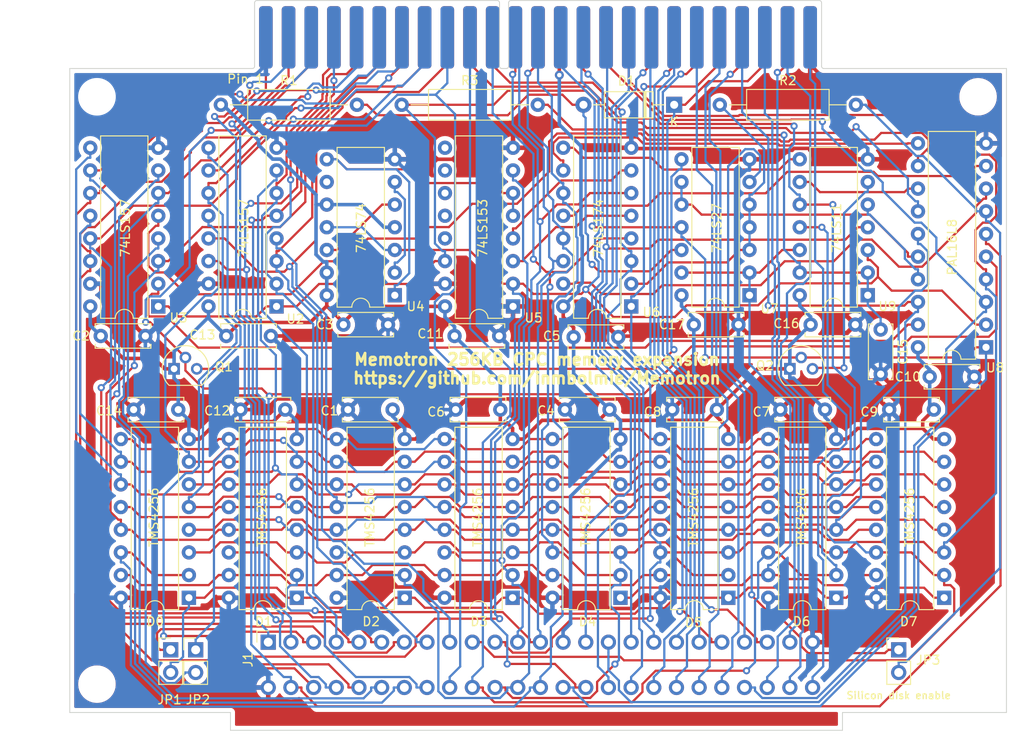
<source format=kicad_pcb>
(kicad_pcb (version 20211014) (generator pcbnew)
  (layers (0 "F.Cu" signal) (31 "B.Cu" signal) (34 "B.Paste" user) (35 "F.Paste" user) (36 "B.SilkS" user "B.Silkscreen") (37 "F.SilkS" user "F.Silkscreen") (38 "B.Mask" user) (39 "F.Mask" user) (44 "Edge.Cuts" user))
  (net 0 "")
  (net 1 "/mem_a8")
  (net 2 "/d7")
  (net 3 "/WRITE_DIS")
  (net 4 "/RAS")
  (net 5 "/a8_a0")
  (net 6 "/a2_a10")
  (net 7 "/a1_a9")
  (net 8 "+5V")
  (net 9 "/mem_a7")
  (net 10 "/a5_a13")
  (net 11 "/a4_a12")
  (net 12 "/a3_a11")
  (net 13 "/a6_a14")
  (net 14 "/CAS")
  (net 15 "GND")
  (net 16 "/d6")
  (net 17 "/d5")
  (net 18 "/d4")
  (net 19 "/d3")
  (net 20 "/d2")
  (net 21 "/d1")
  (net 22 "/d0")
  (net 23 "/a15")
  (net 24 "/MREQ")
  (net 25 "/addr_lo_hi")
  (net 26 "/a11")
  (net 27 "/a3")
  (net 28 "/a10")
  (net 29 "/a2")
  (net 30 "/a0")
  (net 31 "/a8")
  (net 32 "/a1")
  (net 33 "/a9")
  (net 34 "/a15_sint")
  (net 35 "/a7")
  (net 36 "/a7_a15")
  (net 37 "/a14_sint")
  (net 38 "/a6")
  (net 39 "/a4")
  (net 40 "/a12")
  (net 41 "/a5")
  (net 42 "/a13")
  (net 43 "Net-(U4-Pad2)")
  (net 44 "/RFSH")
  (net 46 "/A")
  (net 52 "/RSET")
  (net 53 "Net-(R2-Pad1)")
  (net 54 "Net-(U6-Pad9)")
  (net 55 "Net-(U6-Pad10)")
  (net 56 "Net-(U6-Pad12)")
  (net 57 "Net-(U6-Pad15)")
  (net 58 "Net-(JP3-Pad1)")
  (net 59 "Net-(U7-Pad10)")
  (net 60 "Net-(D1-Pad2)")
  (net 61 "/IORQ")
  (net 62 "/a14")
  (net 63 "Net-(U8-Pad17)")
  (net 64 "/RAMRD")
  (net 65 "/sound_NC")
  (net 66 "/READ_DIS")
  (net 67 "/a_15_HIGH")
  (net 68 "/MREQ_HIGH")
  (net 69 "/M1_NC")
  (net 70 "/HALT_NC")
  (net 71 "/INT_NC")
  (net 72 "/NMI_NC")
  (net 73 "/BUSRQ_NC")
  (net 74 "/BUSAK_NC")
  (net 75 "/READY_NC")
  (net 76 "/BRST_NC")
  (net 77 "/ROMEN_NC")
  (net 78 "/ROMDIS_NC")
  (net 79 "/RAMDIS")
  (net 80 "/CURSOR_NC")
  (net 81 "/LPEN_NC")
  (net 82 "/EXP_NC")
  (net 83 "/CLK4_NC")
  (net 84 "Net-(C15-Pad1)")
  (net 85 "Net-(U4-Pad1)")
  (net 86 "Net-(U4-Pad12)")
  (net 87 "Net-(U5-Pad3)")
  (net 88 "Net-(U5-Pad4)")
  (net 89 "Net-(U8-Pad13)")
  (net 90 "/silicon_enable")
  (footprint "Package_DIP:DIP-16_W7.62mm" (layer "F.Cu") (at 118.4103 128.143 180)
    (fp_text reference "IC6" hide)
    (fp_text value "TMS4256")
  )
  (footprint "Package_DIP:DIP-16_W7.62mm" (layer "F.Cu") (at 178.826 128.143 180)
    (fp_text reference "IC1" hide)
    (fp_text value "TMS4256")
  )
  (footprint "Package_DIP:DIP-14_W7.62mm" (layer "F.Cu") (at 117.3007 94.244 180)
    (fp_text reference "U4")
    (fp_text value "74LS74")
  )
  (footprint "Package_DIP:DIP-16_W7.62mm" (layer "F.Cu") (at 166.7429 128.143 180)
    (fp_text reference "IC2" hide)
    (fp_text value "TMS4256")
  )
  (footprint "Capacitor_THT:C_Disc_D6.0mm_W2.5mm_P5.00mm" (layer "F.Cu") (at 84.368 98.806)
    (fp_text reference "C2")
    (fp_text value "100nF")
  )
  (footprint "Resistor_THT:R_Axial_DIN0309_L9.0mm_D3.2mm_P15.24mm_Horizontal" (layer "F.Cu") (at 118.0767 72.898)
    (fp_text reference "R3")
    (fp_text value "680")
  )
  (footprint "Capacitor_THT:C_Disc_D6.0mm_W2.5mm_P5.00mm" (layer "F.Cu") (at 177.205 103.378)
    (fp_text reference "C10")
    (fp_text value "100nF")
  )
  (footprint "Capacitor_THT:C_Disc_D6.0mm_W2.5mm_P5.00mm" (layer "F.Cu") (at 137.327 98.933)
    (fp_text reference "C5")
    (fp_text value "100nF")
  )
  (footprint "Capacitor_THT:C_Disc_D6.0mm_W2.5mm_P5.00mm" (layer "F.Cu") (at 129.119 107.061 180)
    (fp_text reference "C6")
    (fp_text value "100nF")
  )
  (footprint "Package_DIP:DIP-16_W7.62mm" (layer "F.Cu") (at 90.815 95.494 180)
    (fp_text reference "U3")
    (fp_text value "74LS157")
  )
  (footprint "Package_DIP:DIP-16_W7.62mm" (layer "F.Cu") (at 94.244 128.143 180)
    (fp_text reference "IC8" hide)
    (fp_text value "TMS4256")
  )
  (footprint "Capacitor_THT:C_Disc_D6.0mm_W2.5mm_P5.00mm" (layer "F.Cu") (at 177.673 107.061 180)
    (fp_text reference "C9")
    (fp_text value "100nF")
  )
  (footprint "MountingHole:MountingHole_3.2mm_M3_DIN965" (layer "F.Cu") (at 182.626 137.827)
    (fp_text reference "H4" hide)
    (fp_text value "MountingHole")
  )
  (footprint "MountingHole:MountingHole_3.2mm_M3_DIN965" (layer "F.Cu") (at 83.947 137.827)
    (fp_text reference "H3" hide)
    (fp_text value "MountingHole")
  )
  (footprint "Resistor_THT:R_Axial_DIN0309_L9.0mm_D3.2mm_P15.24mm_Horizontal" (layer "F.Cu") (at 153.7033 72.898)
    (fp_text reference "R2")
    (fp_text value "680")
  )
  (footprint "Package_DIP:DIP-14_W7.62mm" (layer "F.Cu") (at 157.0293 94.244 180)
    (fp_text reference "U7")
    (fp_text value "74LS27")
  )
  (footprint "Capacitor_THT:C_Disc_D6.0mm_W2.5mm_P5.00mm" (layer "F.Cu") (at 163.87 97.536)
    (fp_text reference "C16")
    (fp_text value "100nF")
  )
  (footprint "Package_DIP:DIP-16_W7.62mm" (layer "F.Cu") (at 130.4934 128.143 180)
    (fp_text reference "IC5" hide)
    (fp_text value "TMS4256")
  )
  (footprint "mis_partes:edge_CPC_25x2" (layer "F.Cu") (at 101.5934 68.834)
    (fp_text reference "U1")
    (fp_text value "CPC-EXP-PORT")
  )
  (footprint "Package_DIP:DIP-16_W7.62mm" (layer "F.Cu") (at 104.0579 95.494 180)
    (fp_text reference "U2")
    (fp_text value "74LS157")
  )
  (footprint "Package_DIP:DIP-20_W7.62mm" (layer "F.Cu") (at 183.515 100.076 180)
    (fp_text reference "U8")
    (fp_text value "PAL16L8")
  )
  (footprint "Capacitor_THT:C_Disc_D6.0mm_W2.5mm_P5.00mm" (layer "F.Cu") (at 98.425 98.806)
    (fp_text reference "C13")
    (fp_text value "100nF")
  )
  (footprint "Connector_PinHeader_2.54mm:PinHeader_1x02_P2.54mm_Vertical" (layer "F.Cu") (at 173.736 133.98)
    (fp_text reference "JP3")
    (fp_text value "Silicon disk enable")
  )
  (footprint "Capacitor_THT:C_Disc_D6.0mm_W2.5mm_P5.00mm" (layer "F.Cu") (at 105.029 107.061 180)
    (fp_text reference "C12")
    (fp_text value "100nF")
  )
  (footprint "Package_DIP:DIP-16_W7.62mm" (layer "F.Cu") (at 143.7864 95.494 180)
    (fp_text reference "U6")
    (fp_text value "74LS174")
  )
  (footprint "mis_partes:PinHeader_2x25_P2.54mm_Horizontal" (layer "F.Cu") (at 103.1284 140.7415 90)
    (fp_text reference "J1")
    (fp_text value "Conn_02x25_Odd_Even")
  )
  (footprint "Package_DIP:DIP-16_W7.62mm" (layer "F.Cu") (at 130.5436 95.494 180)
    (fp_text reference "U5")
    (fp_text value "74LS153")
  )
  (footprint "Capacitor_THT:C_Disc_D6.0mm_W2.5mm_P5.00mm" (layer "F.Cu") (at 171.714 98.084 -90)
    (fp_text reference "C15")
    (fp_text value "56pF")
  )
  (footprint "MountingHole:MountingHole_3.2mm_M3_DIN965" (layer "F.Cu") (at 182.626 72)
    (fp_text reference "H2" hide)
    (fp_text value "MountingHole")
  )
  (footprint "Capacitor_THT:C_Disc_D6.0mm_W2.5mm_P5.00mm" (layer "F.Cu") (at 141.351 107.061 180)
    (fp_text reference "C4")
    (fp_text value "100nF")
  )
  (footprint "Package_TO_SOT_THT:TO-92" (layer "F.Cu") (at 161.544 102.489)
    (fp_text reference "Q2")
    (fp_text value "Q_NPN_CEB")
  )
  (footprint "Capacitor_THT:C_Disc_D6.0mm_W2.5mm_P5.00mm" (layer "F.Cu") (at 111.546 97.536)
    (fp_text reference "C3")
    (fp_text value "100nF")
  )
  (footprint "Capacitor_THT:C_Disc_D6.0mm_W2.5mm_P5.00mm" (layer "F.Cu") (at 165.481 107.061 180)
    (fp_text reference "C7")
    (fp_text value "100nF")
  )
  (footprint "Connector_PinHeader_2.54mm:PinHeader_1x02_P2.54mm_Vertical" (layer "F.Cu") (at 92.202 133.98)
    (fp_text reference "JP1")
    (fp_text value "Jumper_2_Open")
  )
  (footprint "MountingHole:MountingHole_3.2mm_M3_DIN965" (layer "F.Cu") (at 83.947 72)
    (fp_text reference "H1" hide)
    (fp_text value "MountingHole")
  )
  (footprint "Package_DIP:DIP-16_W7.62mm" (layer "F.Cu") (at 154.6597 128.143 180)
    (fp_text reference "IC3" hide)
    (fp_text value "TMS4256")
  )
  (footprint "Capacitor_THT:C_Disc_D6.0mm_W2.5mm_P5.00mm" (layer "F.Cu") (at 123.992 98.806)
    (fp_text reference "C11")
    (fp_text value "100nF")
  )
  (footprint "Package_DIP:DIP-16_W7.62mm" (layer "F.Cu") (at 142.5766 128.143 180)
    (fp_text reference "IC4" hide)
    (fp_text value "TMS4256")
  )
  (footprint "Package_DIP:DIP-14_W7.62mm" (layer "F.Cu") (at 170.2721 94.244 180)
    (fp_text reference "U9")
    (fp_text value "74LS11")
  )
  (footprint "Package_TO_SOT_THT:TO-92" (layer "F.Cu") (at 92.583 102.489)
    (fp_text reference "Q1")
    (fp_text value "Q_NPN_CEB")
  )
  (footprint "Capacitor_THT:C_Disc_D6.0mm_W2.5mm_P5.00mm" (layer "F.Cu") (at 93.051 107.061 180)
    (fp_text reference "C14")
    (fp_text value "100nF")
  )
  (footprint "Package_DIP:DIP-16_W7.62mm" (layer "F.Cu") (at 106.3271 128.143 180)
    (fp_text reference "IC7" hide)
    (fp_text value "TMS4256")
  )
  (footprint "Capacitor_THT:C_Disc_D6.0mm_W2.5mm_P5.00mm" (layer "F.Cu") (at 117.054 107.061 180)
    (fp_text reference "C1")
    (fp_text value "100nF")
  )
  (footprint "Diode_THT:D_A-405_P10.16mm_Horizontal" (layer "F.Cu") (at 148.59 72.898 180)
    (fp_text reference "D1")
    (fp_text value "D")
  )
  (footprint "Capacitor_THT:C_Disc_D6.0mm_W2.5mm_P5.00mm" (layer "F.Cu") (at 153.376 107.061 180)
    (fp_text reference "C8")
    (fp_text value "100nF")
  )
  (footprint "Capacitor_THT:C_Disc_D6.0mm_W2.5mm_P5.00mm" (layer "F.Cu") (at 150.789 97.536)
    (fp_text reference "C17")
    (fp_text value "100nF")
  )
  (footprint "Connector_PinHeader_2.54mm:PinHeader_1x02_P2.54mm_Vertical" (layer "F.Cu") (at 95 133.98)
    (fp_text reference "JP2")
    (fp_text value "Jumper_2_Open")
  )
  (footprint "Resistor_THT:R_Axial_DIN0309_L9.0mm_D3.2mm_P15.24mm_Horizontal" (layer "F.Cu") (at 97.8233 72.898)
    (fp_text reference "R1")
    (fp_text value "680")
  )
  (gr_arc (start 129.286 68.834) (mid 129.106395 68.759605) (end 129.032 68.58) (layer "Edge.Cuts") (width 0.1))
  (gr_line (start 185.801 141.002) (end 167.4368 141.002) (layer "Edge.Cuts") (width 0.1))
  (gr_line (start 167.4368 141.002) (end 167.4368 143.002) (layer "Edge.Cuts") (width 0.1))
  (gr_line (start 165.1 61.468) (end 165.1 68.58) (layer "Edge.Cuts") (width 0.1))
  (gr_arc (start 164.846 61.214) (mid 165.025605 61.288395) (end 165.1 61.468) (layer "Edge.Cuts") (width 0.1))
  (gr_line (start 130.048 61.468) (end 130.048 68.58) (layer "Edge.Cuts") (width 0.1))
  (gr_arc (start 101.6 68.58) (mid 101.525605 68.759605) (end 101.346 68.834) (layer "Edge.Cuts") (width 0.1))
  (gr_line (start 128.778 61.214) (end 101.854 61.214) (layer "Edge.Cuts") (width 0.1))
  (gr_line (start 101.346 68.834) (end 80.899 68.834) (layer "Edge.Cuts") (width 0.1))
  (gr_line (start 98.899 143.002) (end 98.899 141.002) (layer "Edge.Cuts") (width 0.1))
  (gr_arc (start 128.778 61.214) (mid 128.957605 61.288395) (end 129.032 61.468) (layer "Edge.Cuts") (width 0.1))
  (gr_line (start 80.899 141.002) (end 80.899 68.834) (layer "Edge.Cuts") (width 0.1))
  (gr_line (start 167.4368 143.002) (end 98.899 143.002) (layer "Edge.Cuts") (width 0.1))
  (gr_line (start 185.801 68.834) (end 165.354 68.834) (layer "Edge.Cuts") (width 0.1))
  (gr_line (start 129.032 61.468) (end 129.032 68.58) (layer "Edge.Cuts") (width 0.1))
  (gr_arc (start 130.048 61.468) (mid 130.122395 61.288395) (end 130.302 61.214) (layer "Edge.Cuts") (width 0.1))
  (gr_line (start 98.899 141.002) (end 80.899 141.002) (layer "Edge.Cuts") (width 0.1))
  (gr_arc (start 101.6 61.468) (mid 101.674395 61.288395) (end 101.854 61.214) (layer "Edge.Cuts") (width 0.1))
  (gr_line (start 185.801 68.834) (end 185.801 141.002) (layer "Edge.Cuts") (width 0.1))
  (gr_arc (start 130.048 68.58) (mid 129.973605 68.759605) (end 129.794 68.834) (layer "Edge.Cuts") (width 0.1))
  (gr_line (start 129.794 68.834) (end 129.286 68.834) (layer "Edge.Cuts") (width 0.1))
  (gr_arc (start 165.354 68.834) (mid 165.174395 68.759605) (end 165.1 68.58) (layer "Edge.Cuts") (width 0.1))
  (gr_line (start 164.846 61.214) (end 130.302 61.214) (layer "Edge.Cuts") (width 0.1))
  (gr_line (start 101.6 61.468) (end 101.6 68.58) (layer "Edge.Cuts") (width 0.1))
  (gr_text "Memotron 256KB CPC memory expansion\nhttps://github.com/inmbolmie/Memotron" (at 133.223 102.489) (layer "F.SilkS") (effects (font (size 1.3 1.3) (thickness 0.3))))
  (gr_text "Pin 1" (at 100.584 70.0024) (layer "F.SilkS") (effects (font (size 1 1))))
  (gr_text "D7" (at 174.8536 130.81) (layer "F.SilkS") (effects (font (size 1 1))))
  (gr_text "D4" (at 138.8872 130.81) (layer "F.SilkS") (effects (font (size 1 1))))
  (gr_text "D2" (at 114.6556 130.81) (layer "F.SilkS") (effects (font (size 1 1))))
  (gr_text "D6" (at 162.8648 130.81) (layer "F.SilkS") (effects (font (size 1 1))))
  (gr_text "D1" (at 102.616 130.81) (layer "F.SilkS") (effects (font (size 1 1))))
  (gr_text "D5" (at 150.7744 130.9116) (layer "F.SilkS") (effects (font (size 1 1))))
  (gr_text "D0" (at 90.4748 130.81) (layer "F.SilkS") (effects (font (size 1 1))))
  (gr_text "D3" (at 126.746 130.81) (layer "F.SilkS") (effects (font (size 1 1))))
  (segment (start 104.0765 127.0177) (end 105.2018 128.143) (width 0.25) (layer "F.Cu") (net 1))
  (segment (start 117.285 128.143) (end 116.1597 129.2683) (width 0.25) (layer "F.Cu") (net 1))
  (segment (start 166.7429 128.143) (end 165.6176 128.143) (width 0.25) (layer "F.Cu") (net 1))
  (segment (start 105.7645 128.143) (end 106.3271 128.143) (width 0.25) (layer "F.Cu") (net 1))
  (segment (start 105.7645 128.143) (end 105.2018 128.143) (width 0.25) (layer "F.Cu") (net 1))
  (segment (start 144.193 129.9297) (end 133.4054 129.9297) (width 0.25) (layer "F.Cu") (net 1))
  (segment (start 164.4854 127.0108) (end 156.9172 127.0108) (width 0.25) (layer "F.Cu") (net 1))
  (segment (start 120.6609 129.2683) (end 128.2428 129.2683) (width 0.25) (layer "F.Cu") (net 1))
  (segment (start 149.1293 128.143) (end 149.1262 128.1399) (width 0.25) (layer "F.Cu") (net 1))
  (segment (start 149.1262 128.1399) (end 148.6712 128.1399) (width 0.25) (layer "F.Cu") (net 1))
  (segment (start 109.7528 129.2683) (end 108.6275 128.143) (width 0.25) (layer "F.Cu") (net 1))
  (segment (start 94.244 128.143) (end 95.996 128.143) (width 0.25) (layer "F.Cu") (net 1))
  (segment (start 148.6712 128.1399) (end 147.5019 129.3092) (width 0.25) (layer "F.Cu") (net 1))
  (segment (start 95.996 128.143) (end 97.1213 127.0177) (width 0.25) (layer "F.Cu") (net 1))
  (segment (start 128.2428 129.2683) (end 129.3681 128.143) (width 0.25) (layer "F.Cu") (net 1))
  (segment (start 168.9935 127.0177) (end 167.8682 128.143) (width 0.25) (layer "F.Cu") (net 1))
  (segment (start 130.4934 128.143) (end 129.3681 128.143) (width 0.25) (layer "F.Cu") (net 1))
  (segment (start 154.6597 128.143) (end 149.1293 128.143) (width 0.25) (layer "F.Cu") (net 1))
  (segment (start 118.4103 128.143) (end 117.285 128.143) (width 0.25) (layer "F.Cu") (net 1))
  (segment (start 97.1213 127.0177) (end 104.0765 127.0177) (width 0.25) (layer "F.Cu") (net 1))
  (segment (start 166.7429 128.143) (end 167.8682 128.143) (width 0.25) (layer "F.Cu") (net 1))
  (segment (start 130.4934 128.143) (end 131.6187 128.143) (width 0.25) (layer "F.Cu") (net 1))
  (segment (start 147.5379 127.0067) (end 148.6712 128.1399) (width 0.25) (layer "F.Cu") (net 1))
  (segment (start 177.7007 128.143) (end 176.5754 127.0177) (width 0.25) (layer "F.Cu") (net 1))
  (segment (start 119.5356 128.143) (end 120.6609 129.2683) (width 0.25) (layer "F.Cu") (net 1))
  (segment (start 108.6275 128.143) (end 107.4524 128.143) (width 0.25) (layer "F.Cu") (net 1))
  (segment (start 144.8382 127.0067) (end 147.5379 127.0067) (width 0.25) (layer "F.Cu") (net 1))
  (segment (start 176.5754 127.0177) (end 168.9935 127.0177) (width 0.25) (layer "F.Cu") (net 1))
  (segment (start 144.8135 129.3092) (end 144.193 129.9297) (width 0.25) (layer "F.Cu") (net 1))
  (segment (start 106.3271 128.143) (end 107.4524 128.143) (width 0.25) (layer "F.Cu") (net 1))
  (segment (start 156.9172 127.0108) (end 155.785 128.143) (width 0.25) (layer "F.Cu") (net 1))
  (segment (start 147.5019 129.3092) (end 144.8135 129.3092) (width 0.25) (layer "F.Cu") (net 1))
  (segment (start 142.5766 128.143) (end 143.7019 128.143) (width 0.25) (layer "F.Cu") (net 1))
  (segment (start 118.4103 128.143) (end 119.5356 128.143) (width 0.25) (layer "F.Cu") (net 1))
  (segment (start 178.826 128.143) (end 177.7007 128.143) (width 0.25) (layer "F.Cu") (net 1))
  (segment (start 165.6176 128.143) (end 164.4854 127.0108) (width 0.25) (layer "F.Cu") (net 1))
  (segment (start 154.6597 128.143) (end 155.785 128.143) (width 0.25) (layer "F.Cu") (net 1))
  (segment (start 133.4054 129.9297) (end 131.6187 128.143) (width 0.25) (layer "F.Cu") (net 1))
  (segment (start 143.7019 128.143) (end 144.8382 127.0067) (width 0.25) (layer "F.Cu") (net 1))
  (segment (start 116.1597 129.2683) (end 109.7528 129.2683) (width 0.25) (layer "F.Cu") (net 1))
  (segment (start 93.59 134.7648) (end 93.59 129.9223) (width 0.25) (layer "B.Cu") (net 1))
  (segment (start 93.59 129.9223) (end 94.244 129.2683) (width 0.25) (layer "B.Cu") (net 1))
  (segment (start 92.202 136.52) (end 92.202 135.3447) (width 0.25) (layer "B.Cu") (net 1))
  (segment (start 94.244 128.143) (end 94.244 129.2683) (width 0.25) (layer "B.Cu") (net 1))
  (segment (start 92.202 135.3447) (end 93.0101 135.3447) (width 0.25) (layer "B.Cu") (net 1))
  (segment (start 93.0101 135.3447) (end 93.59 134.7648) (width 0.25) (layer "B.Cu") (net 1))
  (segment (start 178.826 125.603) (end 178.826 126.7283) (width 0.25) (layer "F.Cu") (net 2))
  (segment (start 138.8944 70.8674) (end 142.4616 74.4346) (width 0.25) (layer "F.Cu") (net 2))
  (segment (start 179.9514 127.1504) (end 179.9514 129.9828) (width 0.25) (layer "F.Cu") (net 2))
  (segment (start 171.206 123.063) (end 175.1607 123.063) (width 0.25) (layer "F.Cu") (net 2))
  (segment (start 179.5293 126.7283) (end 179.9514 127.1504) (width 0.25) (layer "F.Cu") (net 2))
  (segment (start 142.9609 135.1554) (end 142.5701 134.7646) (width 0.25) (layer "F.Cu") (net 2))
  (segment (start 142.4616 74.4346) (end 146.4776 74.4346) (width 0.25) (layer "F.Cu") (net 2))
  (segment (start 128.2822 70.8674) (end 138.8944 70.8674) (width 0.25) (layer "F.Cu") (net 2))
  (segment (start 175.1607 123.063) (end 177.7007 125.603) (width 0.25) (layer "F.Cu") (net 2))
  (segment (start 125.7234 68.3086) (end 128.2822 70.8674) (width 0.25) (layer "F.Cu") (net 2))
  (segment (start 127.1637 133.4888) (end 127.1637 133.1215) (width 0.25) (layer "F.Cu") (net 2))
  (segment (start 161.7822 75.0463) (end 162.0171 75.2812) (width 0.25) (layer "F.Cu") (net 2))
  (segment (start 128.4395 134.7646) (end 127.1637 133.4888) (width 0.25) (layer "F.Cu") (net 2))
  (segment (start 142.5701 134.7646) (end 128.4395 134.7646) (width 0.25) (layer "F.Cu") (net 2))
  (segment (start 147.0893 75.0463) (end 161.7822 75.0463) (width 0.25) (layer "F.Cu") (net 2))
  (segment (start 125.7234 65.3415) (end 125.7234 68.3086) (width 0.25) (layer "F.Cu") (net 2))
  (segment (start 178.826 126.7283) (end 179.5293 126.7283) (width 0.25) (layer "F.Cu") (net 2))
  (segment (start 178.826 125.603) (end 177.7007 125.603) (width 0.25) (layer "F.Cu") (net 2))
  (segment (start 174.7788 135.1554) (end 142.9609 135.1554) (width 0.25) (layer "F.Cu") (net 2))
  (segment (start 162.6521 84.084) (end 166.3572 84.084) (width 0.25) (layer "F.Cu") (net 2))
  (segment (start 125.9884 133.1215) (end 127.1637 133.1215) (width 0.25) (layer "F.Cu") (net 2))
  (segment (start 179.9514 129.9828) (end 174.7788 135.1554) (width 0.25) (layer "F.Cu") (net 2))
  (segment (start 146.4776 74.4346) (end 147.0893 75.0463) (width 0.25) (layer "F.Cu") (net 2))
  (via (at 162.0171 75.2812) (size 0.8) (drill 0.4) (layers "F.Cu" "B.Cu") (net 2))
  (via (at 166.3572 84.084) (size 0.8) (drill 0.4) (layers "F.Cu" "B.Cu") (net 2))
  (segment (start 168.8038 104.6177) (end 166.3572 102.1711) (width 0.25) (layer "B.Cu") (net 2))
  (segment (start 161.4863 82.0742) (end 161.4863 77.8018) (width 0.25) (layer "B.Cu") (net 2))
  (segment (start 170.0807 123.063) (end 168.9554 121.9377) (width 0.25) (layer "B.Cu") (net 2))
  (segment (start 167.093 116.713) (end 168.8038 115.0022) (width 0.25) (layer "B.Cu") (net 2))
  (segment (start 161.4863 77.8018) (end 162.0171 77.271) (width 0.25) (layer "B.Cu") (net 2))
  (segment (start 166.3552 116.713) (end 167.093 116.713) (width 0.25) (layer "B.Cu") (net 2))
  (segment (start 165.6176 117.4506) (end 166.3552 116.713) (width 0.25) (layer "B.Cu") (net 2))
  (segment (start 166.56 121.9377) (end 165.6176 120.9953) (width 0.25) (layer "B.Cu") (net 2))
  (segment (start 162.0171 77.271) (end 162.0171 75.2812) (width 0.25) (layer "B.Cu") (net 2))
  (segment (start 168.9554 121.9377) (end 166.56 121.9377) (width 0.25) (layer "B.Cu") (net 2))
  (segment (start 162.3708 82.9587) (end 161.4863 82.0742) (width 0.25) (layer "B.Cu") (net 2))
  (segment (start 166.3572 102.1711) (end 166.3572 84.084) (width 0.25) (layer "B.Cu") (net 2))
  (segment (start 168.8038 115.0022) (end 168.8038 104.6177) (width 0.25) (layer "B.Cu") (net 2))
  (segment (start 165.6176 120.9953) (end 165.6176 117.4506) (width 0.25) (layer "B.Cu") (net 2))
  (segment (start 171.206 123.063) (end 170.0807 123.063) (width 0.25) (layer "B.Cu") (net 2))
  (segment (start 162.6521 84.084) (end 162.6521 82.9587) (width 0.25) (layer "B.Cu") (net 2))
  (segment (start 162.6521 82.9587) (end 162.3708 82.9587) (width 0.25) (layer "B.Cu") (net 2))
  (segment (start 156.9103 121.9377) (end 155.785 123.063) (width 0.25) (layer "F.Cu") (net 3))
  (segment (start 106.3271 123.063) (end 105.2018 123.063) (width 0.25) (layer "F.Cu") (net 3))
  (segment (start 133.5545 121.9298) (end 132.4213 123.063) (width 0.25) (layer "F.Cu") (net 3))
  (segment (start 120.6688 121.9298) (end 123.5024 121.9298) (width 0.25) (layer "F.Cu") (net 3))
  (segment (start 184.653 79.238) (end 183.901 78.486) (width 0.25) (layer "F.Cu") (net 3))
  (segment (start 182.3411 90.4381) (end 182.3411 86.924) (width 0.25) (layer "F.Cu") (net 3))
  (segment (start 164.4923 121.9377) (end 156.9103 121.9377) (width 0.25) (layer "F.Cu") (net 3))
  (segment (start 182.3411 86.924) (end 183.1591 86.106) (width 0.25) (layer "F.Cu") (net 3))
  (segment (start 132.4213 123.063) (end 130.4934 123.063) (width 0.25) (layer "F.Cu") (net 3))
  (segment (start 166.7429 123.063) (end 165.6176 123.063) (width 0.25) (layer "F.Cu") (net 3))
  (segment (start 136.7188 123.063) (end 135.5856 121.9298) (width 0.25) (layer "F.Cu") (net 3))
  (segment (start 169.0395 121.8917) (end 167.8682 123.063) (width 0.25) (layer "F.Cu") (net 3))
  (segment (start 181.348 78.486) (end 176.9022 74.0402) (width 0.25) (layer "F.Cu") (net 3))
  (segment (start 123.5024 121.9298) (end 124.6356 123.063) (width 0.25) (layer "F.Cu") (net 3))
  (segment (start 183.1591 86.106) (end 183.8998 86.106) (width 0.25) (layer "F.Cu") (net 3))
  (segment (start 184.653 85.3528) (end 184.653 79.238) (width 0.25) (layer "F.Cu") (net 3))
  (segment (start 118.4103 123.063) (end 119.5356 123.063) (width 0.25) (layer "F.Cu") (net 3))
  (segment (start 166.7429 123.063) (end 167.8682 123.063) (width 0.25) (layer "F.Cu") (net 3))
  (segment (start 147.6688 121.9299) (end 148.8019 123.063) (width 0.25) (layer "F.Cu") (net 3))
  (segment (start 144.186 123.063) (end 145.3191 121.9299) (width 0.25) (layer "F.Cu") (net 3))
  (segment (start 111.7437 124.1993) (end 112.88 123.063) (width 0.25) (layer "F.Cu") (net 3))
  (segment (start 142.014 123.063) (end 141.4513 123.063) (width 0.25) (layer "F.Cu") (net 3))
  (segment (start 147.4623 74.1455) (end 143.5034 70.1866) (width 0.25) (layer "F.Cu") (net 3))
  (segment (start 135.5856 121.9298) (end 133.5545 121.9298) (width 0.25) (layer "F.Cu") (net 3))
  (segment (start 106.811 123.063) (end 106.3271 123.063) (width 0.25) (layer "F.Cu") (net 3))
  (segment (start 96.6174 123.063) (end 94.244 123.063) (width 0.25) (layer "F.Cu") (net 3))
  (segment (start 183.515 91.3307) (end 183.2337 91.3307) (width 0.25) (layer "F.Cu") (net 3))
  (segment (start 155.9064 74.0402) (end 155.8011 74.1455) (width 0.25) (layer "F.Cu") (net 3))
  (segment (start 176.9022 74.0402) (end 155.9064 74.0402) (width 0.25) (layer "F.Cu") (net 3))
  (segment (start 119.5356 123.063) (end 120.6688 121.9298) (width 0.25) (layer "F.Cu") (net 3))
  (segment (start 112.88 123.063) (end 118.4103 123.063) (width 0.25) (layer "F.Cu") (net 3))
  (segment (start 141.4513 123.063) (end 136.7188 123.063) (width 0.25) (layer "F.Cu") (net 3))
  (segment (start 106.811 123.063) (end 107.4524 123.063) (width 0.25) (layer "F.Cu") (net 3))
  (segment (start 142.5766 123.063) (end 144.186 123.063) (width 0.25) (layer "F.Cu") (net 3))
  (segment (start 107.4524 123.063) (end 108.5887 124.1993) (width 0.25) (layer "F.Cu") (net 3))
  (segment (start 178.826 123.063) (end 177.7007 123.063) (width 0.25) (layer "F.Cu") (net 3))
  (segment (start 142.014 123.063) (end 142.5766 123.063) (width 0.25) (layer "F.Cu") (net 3))
  (segment (start 155.8011 74.1455) (end 147.4623 74.1455) (width 0.25) (layer "F.Cu") (net 3))
  (segment (start 145.3191 121.9299) (end 147.6688 121.9299) (width 0.25) (layer "F.Cu") (net 3))
  (segment (start 177.7007 123.063) (end 176.5294 121.8917) (width 0.25) (layer "F.Cu") (net 3))
  (segment (start 104.0655 121.9267) (end 97.7537 121.9267) (width 0.25) (layer "F.Cu") (net 3))
  (segment (start 165.6176 123.063) (end 164.4923 121.9377) (width 0.25) (layer "F.Cu") (net 3))
  (segment (start 108.5887 124.1993) (end 111.7437 124.1993) (width 0.25) (layer "F.Cu") (net 3))
  (segment (start 105.2018 123.063) (end 104.0655 121.9267) (width 0.25) (layer "F.Cu") (net 3))
  (segment (start 154.6597 123.063) (end 155.785 123.063) (width 0.25) (layer "F.Cu") (net 3))
  (segment (start 183.8998 86.106) (end 184.653 85.3528) (width 0.25) (layer "F.Cu") (net 3))
  (segment (start 176.5294 121.8917) (end 169.0395 121.8917) (width 0.25) (layer "F.Cu") (net 3))
  (segment (start 124.6356 123.063) (end 130.4934 123.063) (width 0.25) (layer "F.Cu") (net 3))
  (segment (start 183.2337 91.3307) (end 182.3411 90.4381) (width 0.25) (layer "F.Cu") (net 3))
  (segment (start 148.8019 123.063) (end 154.6597 123.063) (width 0.25) (layer "F.Cu") (net 3))
  (segment (start 97.7537 121.9267) (end 96.6174 123.063) (width 0.25) (layer "F.Cu") (net 3))
  (segment (start 183.515 92.456) (end 183.515 91.3307) (width 0.25) (layer "F.Cu") (net 3))
  (segment (start 183.901 78.486) (end 181.348 78.486) (width 0.25) (layer "F.Cu") (net 3))
  (segment (start 143.5034 70.1866) (end 143.5034 65.3415) (width 0.25) (layer "F.Cu") (net 3))
  (segment (start 178.826 123.063) (end 178.826 121.9377) (width 0.25) (layer "B.Cu") (net 3))
  (segment (start 142.8579 124.1883) (end 142.5766 124.1883) (width 0.25) (layer "B.Cu") (net 3))
  (segment (start 142.5766 123.063) (end 142.5766 124.1883) (width 0.25) (layer "B.Cu") (net 3))
  (segment (start 184.6403 116.4047) (end 179.1073 121.9377) (width 0.25) (layer "B.Cu") (net 3))
  (segment (start 143.7684 131.9462) (end 143.7684 125.0988) (width 0.25) (layer "B.Cu") (net 3))
  (segment (start 179.1073 121.9377) (end 178.826 121.9377) (width 0.25) (layer "B.Cu") (net 3))
  (segment (start 183.515 92.456) (end 183.515 93.5813) (width 0.25) (layer "B.Cu") (net 3))
  (segment (start 183.7787 93.5813) (end 184.6403 94.4429) (width 0.25) (layer "B.Cu") (net 3))
  (segment (start 184.6403 94.4429) (end 184.6403 116.4047) (width 0.25) (layer "B.Cu") (net 3))
  (segment (start 183.515 93.5813) (end 183.7787 93.5813) (width 0.25) (layer "B.Cu") (net 3))
  (segment (start 143.7684 133.1215) (end 143.7684 131.9462) (width 0.25) (layer "B.Cu") (net 3))
  (segment (start 143.7684 125.0988) (end 142.8579 124.1883) (width 0.25) (layer "B.Cu") (net 3))
  (segment (start 176.5754 119.3977) (end 177.7007 120.523) (width 0.25) (layer "F.Cu") (net 4))
  (segment (start 142.5766 120.523) (end 144.5044 120.523) (width 0.25) (layer "F.Cu") (net 4))
  (segment (start 136.7188 120.523) (end 142.5766 120.523) (width 0.25) (layer "F.Cu") (net 4))
  (segment (start 123.5024 119.3898) (end 124.6356 120.523) (width 0.25) (layer "F.Cu") (net 4))
  (segment (start 119.5356 120.523) (end 120.6688 119.3898) (width 0.25) (layer "F.Cu") (net 4))
  (segment (start 157.713 119.3976) (end 160.0793 119.3976) (width 0.25) (layer "F.Cu") (net 4))
  (segment (start 130.4934 120.523) (end 132.4213 120.523) (width 0.25) (layer "F.Cu") (net 4))
  (segment (start 118.4103 120.523) (end 119.5356 120.523) (width 0.25) (layer "F.Cu") (net 4))
  (segment (start 124.6356 120.523) (end 130.4934 120.523) (width 0.25) (layer "F.Cu") (net 4))
  (segment (start 98.078 119.3899) (end 104.3154 119.3899) (width 0.25) (layer "F.Cu") (net 4))
  (segment (start 118.4103 120.523) (end 117.285 120.523) (width 0.25) (layer "F.Cu") (net 4))
  (segment (start 147.6687 119.3898) (end 148.8019 120.523) (width 0.25) (layer "F.Cu") (net 4))
  (segment (start 178.826 120.523) (end 177.7007 120.523) (width 0.25) (layer "F.Cu") (net 4))
  (segment (start 116.1597 121.6483) (end 108.5777 121.6483) (width 0.25) (layer "F.Cu") (net 4))
  (segment (start 96.9449 120.523) (end 98.078 119.3899) (width 0.25) (layer "F.Cu") (net 4))
  (segment (start 132.4213 120.523) (end 133.5495 119.3948) (width 0.25) (layer "F.Cu") (net 4))
  (segment (start 165.048 119.9534) (end 165.6176 120.523) (width 0.25) (layer "F.Cu") (net 4))
  (segment (start 167.8682 120.523) (end 168.9935 119.3977) (width 0.25) (layer "F.Cu") (net 4))
  (segment (start 156.5876 120.523) (end 157.713 119.3976) (width 0.25) (layer "F.Cu") (net 4))
  (segment (start 135.5906 119.3948) (end 136.7188 120.523) (width 0.25) (layer "F.Cu") (net 4))
  (segment (start 168.9935 119.3977) (end 176.5754 119.3977) (width 0.25) (layer "F.Cu") (net 4))
  (segment (start 120.6688 119.3898) (end 123.5024 119.3898) (width 0.25) (layer "F.Cu") (net 4))
  (segment (start 160.0793 119.3976) (end 160.6351 119.9534) (width 0.25) (layer "F.Cu") (net 4))
  (segment (start 94.244 120.523) (end 96.9449 120.523) (width 0.25) (layer "F.Cu") (net 4))
  (segment (start 106.3271 120.523) (end 107.4524 120.523) (width 0.25) (layer "F.Cu") (net 4))
  (segment (start 160.6351 119.9534) (end 165.048 119.9534) (width 0.25) (layer "F.Cu") (net 4))
  (segment (start 133.5495 119.3948) (end 135.5906 119.3948) (width 0.25) (layer "F.Cu") (net 4))
  (segment (start 148.8019 120.523) (end 154.6597 120.523) (width 0.25) (layer "F.Cu") (net 4))
  (segment (start 166.7429 120.523) (end 165.6176 120.523) (width 0.25) (layer "F.Cu") (net 4))
  (segment (start 144.5044 120.523) (end 145.6376 119.3898) (width 0.25) (layer "F.Cu") (net 4))
  (segment (start 154.6597 120.523) (end 156.5876 120.523) (width 0.25) (layer "F.Cu") (net 4))
  (segment (start 166.7429 120.523) (end 167.8682 120.523) (width 0.25) (layer "F.Cu") (net 4))
  (segment (start 108.5777 121.6483) (end 107.4524 120.523) (width 0.25) (layer "F.Cu") (net 4))
  (segment (start 145.6376 119.3898) (end 147.6687 119.3898) (width 0.25) (layer "F.Cu") (net 4))
  (segment (start 117.285 120.523) (end 116.1597 121.6483) (width 0.25) (layer "F.Cu") (net 4))
  (via (at 104.3154 119.3899) (size 0.8) (drill 0.4) (layers "F.Cu" "B.Cu") (net 4))
  (segment (start 169.5081 116.9138) (end 169.5081 108.1402) (width 0.25) (layer "B.Cu") (net 4))
  (segment (start 173.7268 95.5654) (end 175.5662 93.726) (width 0.25) (layer "B.Cu") (net 4))
  (segment (start 177.0203 92.9991) (end 177.0203 89.3452) (width 0.25) (layer "B.Cu") (net 4))
  (segment (start 175.5662 93.726) (end 176.2934 93.726) (width 0.25) (layer "B.Cu") (net 4))
  (segment (start 166.7429 119.3977) (end 167.0242 119.3977) (width 0.25) (layer "B.Cu") (net 4))
  (segment (start 175.895 87.376) (end 175.895 88.5013) (width 0.25) (layer "B.Cu") (net 4))
  (segment (start 173.7268 103.9215) (end 173.7268 95.5654) (width 0.25) (layer "B.Cu") (net 4))
  (segment (start 176.1764 88.5013) (end 175.895 88.5013) (width 0.25) (layer "B.Cu") (net 4))
  (segment (start 166.7429 120.523) (end 166.7429 119.3977) (width 0.25) (layer "B.Cu") (net 4))
  (segment (start 105.2018 120.523) (end 105.2018 120.2763) (width 0.25) (layer "B.Cu") (net 4))
  (segment (start 167.0242 119.3977) (end 169.5081 116.9138) (width 0.25) (layer "B.Cu") (net 4))
  (segment (start 176.2934 93.726) (end 177.0203 92.9991) (width 0.25) (layer "B.Cu") (net 4))
  (segment (start 169.5081 108.1402) (end 173.7268 103.9215) (width 0.25) (layer "B.Cu") (net 4))
  (segment (start 105.2018 120.2763) (end 104.3154 119.3899) (width 0.25) (layer "B.Cu") (net 4))
  (segment (start 106.3271 120.523) (end 105.2018 120.523) (width 0.25) (layer "B.Cu") (net 4))
  (segment (start 177.0203 89.3452) (end 176.1764 88.5013) (width 0.25) (layer "B.Cu") (net 4))
  (segment (start 143.1393 117.983) (end 142.5766 117.983) (width 0.25) (layer "F.Cu") (net 5))
  (segment (start 106.3271 117.983) (end 107.4524 117.983) (width 0.25) (layer "F.Cu") (net 5))
  (segment (start 108.5777 119.1083) (end 116.1597 119.1083) (width 0.25) (layer "F.Cu") (net 5))
  (segment (start 132.744 116.8577) (end 140.326 116.8577) (width 0.25) (layer "F.Cu") (net 5))
  (segment (start 154.6597 117.983) (end 156.5876 117.983) (width 0.25) (layer "F.Cu") (net 5))
  (segment (start 159.9204 116.8401) (end 161.0633 117.983) (width 0.25) (layer "F.Cu") (net 5))
  (segment (start 130.4934 117.983) (end 131.6187 117.983) (width 0.25) (layer "F.Cu") (net 5))
  (segment (start 119.5356 117.983) (end 120.6638 116.8548) (width 0.25) (layer "F.Cu") (net 5))
  (segment (start 124.6356 117.983) (end 130.4934 117.983) (width 0.25) (layer "F.Cu") (net 5))
  (segment (start 157.7305 116.8401) (end 159.9204 116.8401) (width 0.25) (layer "F.Cu") (net 5))
  (segment (start 176.5754 116.8577) (end 168.9935 116.8577) (width 0.25) (layer "F.Cu") (net 5))
  (segment (start 96.9449 117.983) (end 98.1126 116.8153) (width 0.25) (layer "F.Cu") (net 5))
  (segment (start 98.1126 116.8153) (end 104.3154 116.8153) (width 0.25) (layer "F.Cu") (net 5))
  (segment (start 142.5766 117.983) (end 141.4513 117.983) (width 0.25) (layer "F.Cu") (net 5))
  (segment (start 120.6638 116.8548) (end 123.5074 116.8548) (width 0.25) (layer "F.Cu") (net 5))
  (segment (start 131.6187 117.983) (end 132.744 116.8577) (width 0.25) (layer "F.Cu") (net 5))
  (segment (start 168.9935 116.8577) (end 167.8682 117.983) (width 0.25) (layer "F.Cu") (net 5))
  (segment (start 161.0633 117.983) (end 166.7429 117.983) (width 0.25) (layer "F.Cu") (net 5))
  (segment (start 118.4103 117.983) (end 117.285 117.983) (width 0.25) (layer "F.Cu") (net 5))
  (segment (start 149.7369 117.983) (end 148.6116 116.8577) (width 0.25) (layer "F.Cu") (net 5))
  (segment (start 116.1597 119.1083) (end 117.285 117.983) (width 0.25) (layer "F.Cu") (net 5))
  (segment (start 177.7007 117.983) (end 176.5754 116.8577) (width 0.25) (layer "F.Cu") (net 5))
  (segment (start 178.826 117.983) (end 177.7007 117.983) (width 0.25) (layer "F.Cu") (net 5))
  (segment (start 154.6597 117.983) (end 149.7369 117.983) (width 0.25) (layer "F.Cu") (net 5))
  (segment (start 166.7429 117.983) (end 167.8682 117.983) (width 0.25) (layer "F.Cu") (net 5))
  (segment (start 140.326 116.8577) (end 141.4513 117.983) (width 0.25) (layer "F.Cu") (net 5))
  (segment (start 118.4103 117.983) (end 119.5356 117.983) (width 0.25) (layer "F.Cu") (net 5))
  (segment (start 144.8272 116.8577) (end 143.7019 117.983) (width 0.25) (layer "F.Cu") (net 5))
  (segment (start 107.4524 117.983) (end 108.5777 119.1083) (width 0.25) (layer "F.Cu") (net 5))
  (segment (start 94.244 117.983) (end 96.9449 117.983) (width 0.25) (layer "F.Cu") (net 5))
  (segment (start 123.5074 116.8548) (end 124.6356 117.983) (width 0.25) (layer "F.Cu") (net 5))
  (segment (start 156.5876 117.983) (end 157.7305 116.8401) (width 0.25) (layer "F.Cu") (net 5))
  (segment (start 148.6116 116.8577) (end 144.8272 116.8577) (width 0.25) (layer "F.Cu") (net 5))
  (segment (start 143.1393 117.983) (end 143.7019 117.983) (width 0.25) (layer "F.Cu") (net 5))
  (via (at 104.3154 116.8153) (size 0.8) (drill 0.4) (layers "F.Cu" "B.Cu") (net 5))
  (segment (start 95.8196 103.9777) (end 95.8196 115.5635) (width 0.25) (layer "B.Cu") (net 5))
  (segment (start 100.0211 99.7762) (end 95.8196 103.9777) (width 0.25) (layer "B.Cu") (net 5))
  (segment (start 94.244 117.983) (end 94.244 116.8577) (width 0.25) (layer "B.Cu") (net 5))
  (segment (start 96.4379 77.714) (end 96.4379 78.8393) (width 0.25) (layer "B.Cu") (net 5))
  (segment (start 100.0211 97.7633) (end 100.0211 99.7762) (width 0.25) (layer "B.Cu") (net 5))
  (segment (start 98.5711 80.7569) (end 98.5711 96.3133) (width 0.25) (layer "B.Cu") (net 5))
  (segment (start 98.5711 96.3133) (end 100.0211 97.7633) (width 0.25) (layer "B.Cu") (net 5))
  (segment (start 94.5254 116.8577) (end 94.244 116.8577) (width 0.25) (layer "B.Cu") (net 5))
  (segment (start 96.6535 78.8393) (end 98.5711 80.7569) (width 0.25) (layer "B.Cu") (net 5))
  (segment (start 105.2018 117.7017) (end 104.3154 116.8153) (width 0.25) (layer "B.Cu") (net 5))
  (segment (start 106.3271 117.983) (end 105.2018 117.983) (width 0.25) (layer "B.Cu") (net 5))
  (segment (start 105.2018 117.983) (end 105.2018 117.7017) (width 0.25) (layer "B.Cu") (net 5))
  (segment (start 96.4379 78.8393) (end 96.6535 78.8393) (width 0.25) (layer "B.Cu") (net 5))
  (segment (start 95.8196 115.5635) (end 94.5254 116.8577) (width 0.25) (layer "B.Cu") (net 5))
  (segment (start 119.5356 115.443) (end 120.667 114.3116) (width 0.25) (layer "F.Cu") (net 6))
  (segment (start 148.535 114.3177) (end 149.6603 115.443) (width 0.25) (layer "F.Cu") (net 6))
  (segment (start 123.5042 114.3116) (end 124.6356 115.443) (width 0.25) (layer "F.Cu") (net 6))
  (segment (start 103.5133 114.0284) (end 103.9353 113.6064) (width 0.25) (layer "F.Cu") (net 6))
  (segment (start 98.3595 114.0284) (end 103.5133 114.0284) (width 0.25) (layer "F.Cu") (net 6))
  (segment (start 135.9654 114.6896) (end 141.8232 114.6896) (width 0.25) (layer "F.Cu") (net 6))
  (segment (start 169.8941 114.9927) (end 168.3185 114.9927) (width 0.25) (layer "F.Cu") (net 6))
  (segment (start 94.244 115.443) (end 96.9449 115.443) (width 0.25) (layer "F.Cu") (net 6))
  (segment (start 132.7519 114.3098) (end 135.5856 114.3098) (width 0.25) (layer "F.Cu") (net 6))
  (segment (start 135.5856 114.3098) (end 135.9654 114.6896) (width 0.25) (layer "F.Cu") (net 6))
  (segment (start 120.667 114.3116) (end 123.5042 114.3116) (width 0.25) (layer "F.Cu") (net 6))
  (segment (start 96.9449 115.443) (end 98.3595 114.0284) (width 0.25) (layer "F.Cu") (net 6))
  (segment (start 178.826 115.443) (end 177.7007 115.443) (width 0.25) (layer "F.Cu") (net 6))
  (segment (start 156.5876 115.443) (end 157.7129 114.3177) (width 0.25) (layer "F.Cu") (net 6))
  (segment (start 144.8272 114.3177) (end 148.535 114.3177) (width 0.25) (layer "F.Cu") (net 6))
  (segment (start 141.8232 114.6896) (end 142.5766 115.443) (width 0.25) (layer "F.Cu") (net 6))
  (segment (start 176.5693 114.3116) (end 170.5752 114.3116) (width 0.25) (layer "F.Cu") (net 6))
  (segment (start 143.7019 115.443) (end 144.8272 114.3177) (width 0.25) (layer "F.Cu") (net 6))
  (segment (start 164.4923 114.3177) (end 165.6176 115.443) (width 0.25) (layer "F.Cu") (net 6))
  (segment (start 166.7429 115.443) (end 167.8682 115.443) (width 0.25) (layer "F.Cu") (net 6))
  (segment (start 106.3271 115.443) (end 107.4524 115.443) (width 0.25) (layer "F.Cu") (net 6))
  (segment (start 108.5778 116.5684) (end 112.1354 116.5684) (width 0.25) (layer "F.Cu") (net 6))
  (segment (start 157.7129 114.3177) (end 164.4923 114.3177) (width 0.25) (layer "F.Cu") (net 6))
  (segment (start 107.4524 115.443) (end 108.5778 116.5684) (width 0.25) (layer "F.Cu") (net 6))
  (segment (start 124.6356 115.443) (end 130.4934 115.443) (width 0.25) (layer "F.Cu") (net 6))
  (segment (start 131.6187 115.443) (end 132.7519 114.3098) (width 0.25) (layer "F.Cu") (net 6))
  (segment (start 142.5766 115.443) (end 143.7019 115.443) (width 0.25) (layer "F.Cu") (net 6))
  (segment (start 130.4934 115.443) (end 131.6187 115.443) (width 0.25) (layer "F.Cu") (net 6))
  (segment (start 118.4103 115.443) (end 119.5356 115.443) (width 0.25) (layer "F.Cu") (net 6))
  (segment (start 166.7429 115.443) (end 165.6176 115.443) (width 0.25) (layer "F.Cu") (net 6))
  (segment (start 177.7007 115.443) (end 176.5693 114.3116) (width 0.25) (layer "F.Cu") (net 6))
  (segment (start 170.5752 114.3116) (end 169.8941 114.9927) (width 0.25) (layer "F.Cu") (net 6))
  (segment (start 149.6603 115.443) (end 154.6597 115.443) (width 0.25) (layer "F.Cu") (net 6))
  (segment (start 154.6597 115.443) (end 156.5876 115.443) (width 0.25) (layer "F.Cu") (net 6))
  (segment (start 168.3185 114.9927) (end 167.8682 115.443) (width 0.25) (layer "F.Cu") (net 6))
  (via (at 103.9353 113.6064) (size 0.8) (drill 0.4) (layers "F.Cu" "B.Cu") (net 6))
  (via (at 112.1354 116.5684) (size 0.8) (drill 0.4) (layers "F.Cu" "B.Cu") (net 6))
  (segment (start 117.285 115.443) (end 113.2608 115.443) (width 0.25) (layer "B.Cu") (net 6))
  (segment (start 103.9829 105.8519) (end 103.9829 100.9553) (width 0.25) (layer "B.Cu") (net 6))
  (segment (start 118.4103 115.443) (end 117.285 115.443) (width 0.25) (layer "B.Cu") (net 6))
  (segment (start 102.2997 99.2721) (end 102.2997 96.7261) (width 0.25) (layer "B.Cu") (net 6))
  (segment (start 101.9928 96.4192) (end 101.9928 83.1631) (width 0.25) (layer "B.Cu") (net 6))
  (segment (start 103.9829 100.9553) (end 102.2997 99.2721) (width 0.25) (layer "B.Cu") (net 6))
  (segment (start 102.2997 96.7261) (end 101.9928 96.4192) (width 0.25) (layer "B.Cu") (net 6))
  (segment (start 103.7766 81.3793) (end 104.0579 81.3793) (width 0.25) (layer "B.Cu") (net 6))
  (segment (start 106.3271 115.443) (end 106.3271 114.3177) (width 0.25) (layer "B.Cu") (net 6))
  (segment (start 104.0579 80.254) (end 104.0579 81.3793) (width 0.25) (layer "B.Cu") (net 6))
  (segment (start 103.9353 113.6064) (end 103.8665 113.5376) (width 0.25) (layer "B.Cu") (net 6))
  (segment (start 103.8665 105.9683) (end 103.9829 105.8519) (width 0.25) (layer "B.Cu") (net 6))
  (segment (start 103.8665 113.5376) (end 103.8665 105.9683) (width 0.25) (layer "B.Cu") (net 6))
  (segment (start 101.9928 83.1631) (end 103.7766 81.3793) (width 0.25) (layer "B.Cu") (net 6))
  (segment (start 106.3271 114.3177) (end 104.6466 114.3177) (width 0.25) (layer "B.Cu") (net 6))
  (segment (start 113.2608 115.443) (end 112.1354 116.5684) (width 0.25) (layer "B.Cu") (net 6))
  (segment (start 104.6466 114.3177) (end 103.9353 113.6064) (width 0.25) (layer "B.Cu") (net 6))
  (segment (start 144.8351 111.7698) (end 148.5271 111.7698) (width 0.25) (layer "F.Cu") (net 7))
  (segment (start 118.4103 112.903) (end 119.5356 112.903) (width 0.25) (layer "F.Cu") (net 7))
  (segment (start 142.5766 112.903) (end 143.7019 112.903) (width 0.25) (layer "F.Cu") (net 7))
  (segment (start 101.0977 110.5077) (end 100.117 111.4884) (width 0.25) (layer "F.Cu") (net 7))
  (segment (start 124.6356 112.903) (end 130.4934 112.903) (width 0.25) (layer "F.Cu") (net 7))
  (segment (start 132.744 111.7777) (end 140.326 111.7777) (width 0.25) (layer "F.Cu") (net 7))
  (segment (start 131.6187 112.903) (end 132.744 111.7777) (width 0.25) (layer "F.Cu") (net 7))
  (segment (start 165.1513 112.4367) (end 165.6176 112.903) (width 0.25) (layer "F.Cu") (net 7))
  (segment (start 107.4524 112.903) (end 108.5777 114.0283) (width 0.25) (layer "F.Cu") (net 7))
  (segment (start 106.3271 112.903) (end 107.4524 112.903) (width 0.25) (layer "F.Cu") (net 7))
  (segment (start 117.8477 112.903) (end 117.285 112.903) (width 0.25) (layer "F.Cu") (net 7))
  (segment (start 96.9449 112.903) (end 94.244 112.903) (width 0.25) (layer "F.Cu") (net 7))
  (segment (start 178.826 112.903) (end 177.7007 112.903) (width 0.25) (layer "F.Cu") (net 7))
  (segment (start 120.6638 111.7748) (end 123.5074 111.7748) (width 0.25) (layer "F.Cu") (net 7))
  (segment (start 176.5753 111.7776) (end 170.5312 111.7776) (width 0.25) (layer "F.Cu") (net 7))
  (segment (start 140.326 111.7777) (end 141.4513 112.903) (width 0.25) (layer "F.Cu") (net 7))
  (segment (start 117.8477 112.903) (end 118.4103 112.903) (width 0.25) (layer "F.Cu") (net 7))
  (segment (start 157.7207 111.7699) (end 159.8839 111.7699) (width 0.25) (layer "F.Cu") (net 7))
  (segment (start 169.4058 112.903) (end 166.7429 112.903) (width 0.25) (layer "F.Cu") (net 7))
  (segment (start 177.7007 112.903) (end 176.5753 111.7776) (width 0.25) (layer "F.Cu") (net 7))
  (segment (start 143.7019 112.903) (end 144.8351 111.7698) (width 0.25) (layer "F.Cu") (net 7))
  (segment (start 156.5876 112.903) (end 157.7207 111.7699) (width 0.25) (layer "F.Cu") (net 7))
  (segment (start 154.6597 112.903) (end 156.5876 112.903) (width 0.25) (layer "F.Cu") (net 7))
  (segment (start 170.5312 111.7776) (end 169.4058 112.903) (width 0.25) (layer "F.Cu") (net 7))
  (segment (start 160.5507 112.4367) (end 165.1513 112.4367) (width 0.25) (layer "F.Cu") (net 7))
  (segment (start 100.117 111.4884) (end 98.3595 111.4884) (width 0.25) (layer "F.Cu") (net 7))
  (segment (start 119.5356 112.903) (end 120.6638 111.7748) (width 0.25) (layer "F.Cu") (net 7))
  (segment (start 104.8412 110.5077) (end 101.0977 110.5077) (width 0.25) (layer "F.Cu") (net 7))
  (segment (start 130.4934 112.903) (end 131.6187 112.903) (width 0.25) (layer "F.Cu") (net 7))
  (segment (start 142.5766 112.903) (end 141.4513 112.903) (width 0.25) (layer "F.Cu") (net 7))
  (segment (start 148.5271 111.7698) (end 149.6603 112.903) (width 0.25) (layer "F.Cu") (net 7))
  (segment (start 149.6603 112.903) (end 154.6597 112.903) (width 0.25) (layer "F.Cu") (net 7))
  (segment (start 108.5777 114.0283) (end 116.1597 114.0283) (width 0.25) (layer "F.Cu") (net 7))
  (segment (start 166.7429 112.903) (end 165.6176 112.903) (width 0.25) (layer "F.Cu") (net 7))
  (segment (start 123.5074 111.7748) (end 124.6356 112.903) (width 0.25) (layer "F.Cu") (net 7))
  (segment (start 116.1597 114.0283) (end 117.285 112.903) (width 0.25) (layer "F.Cu") (net 7))
  (segment (start 159.8839 111.7699) (end 160.5507 112.4367) (width 0.25) (layer "F.Cu") (net 7))
  (segment (start 98.3595 111.4884) (end 96.9449 112.903) (width 0.25) (layer "F.Cu") (net 7))
  (via (at 104.8412 110.5077) (size 0.8) (drill 0.4) (layers "F.Cu" "B.Cu") (net 7))
  (segment (start 93.9627 111.7777) (end 91.6026 109.4176) (width 0.25) (layer "B.Cu") (net 7))
  (segment (start 106.3271 112.903) (end 106.3271 111.7777) (width 0.25) (layer "B.Cu") (net 7))
  (segment (start 91.6026 109.4176) (end 91.6026 98.7377) (width 0.25) (layer "B.Cu") (net 7))
  (segment (start 96.7193 86.4593) (end 96.4379 86.4593) (width 0.25) (layer "B.Cu") (net 7))
  (segment (start 96.732 94.2725) (end 97.5632 93.4413) (width 0.25) (layer "B.Cu") (net 7))
  (segment (start 106.3271 111.7777) (end 106.1112 111.7777) (width 0.25) (layer "B.Cu") (net 7))
  (segment (start 96.4379 85.334) (end 96.4379 86.4593) (width 0.25) (layer "B.Cu") (net 7))
  (segment (start 94.244 111.7777) (end 93.9627 111.7777) (width 0.25) (layer "B.Cu") (net 7))
  (segment (start 96.0678 94.2725) (end 96.732 94.2725) (width 0.25) (layer "B.Cu") (net 7))
  (segment (start 94.244 112.903) (end 94.244 111.7777) (width 0.25) (layer "B.Cu") (net 7))
  (segment (start 97.5632 87.3032) (end 96.7193 86.4593) (width 0.25) (layer "B.Cu") (net 7))
  (segment (start 91.6026 98.7377) (end 96.0678 94.2725) (width 0.25) (layer "B.Cu") (net 7))
  (segment (start 106.1112 111.7777) (end 104.8412 110.5077) (width 0.25) (layer "B.Cu") (net 7))
  (segment (start 97.5632 93.4413) (end 97.5632 87.3032) (width 0.25) (layer "B.Cu") (net 7))
  (segment (start 109.6807 95.4443) (end 111.546 97.3096) (width 0.4) (layer "F.Cu") (net 8))
  (segment (start 137.327 97.8549) (end 137.327 98.933) (width 0.4) (layer "F.Cu") (net 8))
  (segment (start 111.546 97.3096) (end 111.546 97.536) (width 0.4) (layer "F.Cu") (net 8))
  (segment (start 141.351 107.061) (end 140.1506 108.2614) (width 0.4) (layer "F.Cu") (net 8))
  (segment (start 130.4934 110.363) (end 131.6937 110.363) (width 0.4) (layer "F.Cu") (net 8))
  (segment (start 152.967 107.47) (end 152.1756 108.2614) (width 0.4) (layer "F.Cu") (net 8))
  (segment (start 129.8926 108.5619) (end 129.119 108.5619) (width 0.4) (layer "F.Cu") (net 8))
  (segment (start 90.3689 101.3252) (end 86.8872 101.3252) (width 0.4) (layer "F.Cu") (net 8))
  (segment (start 98.425 98.806) (end 99.9346 97.2964) (width 0.4) (layer "F.Cu") (net 8))
  (segment (start 152.967 107.47) (end 154.6597 109.1627) (width 0.4) (layer "F.Cu") (net 8))
  (segment (start 135.7286 65.4963) (end 135.8834 65.3415) (width 0.4) (layer "F.Cu") (net 8))
  (segment (start 176.4254 108.3086) (end 177.673 107.061) (width 0.4) (layer "F.Cu") (net 8))
  (segment (start 154.6597 110.363) (end 154.6597 109.1627) (width 0.4) (layer "F.Cu") (net 8))
  (segment (start 167.9432 110.363) (end 169.1435 109.1627) (width 0.4) (layer "F.Cu") (net 8))
  (segment (start 107.8286 97.2964) (end 109.6807 95.4443) (width 0.4) (layer "F.Cu") (net 8))
  (segment (start 99.9346 97.2964) (end 107.8286 97.2964) (width 0.4) (layer "F.Cu") (net 8))
  (segment (start 161.544 102.489) (end 160.4937 102.489) (width 0.4) (layer "F.Cu") (net 8))
  (segment (start 91.5327 102.489) (end 90.3689 101.3252) (width 0.4) (layer "F.Cu") (net 8))
  (segment (start 133.7953 108.2614) (end 131.6937 110.363) (width 0.4) (layer "F.Cu") (net 8))
  (segment (start 135.7286 69.5677) (end 135.7286 65.4963) (width 0.4) (layer "F.Cu") (net 8))
  (segment (start 153.376 107.061) (end 152.967 107.47) (width 0.4) (layer "F.Cu") (net 8))
  (segment (start 94.244 110.363) (end 95.4443 110.363) (width 0.4) (layer "F.Cu") (net 8))
  (segment (start 103.6909 108.3991) (end 105.029 107.061) (width 0.4) (layer "F.Cu") (net 8))
  (segment (start 109.6807 94.244) (end 109.6807 95.4443) (width 0.4) (layer "F.Cu") (net 8))
  (segment (start 169.1435 109.1627) (end 176.4254 109.1627) (width 0.4) (layer "F.Cu") (net 8))
  (segment (start 97.4082 108.3991) (end 103.6909 108.3991) (width 0.4) (layer "F.Cu") (net 8))
  (segment (start 142.5514 108.2614) (end 141.351 107.061) (width 0.4) (layer "F.Cu") (net 8))
  (segment (start 121.4117 108.5619) (end 119.6106 110.363) (width 0.4) (layer "F.Cu") (net 8))
  (segment (start 176.4254 109.1627) (end 176.4254 108.3086) (width 0.4) (layer "F.Cu") (net 8))
  (segment (start 178.826 110.363) (end 177.6257 110.363) (width 0.4) (layer "F.Cu") (net 8))
  (segment (start 113.3616 95.494) (end 111.546 97.3096) (width 0.4) (layer "F.Cu") (net 8))
  (segment (start 136.1664 96.6943) (end 137.327 97.8549) (width 0.4) (layer "F.Cu") (net 8))
  (segment (start 160.4937 102.489) (end 157.948 102.489) (width 0.4) (layer "F.Cu") (net 8))
  (segment (start 129.119 107.061) (end 129.119 108.5619) (width 0.4) (layer "F.Cu") (net 8))
  (segment (start 130.4934 110.363) (end 130.4934 109.1627) (width 0.4) (layer "F.Cu") (net 8))
  (segment (start 157.948 102.489) (end 153.376 107.061) (width 0.4) (layer "F.Cu") (net 8))
  (segment (start 166.7429 110.363) (end 167.9432 110.363) (width 0.4) (layer "F.Cu") (net 8))
  (segment (start 118.4103 110.363) (end 119.6106 110.363) (width 0.4) (layer "F.Cu") (net 8))
  (segment (start 92.583 102.489) (end 91.5327 102.489) (width 0.4) (layer "F.Cu") (net 8))
  (segment (start 130.4934 109.1627) (end 129.8926 108.5619) (width 0.4) (layer "F.Cu") (net 8))
  (segment (start 86.8872 101.3252) (end 84.368 98.806) (width 0.4) (layer "F.Cu") (net 8))
  (segment (start 152.1756 108.2614) (end 142.5514 108.2614) (width 0.4) (layer "F.Cu") (net 8))
  (segment (start 140.1506 108.2614) (end 133.7953 108.2614) (width 0.4) (layer "F.Cu") (net 8))
  (segment (start 95.4443 110.363) (end 97.4082 108.3991) (width 0.4) (layer "F.Cu") (net 8))
  (segment (start 176.4254 109.1627) (end 177.6257 110.363) (width 0.4) (layer "F.Cu") (net 8))
  (segment (start 122.9236 95.494) (end 113.3616 95.494) (width 0.4) (layer "F.Cu") (net 8))
  (segment (start 136.1664 95.494) (end 136.1664 96.6943) (width 0.4) (layer "F.Cu") (net 8))
  (segment (start 129.119 108.5619) (end 121.4117 108.5619) (width 0.4) (layer "F.Cu") (net 8))
  (via (at 135.7286 69.5677) (size 1) (drill 0.5) (layers "F.Cu" "B.Cu") (net 8))
  (segment (start 103.6224 78.984) (end 104.4928 78.984) (width 0.4) (layer "B.Cu") (net 8))
  (segment (start 117.054 107.8064) (end 118.4103 109.1627) (width 0.4) (layer "B.Cu") (net 8))
  (segment (start 93.051 104.0073) (end 93.051 107.061) (width 0.4) (layer "B.Cu") (net 8))
  (segment (start 83.195 96.6943) (end 83.195 97.633) (width 0.4) (layer "B.Cu") (net 8))
  (segment (start 135.7286 69.5677) (end 135.7286 75.1126) (width 0.4) (layer "B.Cu") (net 8))
  (segment (start 149.4093 94.244) (end 149.4093 95.4443) (width 0.4) (layer "B.Cu") (net 8))
  (segment (start 161.544 102.489) (end 161.544 103.5393) (width 0.4) (layer "B.Cu") (net 8))
  (segment (start 137.8912 93.2577) (end 137.8912 93.7692) (width 0.4) (layer "B.Cu") (net 8))
  (segment (start 138.1477 87.4691) (end 138.2963 87.6177) (width 0.4) (layer "B.Cu") (net 8))
  (segment (start 92.583 102.489) (end 92.583 100.5492) (width 0.4) (layer "B.Cu") (net 8))
  (segment (start 92.583 103.0141) (end 92.583 102.489) (width 0.4) (layer "B.Cu") (net 8))
  (segment (start 98.425 98.806) (end 96.4379 96.8189) (width 0.4) (layer "B.Cu") (net 8))
  (segment (start 109.6807 84.084) (end 113.5604 84.084) (width 0.4) (layer "B.Cu") (net 8))
  (segment (start 113.5604 84.084) (end 116.1004 86.624) (width 0.4) (layer "B.Cu") (net 8))
  (segment (start 109.6807 94.244) (end 109.6807 91.704) (width 0.4) (layer "B.Cu") (net 8))
  (segment (start 122.9236 95.494) (end 122.9236 96.6943) (width 0.4) (layer "B.Cu") (net 8))
  (segment (start 117.3007 86.624) (end 116.1004 86.624) (width 0.4) (layer "B.Cu") (net 8))
  (segment (start 161.544 101.4387) (end 161.544 99.862) (width 0.4) (layer "B.Cu") (net 8))
  (segment (start 175.895 101.2763) (end 177.205 102.5863) (width 0.4) (layer "B.Cu") (net 8))
  (segment (start 142.2015 111.5633) (end 136.9877 116.7771) (width 0.4) (layer "B.Cu") (net 8))
  (segment (start 97.8233 72.898) (end 98.0589 72.898) (width 0.4) (layer "B.Cu") (net 8))
  (segment (start 138.2963 87.6177) (end 138.2963 92.8526) (width 0.4) (layer "B.Cu") (net 8))
  (segment (start 161.544 102.489) (end 161.544 101.4387) (width 0.4) (layer "B.Cu") (net 8))
  (segment (start 135.7286 75.1126) (end 138.1477 77.5317) (width 0.4) (layer "B.Cu") (net 8))
  (segment (start 162.6521 95.4443) (end 163.87 96.6622) (width 0.4) (layer "B.Cu") (net 8))
  (segment (start 141.351 107.061) (end 137.327 103.037) (width 0.4) (layer "B.Cu") (net 8))
  (segment (start 136.9877 131.0319) (end 136.1484 131.8712) (width 0.4) (layer "B.Cu") (net 8))
  (segment (start 153.376 105.4923) (end 150.789 102.9053) (width 0.4) (layer "B.Cu") (net 8))
  (segment (start 137.327 103.037) (end 137.327 98.933) (width 0.4) (layer "B.Cu") (net 8))
  (segment (start 109.6807 91.704) (end 109.6807 90.5037) (width 0.4) (layer "B.Cu") (net 8))
  (segment (start 98.0589 72.898) (end 102.0554 76.8945) (width 0.4) (layer "B.Cu") (net 8))
  (segment (start 96.4379 96.8189) (end 96.4379 96.6943) (width 0.4) (layer "B.Cu") (net 8))
  (segment (start 163.87 96.6622) (end 163.87 97.536) (width 0.4) (layer "B.Cu") (net 8))
  (segment (start 109.3055 90.5037) (end 108.4804 89.6786) (width 0.4) (layer "B.Cu") (net 8))
  (segment (start 138.1477 77.5317) (end 138.1477 87.4691) (width 0.4) (layer "B.Cu") (net 8))
  (segment (start 122.9236 96.6943) (end 123.992 97.7627) (width 0.4) (layer "B.Cu") (net 8))
  (segment (start 93.051 107.061) (end 94.244 108.254) (width 0.4) (layer "B.Cu") (net 8))
  (segment (start 165.481 107.9008) (end 165.481 107.061) (width 0.4) (layer "B.Cu") (net 8))
  (segment (start 105.029 107.061) (end 106.3271 108.3591) (width 0.4) (layer "B.Cu") (net 8))
  (segment (start 104.4928 78.984) (end 108.4804 82.9716) (width 0.4) (layer "B.Cu") (net 8))
  (segment (start 177.205 106.593) (end 177.673 107.061) (width 0.4) (layer "B.Cu") (net 8))
  (segment (start 161.544 99.862) (end 163.87 97.536) (width 0.4) (layer "B.Cu") (net 8))
  (segment (start 137.8912 93.7692) (end 136.1664 95.494) (width 0.4) (layer "B.Cu") (net 8))
  (segment (start 142.5766 110.363) (end 142.5766 108.2866) (width 0.4) (layer "B.Cu") (net 8))
  (segment (start 83.195 97.633) (end 84.368 98.806) (width 0.4) (layer "B.Cu") (net 8))
  (segment (start 177.205 103.378) (end 177.205 106.593) (width 0.4) (layer "B.Cu") (net 8))
  (segment (start 161.9593 103.5393) (end 165.481 107.061) (width 0.4) (layer "B.Cu") (net 8))
  (segment (start 102.0554 76.8945) (end 102.0554 77.417) (width 0.4) (layer "B.Cu") (net 8))
  (segment (start 142.5766 111.5633) (end 142.2015 111.5633) (width 0.4) (layer "B.Cu") (net 8))
  (segment (start 108.4804 82.9716) (end 108.4804 84.084) (width 0.4) (layer "B.Cu") (net 8))
  (segment (start 94.244 108.254) (end 94.244 110.363) (width 0.4) (layer "B.Cu") (net 8))
  (segment (start 153.376 107.061) (end 153.376 105.4923) (width 0.4) (layer "B.Cu") (net 8))
  (segment (start 150.789 97.536) (end 150.789 96.824) (width 0.4) (layer "B.Cu") (net 8))
  (segment (start 96.4379 95.494) (end 96.4379 96.6943) (width 0.4) (layer "B.Cu") (net 8))
  (segment (start 175.895 100.076) (end 175.895 101.2763) (width 0.4) (layer "B.Cu") (net 8))
  (segment (start 92.583 100.5492) (end 96.4379 96.6943) (width 0.4) (layer "B.Cu") (net 8))
  (segment (start 109.6807 90.5037) (end 109.3055 90.5037) (width 0.4) (layer "B.Cu") (net 8))
  (segment (start 92.583 103.5393) (end 93.051 104.0073) (width 0.4) (layer "B.Cu") (net 8))
  (segment (start 83.195 95.494) (end 83.195 96.6943) (width 0.4) (layer "B.Cu") (net 8))
  (segment (start 92.583 103.0141) (end 92.583 103.5393) (width 0.4) (layer "B.Cu") (net 8))
  (segment (start 177.205 102.5863) (end 177.205 103.378) (width 0.4) (layer "B.Cu") (net 8))
  (segment (start 136.1484 133.1215) (end 136.1484 131.8712) (width 0.4) (layer "B.Cu") (net 8))
  (segment (start 123.992 97.7627) (end 123.992 98.806) (width 0.4) (layer "B.Cu") (net 8))
  (segment (start 102.0554 77.417) (end 103.6224 78.984) (width 0.4) (layer "B.Cu") (net 8))
  (segment (start 142.5766 110.363) (end 142.5766 111.5633) (width 0.4) (layer "B.Cu") (net 8))
  (segment (start 138.2963 92.8526) (end 137.8912 93.2577) (width 0.4) (layer "B.Cu") (net 8))
  (segment (start 136.9877 116.7771) (end 136.9877 131.0319) (width 0.4) (layer "B.Cu") (net 8))
  (segment (start 117.054 107.061) (end 117.054 107.8064) (width 0.4) (layer "B.Cu") (net 8))
  (segment (start 166.7429 110.363) (end 166.7429 109.1627) (width 0.4) (layer "B.Cu") (net 8))
  (segment (start 109.6807 84.084) (end 108.4804 84.084) (width 0.4) (layer "B.Cu") (net 8))
  (segment (start 150.789 102.9053) (end 150.789 97.536) (width 0.4) (layer "B.Cu") (net 8))
  (segment (start 106.3271 108.3591) (end 106.3271 110.363) (width 0.4) (layer "B.Cu") (net 8))
  (segment (start 161.544 103.5393) (end 161.9593 103.5393) (width 0.4) (layer "B.Cu") (net 8))
  (segment (start 150.789 96.824) (end 149.4093 95.4443) (width 0.4) (layer "B.Cu") (net 8))
  (segment (start 142.5766 108.2866) (end 141.351 107.061) (width 0.4) (layer "B.Cu") (net 8))
  (segment (start 129.119 103.933) (end 129.119 107.061) (width 0.4) (layer "B.Cu") (net 8))
  (segment (start 108.4804 89.6786) (end 108.4804 84.084) (width 0.4) (layer "B.Cu") (net 8))
  (segment (start 162.6521 94.244) (end 162.6521 95.4443) (width 0.4) (layer "B.Cu") (net 8))
  (segment (start 166.7429 109.1627) (end 165.481 107.9008) (width 0.4) (layer "B.Cu") (net 8))
  (segment (start 123.992 98.806) (end 129.119 103.933) (width 0.4) (layer "B.Cu") (net 8))
  (segment (start 118.4103 110.363) (end 118.4103 109.1627) (width 0.4) (layer "B.Cu") (net 8))
  (segment (start 98.7071 110.363) (end 99.8324 110.363) (width 0.25) (layer "F.Cu") (net 9))
  (segment (start 171.206 110.363) (end 170.0807 110.363) (width 0.25) (layer "F.Cu") (net 9))
  (segment (start 156.8723 111.4883) (end 157.9976 110.363) (width 0.25) (layer "F.Cu") (net 9))
  (segment (start 137.2072 109.2377) (end 144.7891 109.2377) (width 0.25) (layer "F.Cu") (net 9))
  (segment (start 122.8734 110.363) (end 123.9987 110.363) (width 0.25) (layer "F.Cu") (net 9))
  (segment (start 125.1319 111.4962) (end 131.3035 111.4962) (width 0.25) (layer "F.Cu") (net 9))
  (segment (start 97.5818 110.363) (end 96.4565 111.4883) (width 0.25) (layer "F.Cu") (net 9))
  (segment (start 96.4565 111.4883) (end 88.8746 111.4883) (width 0.25) (layer "F.Cu") (net 9))
  (segment (start 86.624 110.363) (end 87.7493 110.363) (width 0.25) (layer "F.Cu") (net 9))
  (segment (start 144.7891 109.2377) (end 145.9144 110.363) (width 0.25) (layer "F.Cu") (net 9))
  (segment (start 159.1229 110.363) (end 157.9976 110.363) (width 0.25) (layer "F.Cu") (net 9))
  (segment (start 98.1445 110.363) (end 98.7071 110.363) (width 0.25) (layer "F.Cu") (net 9))
  (segment (start 109.665 110.363) (end 108.5397 109.2377) (width 0.25) (layer "F.Cu") (net 9))
  (segment (start 100.9577 109.2377) (end 99.8324 110.363) (width 0.25) (layer "F.Cu") (net 9))
  (segment (start 170.0807 110.363) (end 168.9554 111.4883) (width 0.25) (layer "F.Cu") (net 9))
  (segment (start 132.4367 110.363) (end 134.9566 110.363) (width 0.25) (layer "F.Cu") (net 9))
  (segment (start 148.165 110.363) (end 149.2903 111.4883) (width 0.25) (layer "F.Cu") (net 9))
  (segment (start 123.9987 110.363) (end 125.1319 111.4962) (width 0.25) (layer "F.Cu") (net 9))
  (segment (start 131.3035 111.4962) (end 132.4367 110.363) (width 0.25) (layer "F.Cu") (net 9))
  (segment (start 168.9554 111.4883) (end 161.3735 111.4883) (width 0.25) (layer "F.Cu") (net 9))
  (segment (start 134.9566 110.363) (end 136.0819 110.363) (width 0.25) (layer "F.Cu") (net 9))
  (segment (start 108.5397 109.2377) (end 100.9577 109.2377) (width 0.25) (layer "F.Cu") (net 9))
  (segment (start 159.1229 110.363) (end 160.2482 110.363) (width 0.25) (layer "F.Cu") (net 9))
  (segment (start 110.7903 110.363) (end 109.665 110.363) (width 0.25) (layer "F.Cu") (net 9))
  (segment (start 88.8746 111.4883) (end 87.7493 110.363) (width 0.25) (layer "F.Cu") (net 9))
  (segment (start 149.2903 111.4883) (end 156.8723 111.4883) (width 0.25) (layer "F.Cu") (net 9))
  (segment (start 147.0397 110.363) (end 145.9144 110.363) (width 0.25) (layer "F.Cu") (net 9))
  (segment (start 161.3735 111.4883) (end 160.2482 110.363) (width 0.25) (layer "F.Cu") (net 9))
  (segment (start 147.0397 110.363) (end 148.165 110.363) (width 0.25) (layer "F.Cu") (net 9))
  (segment (start 136.0819 110.363) (end 137.2072 109.2377) (width 0.25) (layer "F.Cu") (net 9))
  (segment (start 98.1445 110.363) (end 97.5818 110.363) (width 0.25) (layer "F.Cu") (net 9))
  (segment (start 122.8734 110.363) (end 121.7481 110.363) (width 0.25) (layer "B.Cu") (net 9))
  (segment (start 120.6228 111.4883) (end 121.7481 110.363) (width 0.25) (layer "B.Cu") (net 9))
  (segment (start 98.7071 110.363) (end 98.7071 111.4883) (width 0.25) (layer "B.Cu") (net 9))
  (segment (start 98.7071 111.4883) (end 98.4258 111.4883) (width 0.25) (layer "B.Cu") (net 9))
  (segment (start 113.0409 111.4883) (end 120.6228 111.4883) (width 0.25) (layer "B.Cu") (net 9))
  (segment (start 97.0481 112.866) (end 97.0481 130.7566) (width 0.25) (layer "B.Cu") (net 9))
  (segment (start 95 133.98) (end 95 132.8047) (width 0.25) (layer "B.Cu") (net 9))
  (segment (start 98.4258 111.4883) (end 97.0481 112.866) (width 0.25) (layer "B.Cu") (net 9))
  (segment (start 110.7903 110.363) (end 111.9156 110.363) (width 0.25) (layer "B.Cu") (net 9))
  (segment (start 97.0481 130.7566) (end 95 132.8047) (width 0.25) (layer "B.Cu") (net 9))
  (segment (start 111.9156 110.363) (end 113.0409 111.4883) (width 0.25) (layer "B.Cu") (net 9))
  (segment (start 110.7903 112.903) (end 109.665 112.903) (width 0.25) (layer "F.Cu") (net 10))
  (segment (start 134.9566 112.903) (end 136.0819 112.903) (width 0.25) (layer "F.Cu") (net 10))
  (segment (start 131.1274 114.0312) (end 132.2556 112.903) (width 0.25) (layer "F.Cu") (net 10))
  (segment (start 143.9866 114.0283) (end 137.2072 114.0283) (width 0.25) (layer "F.Cu") (net 10))
  (segment (start 97.5818 112.903) (end 96.4565 114.0283) (width 0.25) (layer "F.Cu") (net 10))
  (segment (start 98.1445 112.903) (end 97.5818 112.903) (width 0.25) (layer "F.Cu") (net 10))
  (segment (start 148.165 112.903) (end 149.2903 114.0283) (width 0.25) (layer "F.Cu") (net 10))
  (segment (start 147.6024 112.903) (end 147.0397 112.903) (width 0.25) (layer "F.Cu") (net 10))
  (segment (start 98.1445 112.903) (end 98.7071 112.903) (width 0.25) (layer "F.Cu") (net 10))
  (segment (start 86.624 112.903) (end 87.7493 112.903) (width 0.25) (layer "F.Cu") (net 10))
  (segment (start 137.2072 114.0283) (end 136.0819 112.903) (width 0.25) (layer "F.Cu") (net 10))
  (segment (start 123.9987 112.903) (end 125.1269 114.0312) (width 0.25) (layer "F.Cu") (net 10))
  (segment (start 122.8734 112.903) (end 123.9987 112.903) (width 0.25) (layer "F.Cu") (net 10))
  (segment (start 166.1089 114.0312) (end 164.9807 112.903) (width 0.25) (layer "F.Cu") (net 10))
  (segment (start 100.9577 111.7777) (end 108.5397 111.7777) (width 0.25) (layer "F.Cu") (net 10))
  (segment (start 171.206 112.903) (end 170.0807 112.903) (width 0.25) (layer "F.Cu") (net 10))
  (segment (start 158.5603 112.903) (end 159.1229 112.903) (width 0.25) (layer "F.Cu") (net 10))
  (segment (start 168.9525 114.0312) (end 166.1089 114.0312) (width 0.25) (layer "F.Cu") (net 10))
  (segment (start 108.5397 111.7777) (end 109.665 112.903) (width 0.25) (layer "F.Cu") (net 10))
  (segment (start 88.8746 114.0283) (end 87.7493 112.903) (width 0.25) (layer "F.Cu") (net 10))
  (segment (start 99.8324 112.903) (end 100.9577 111.7777) (width 0.25) (layer "F.Cu") (net 10))
  (segment (start 170.0807 112.903) (end 168.9525 114.0312) (width 0.25) (layer "F.Cu") (net 10))
  (segment (start 147.6024 112.903) (end 148.165 112.903) (width 0.25) (layer "F.Cu") (net 10))
  (segment (start 158.5603 112.903) (end 157.9976 112.903) (width 0.25) (layer "F.Cu") (net 10))
  (segment (start 156.8723 114.0283) (end 157.9976 112.903) (width 0.25) (layer "F.Cu") (net 10))
  (segment (start 145.1119 112.903) (end 143.9866 114.0283) (width 0.25) (layer "F.Cu") (net 10))
  (segment (start 125.1269 114.0312) (end 131.1274 114.0312) (width 0.25) (layer "F.Cu") (net 10))
  (segment (start 147.0397 112.903) (end 145.1119 112.903) (width 0.25) (layer "F.Cu") (net 10))
  (segment (start 132.2556 112.903) (end 134.9566 112.903) (width 0.25) (layer "F.Cu") (net 10))
  (segment (start 164.9807 112.903) (end 159.1229 112.903) (width 0.25) (layer "F.Cu") (net 10))
  (segment (start 149.2903 114.0283) (end 156.8723 114.0283) (width 0.25) (layer "F.Cu") (net 10))
  (segment (start 96.4565 114.0283) (end 88.8746 114.0283) (width 0.25) (layer "F.Cu") (net 10))
  (segment (start 98.7071 112.903) (end 99.8324 112.903) (width 0.25) (layer "F.Cu") (net 10))
  (segment (start 120.6228 114.0283) (end 121.7481 112.903) (width 0.25) (layer "B.Cu") (net 10))
  (segment (start 122.8734 112.903) (end 121.7481 112.903) (width 0.25) (layer "B.Cu") (net 10))
  (segment (start 86.624 111.7777) (end 86.3427 111.7777) (width 0.25) (layer "B.Cu") (net 10))
  (segment (start 82.0697 87.3032) (end 82.9136 86.4593) (width 0.25) (layer "B.Cu") (net 10))
  (segment (start 110.7903 112.903) (end 111.9156 112.903) (width 0.25) (layer "B.Cu") (net 10))
  (segment (start 83.195 85.334) (end 83.195 86.4593) (width 0.25) (layer "B.Cu") (net 10))
  (segment (start 113.0409 114.0283) (end 120.6228 114.0283) (width 0.25) (layer "B.Cu") (net 10))
  (segment (start 82.9136 86.4593) (end 83.195 86.4593) (width 0.25) (layer "B.Cu") (net 10))
  (segment (start 111.9156 112.903) (end 113.0409 114.0283) (width 0.25) (layer "B.Cu") (net 10))
  (segment (start 82.0697 107.5047) (end 82.0697 87.3032) (width 0.25) (layer "B.Cu") (net 10))
  (segment (start 86.3427 111.7777) (end 82.0697 107.5047) (width 0.25) (layer "B.Cu") (net 10))
  (segment (start 86.624 112.903) (end 86.624 111.7777) (width 0.25) (layer "B.Cu") (net 10))
  (segment (start 148.165 115.443) (end 149.2903 116.5683) (width 0.25) (layer "F.Cu") (net 11))
  (segment (start 140.9408 115.443) (end 142.0771 116.5793) (width 0.25) (layer "F.Cu") (net 11))
  (segment (start 86.624 115.443) (end 87.7493 115.443) (width 0.25) (layer "F.Cu") (net 11))
  (segment (start 98.1445 115.443) (end 97.5818 115.443) (width 0.25) (layer "F.Cu") (net 11))
  (segment (start 159.1229 115.443) (end 158.8416 115.443) (width 0.25) (layer "F.Cu") (net 11))
  (segment (start 104.2576 114.3099) (end 106.9562 114.3099) (width 0.25) (layer "F.Cu") (net 11))
  (segment (start 108.0893 115.443) (end 110.7903 115.443) (width 0.25) (layer "F.Cu") (net 11))
  (segment (start 136.0819 115.443) (end 140.9408 115.443) (width 0.25) (layer "F.Cu") (net 11))
  (segment (start 142.0771 116.5793) (end 143.9756 116.5793) (width 0.25) (layer "F.Cu") (net 11))
  (segment (start 110.7903 115.443) (end 111.9156 115.443) (width 0.25) (layer "F.Cu") (net 11))
  (segment (start 161.4202 116.615) (end 160.2482 115.443) (width 0.25) (layer "F.Cu") (net 11))
  (segment (start 134.9566 115.443) (end 136.0819 115.443) (width 0.25) (layer "F.Cu") (net 11))
  (segment (start 112.469 115.443) (end 111.9156 115.443) (width 0.25) (layer "F.Cu") (net 11))
  (segment (start 119.0412 116.5743) (end 113.6003 116.5743) (width 0.25) (layer "F.Cu") (net 11))
  (segment (start 106.9562 114.3099) (end 108.0893 115.443) (width 0.25) (layer "F.Cu") (net 11))
  (segment (start 147.0397 115.443) (end 148.165 115.443) (width 0.25) (layer "F.Cu") (net 11))
  (segment (start 131.1224 116.5762) (end 132.2556 115.443) (width 0.25) (layer "F.Cu") (net 11))
  (segment (start 96.4565 116.5683) (end 88.8746 116.5683) (width 0.25) (layer "F.Cu") (net 11))
  (segment (start 168.5901 116.615) (end 161.4202 116.615) (width 0.25) (layer "F.Cu") (net 11))
  (segment (start 156.8723 116.5683) (end 157.9976 115.443) (width 0.25) (layer "F.Cu") (net 11))
  (segment (start 145.1119 115.443) (end 147.0397 115.443) (width 0.25) (layer "F.Cu") (net 11))
  (segment (start 99.8324 115.443) (end 103.1245 115.443) (width 0.25) (layer "F.Cu") (net 11))
  (segment (start 88.8746 116.5683) (end 87.7493 115.443) (width 0.25) (layer "F.Cu") (net 11))
  (segment (start 149.2903 116.5683) (end 156.8723 116.5683) (width 0.25) (layer "F.Cu") (net 11))
  (segment (start 143.9756 116.5793) (end 145.1119 115.443) (width 0.25) (layer "F.Cu") (net 11))
  (segment (start 158.8416 115.443) (end 157.9976 115.443) (width 0.25) (layer "F.Cu") (net 11))
  (segment (start 169.7621 115.443) (end 168.5901 116.615) (width 0.25) (layer "F.Cu") (net 11))
  (segment (start 122.8734 115.443) (end 120.1725 115.443) (width 0.25) (layer "F.Cu") (net 11))
  (segment (start 113.6003 116.5743) (end 112.469 115.443) (width 0.25) (layer "F.Cu") (net 11))
  (segment (start 122.8734 115.443) (end 123.9987 115.443) (width 0.25) (layer "F.Cu") (net 11))
  (segment (start 98.7071 115.443) (end 99.8324 115.443) (width 0.25) (layer "F.Cu") (net 11))
  (segment (start 132.2556 115.443) (end 134.9566 115.443) (width 0.25) (layer "F.Cu") (net 11))
  (segment (start 103.1245 115.443) (end 104.2576 114.3099) (width 0.25) (layer "F.Cu") (net 11))
  (segment (start 159.1229 115.443) (end 160.2482 115.443) (width 0.25) (layer "F.Cu") (net 11))
  (segment (start 123.9987 115.443) (end 125.1319 116.5762) (width 0.25) (layer "F.Cu") (net 11))
  (segment (start 171.206 115.443) (end 170.0807 115.443) (width 0.25) (layer "F.Cu") (net 11))
  (segment (start 97.5818 115.443) (end 96.4565 116.5683) (width 0.25) (layer "F.Cu") (net 11))
  (segment (start 170.0807 115.443) (end 169.7621 115.443) (width 0.25) (layer "F.Cu") (net 11))
  (segment (start 125.1319 116.5762) (end 131.1224 116.5762) (width 0.25) (layer "F.Cu") (net 11))
  (segment (start 120.1725 115.443) (end 119.0412 116.5743) (width 0.25) (layer "F.Cu") (net 11))
  (segment (start 98.1445 115.443) (end 98.7071 115.443) (width 0.25) (layer "F.Cu") (net 11))
  (segment (start 86.624 114.3177) (end 86.3427 114.3177) (width 0.25) (layer "B.Cu") (net 11))
  (segment (start 81.6185 80.1345) (end 82.9137 78.8393) (width 0.25) (layer "B.Cu") (net 11))
  (segment (start 83.195 77.714) (end 83.195 78.8393) (width 0.25) (layer "B.Cu") (net 11))
  (segment (start 81.6185 109.5935) (end 81.6185 80.1345) (width 0.25) (layer "B.Cu") (net 11))
  (segment (start 86.624 115.443) (end 86.624 114.3177) (width 0.25) (layer "B.Cu") (net 11))
  (segment (start 82.9137 78.8393) (end 83.195 78.8393) (width 0.25) (layer "B.Cu") (net 11))
  (segment (start 86.3427 114.3177) (end 81.6185 109.5935) (width 0.25) (layer "B.Cu") (net 11))
  (segment (start 137.2072 119.1083) (end 144.7891 119.1083) (width 0.25) (layer "F.Cu") (net 12))
  (segment (start 168.5051 117.983) (end 167.3719 119.1162) (width 0.25) (layer "F.Cu") (net 12))
  (segment (start 161.3814 119.1162) (end 160.2482 117.983) (width 0.25) (layer "F.Cu") (net 12))
  (segment (start 134.6803 117.983) (end 134.9566 117.983) (width 0.25) (layer "F.Cu") (net 12))
  (segment (start 123.9987 117.983) (end 125.124 119.1083) (width 0.25) (layer "F.Cu") (net 12))
  (segment (start 167.3719 119.1162) (end 161.3814 119.1162) (width 0.25) (layer "F.Cu") (net 12))
  (segment (start 159.1229 117.983) (end 158.8416 117.983) (width 0.25) (layer "F.Cu") (net 12))
  (segment (start 99.8324 117.983) (end 104.4888 117.983) (width 0.25) (layer "F.Cu") (net 12))
  (segment (start 171.206 117.983) (end 168.5051 117.983) (width 0.25) (layer "F.Cu") (net 12))
  (segment (start 156.8723 119.1083) (end 157.9976 117.983) (width 0.25) (layer "F.Cu") (net 12))
  (segment (start 86.624 117.983) (end 87.7493 117.983) (width 0.25) (layer "F.Cu") (net 12))
  (segment (start 98.7071 117.983) (end 97.5818 117.983) (width 0.25) (layer "F.Cu") (net 12))
  (segment (start 147.0397 117.983) (end 145.9144 117.983) (width 0.25) (layer "F.Cu") (net 12))
  (segment (start 158.8416 117.983) (end 157.9976 117.983) (width 0.25) (layer "F.Cu") (net 12))
  (segment (start 144.7891 119.1083) (end 145.9144 117.983) (width 0.25) (layer "F.Cu") (net 12))
  (segment (start 125.124 119.1083) (end 132.706 119.1083) (width 0.25) (layer "F.Cu") (net 12))
  (segment (start 108.0893 117.983) (end 110.7903 117.983) (width 0.25) (layer "F.Cu") (net 12))
  (segment (start 104.4888 117.983) (end 105.6219 116.8499) (width 0.25) (layer "F.Cu") (net 12))
  (segment (start 122.8734 117.983) (end 123.9987 117.983) (width 0.25) (layer "F.Cu") (net 12))
  (segment (start 97.5818 117.983) (end 96.4565 119.1083) (width 0.25) (layer "F.Cu") (net 12))
  (segment (start 136.0819 117.983) (end 137.2072 119.1083) (width 0.25) (layer "F.Cu") (net 12))
  (segment (start 105.6219 116.8499) (end 106.9562 116.8499) (width 0.25) (layer "F.Cu") (net 12))
  (segment (start 88.8746 119.1083) (end 87.7493 117.983) (width 0.25) (layer "F.Cu") (net 12))
  (segment (start 147.0397 117.983) (end 148.165 117.983) (width 0.25) (layer "F.Cu") (net 12))
  (segment (start 98.7071 117.983) (end 99.8324 117.983) (width 0.25) (layer "F.Cu") (net 12))
  (segment (start 149.2903 119.1083) (end 156.8723 119.1083) (width 0.25) (layer "F.Cu") (net 12))
  (segment (start 159.1229 117.983) (end 160.2482 117.983) (width 0.25) (layer "F.Cu") (net 12))
  (segment (start 132.706 119.1083) (end 133.8313 117.983) (width 0.25) (layer "F.Cu") (net 12))
  (segment (start 134.9566 117.983) (end 136.0819 117.983) (width 0.25) (layer "F.Cu") (net 12))
  (segment (start 148.165 117.983) (end 149.2903 119.1083) (width 0.25) (layer "F.Cu") (net 12))
  (segment (start 106.9562 116.8499) (end 108.0893 117.983) (width 0.25) (layer "F.Cu") (net 12))
  (segment (start 134.394 117.983) (end 133.8313 117.983) (width 0.25) (layer "F.Cu") (net 12))
  (segment (start 134.394 117.983) (end 134.4039 117.983) (width 0.25) (layer "F.Cu") (net 12))
  (segment (start 96.4565 119.1083) (end 88.8746 119.1083) (width 0.25) (layer "F.Cu") (net 12))
  (segment (start 134.6803 117.983) (end 134.4039 117.983) (width 0.25) (layer "F.Cu") (net 12))
  (segment (start 115.2979 116.8577) (end 120.6228 116.8577) (width 0.25) (layer "B.Cu") (net 12))
  (segment (start 104.0579 87.874) (end 104.0579 88.9993) (width 0.25) (layer "B.Cu") (net 12))
  (segment (start 110.5089 116.8577) (end 109.6194 115.9682) (width 0.25) (layer "B.Cu") (net 12))
  (segment (start 104.517 88.9993) (end 104.0579 88.9993) (width 0.25) (layer "B.Cu") (net 12))
  (segment (start 122.8734 117.983) (end 121.7481 117.983) (width 0.25) (layer "B.Cu") (net 12))
  (segment (start 106.2852 93.1127) (end 106.2852 90.7675) (width 0.25) (layer "B.Cu") (net 12))
  (segment (start 110.7903 117.983) (end 110.7903 117.5257) (width 0.25) (layer "B.Cu") (net 12))
  (segment (start 114.6299 117.5257) (end 115.2979 116.8577) (width 0.25) (layer "B.Cu") (net 12))
  (segment (start 109.6194 115.9682) (end 109.6194 96.4468) (width 0.25) (layer "B.Cu") (net 12))
  (segment (start 109.6194 96.4468) (end 106.2853 93.1127) (width 0.25) (layer "B.Cu") (net 12))
  (segment (start 110.7903 117.5257) (end 114.6299 117.5257) (width 0.25) (layer "B.Cu") (net 12))
  (segment (start 106.2852 90.7675) (end 104.517 88.9993) (width 0.25) (layer "B.Cu") (net 12))
  (segment (start 110.7903 116.8577) (end 110.5089 116.8577) (width 0.25) (layer "B.Cu") (net 12))
  (segment (start 120.6228 116.8577) (end 121.7481 117.983) (width 0.25) (layer "B.Cu") (net 12))
  (segment (start 106.2853 93.1127) (end 106.2852 93.1127) (width 0.25) (layer "B.Cu") (net 12))
  (segment (start 110.7903 117.5257) (end 110.7903 116.8577) (width 0.25) (layer "B.Cu") (net 12))
  (segment (start 148.165 120.523) (end 149.2904 121.6484) (width 0.25) (layer "F.Cu") (net 13))
  (segment (start 134.9566 120.523) (end 136.0819 120.523) (width 0.25) (layer "F.Cu") (net 13))
  (segment (start 145.9144 120.523) (end 144.7891 121.6483) (width 0.25) (layer "F.Cu") (net 13))
  (segment (start 132.706 121.6483) (end 133.8313 120.523) (width 0.25) (layer "F.Cu") (net 13))
  (segment (start 137.2072 121.6483) (end 136.0819 120.523) (width 0.25) (layer "F.Cu") (net 13))
  (segment (start 171.206 120.523) (end 169.2782 120.523) (width 0.25) (layer "F.Cu") (net 13))
  (segment (start 146.4771 120.523) (end 145.9144 120.523) (width 0.25) (layer "F.Cu") (net 13))
  (segment (start 98.7071 120.523) (end 99.8324 120.523) (width 0.25) (layer "F.Cu") (net 13))
  (segment (start 134.9566 120.523) (end 133.8313 120.523) (width 0.25) (layer "F.Cu") (net 13))
  (segment (start 125.124 121.6483) (end 132.706 121.6483) (width 0.25) (layer "F.Cu") (net 13))
  (segment (start 147.0397 120.523) (end 148.165 120.523) (width 0.25) (layer "F.Cu") (net 13))
  (segment (start 146.4771 120.523) (end 147.0397 120.523) (width 0.25) (layer "F.Cu") (net 13))
  (segment (start 122.8734 120.523) (end 123.9987 120.523) (width 0.25) (layer "F.Cu") (net 13))
  (segment (start 168.1419 121.6593) (end 165.7895 121.6593) (width 0.25) (layer "F.Cu") (net 13))
  (segment (start 97.5818 120.523) (end 96.4565 121.6483) (width 0.25) (layer "F.Cu") (net 13))
  (segment (start 165.7895 121.6593) (end 164.6532 120.523) (width 0.25) (layer "F.Cu") (net 13))
  (segment (start 104.6252 120.523) (end 105.7584 119.3898) (width 0.25) (layer "F.Cu") (net 13))
  (segment (start 88.8746 121.6483) (end 87.7493 120.523) (width 0.25) (layer "F.Cu") (net 13))
  (segment (start 106.9561 119.3898) (end 108.0893 120.523) (width 0.25) (layer "F.Cu") (net 13))
  (segment (start 85.4671 106.0001) (end 86.1814 105.2858) (width 0.25) (layer "F.Cu") (net 13))
  (segment (start 86.3427 119.3977) (end 85.4671 118.5221) (width 0.25) (layer "F.Cu") (net 13))
  (segment (start 169.2782 120.523) (end 168.1419 121.6593) (width 0.25) (layer "F.Cu") (net 13))
  (segment (start 108.0893 120.523) (end 110.7903 120.523) (width 0.25) (layer "F.Cu") (net 13))
  (segment (start 87.1867 120.523) (end 86.624 120.523) (width 0.25) (layer "F.Cu") (net 13))
  (segment (start 86.624 119.3977) (end 86.3427 119.3977) (width 0.25) (layer "F.Cu") (net 13))
  (segment (start 155.1259 121.6484) (end 155.785 120.9893) (width 0.25) (layer "F.Cu") (net 13))
  (segment (start 96.4565 121.6483) (end 88.8746 121.6483) (width 0.25) (layer "F.Cu") (net 13))
  (segment (start 99.8324 120.523) (end 104.6252 120.523) (width 0.25) (layer "F.Cu") (net 13))
  (segment (start 157.5313 120.9893) (end 157.9976 120.523) (width 0.25) (layer "F.Cu") (net 13))
  (segment (start 86.624 120.523) (end 86.624 119.3977) (width 0.25) (layer "F.Cu") (net 13))
  (segment (start 159.1229 120.523) (end 157.9976 120.523) (width 0.25) (layer "F.Cu") (net 13))
  (segment (start 164.6532 120.523) (end 159.1229 120.523) (width 0.25) (layer "F.Cu") (net 13))
  (segment (start 98.7071 120.523) (end 97.5818 120.523) (width 0.25) (layer "F.Cu") (net 13))
  (segment (start 149.2904 121.6484) (end 155.1259 121.6484) (width 0.25) (layer "F.Cu") (net 13))
  (segment (start 85.4671 118.5221) (end 85.4671 106.0001) (width 0.25) (layer "F.Cu") (net 13))
  (segment (start 123.9987 120.523) (end 125.124 121.6483) (width 0.25) (layer "F.Cu") (net 13))
  (segment (start 155.785 120.9893) (end 157.5313 120.9893) (width 0.25) (layer "F.Cu") (net 13))
  (segment (start 105.7584 119.3898) (end 106.9561 119.3898) (width 0.25) (layer "F.Cu") (net 13))
  (segment (start 144.7891 121.6483) (end 137.2072 121.6483) (width 0.25) (layer "F.Cu") (net 13))
  (segment (start 87.1867 120.523) (end 87.7493 120.523) (width 0.25) (layer "F.Cu") (net 13))
  (via (at 86.1814 105.2858) (size 0.8) (drill 0.4) (layers "F.Cu" "B.Cu") (net 13))
  (segment (start 90.815 80.254) (end 90.815 81.3793) (width 0.25) (layer "B.Cu") (net 13))
  (segment (start 113.0409 119.3977) (end 120.6228 119.3977) (width 0.25) (layer "B.Cu") (net 13))
  (segment (start 110.7903 120.523) (end 111.9156 120.523) (width 0.25) (layer "B.Cu") (net 13))
  (segment (start 86.4249 85.4881) (end 90.5337 81.3793) (width 0.25) (layer "B.Cu") (net 13))
  (segment (start 120.6228 119.3977) (end 121.7481 120.523) (width 0.25) (layer "B.Cu") (net 13))
  (segment (start 111.9156 120.523) (end 113.0409 119.3977) (width 0.25) (layer "B.Cu") (net 13))
  (segment (start 86.1814 105.2858) (end 86.4249 105.0423) (width 0.25) (layer "B.Cu") (net 13))
  (segment (start 122.8734 120.523) (end 121.7481 120.523) (width 0.25) (layer "B.Cu") (net 13))
  (segment (start 90.5337 81.3793) (end 90.815 81.3793) (width 0.25) (layer "B.Cu") (net 13))
  (segment (start 86.4249 105.0423) (end 86.4249 85.4881) (width 0.25) (layer "B.Cu") (net 13))
  (segment (start 160.6986 126.0534) (end 164.658 126.0534) (width 0.25) (layer "F.Cu") (net 14))
  (segment (start 88.8746 126.7283) (end 87.7493 125.603) (width 0.25) (layer "F.Cu") (net 14))
  (segment (start 132.706 124.4777) (end 133.8313 125.603) (width 0.25) (layer "F.Cu") (net 14))
  (segment (start 97.6944 125.603) (end 97.5819 125.603) (width 0.25) (layer "F.Cu") (net 14))
  (segment (start 110.7903 125.603) (end 109.665 125.603) (width 0.25) (layer "F.Cu") (net 14))
  (segment (start 159.1229 125.603) (end 157.9976 125.603) (width 0.25) (layer "F.Cu") (net 14))
  (segment (start 149.2904 126.7284) (end 148.165 125.603) (width 0.25) (layer "F.Cu") (net 14))
  (segment (start 108.5318 126.7362) (end 105.6981 126.7362) (width 0.25) (layer "F.Cu") (net 14))
  (segment (start 97.5818 125.603) (end 96.4565 126.7283) (width 0.25) (layer "F.Cu") (net 14))
  (segment (start 137.2072 126.7283) (end 143.9866 126.7283) (width 0.25) (layer "F.Cu") (net 14))
  (segment (start 134.9566 125.603) (end 136.0819 125.603) (width 0.25) (layer "F.Cu") (net 14))
  (segment (start 121.7481 125.603) (end 120.6228 124.4777) (width 0.25) (layer "F.Cu") (net 14))
  (segment (start 157.9976 125.603) (end 157.3204 125.603) (width 0.25) (layer "F.Cu") (net 14))
  (segment (start 86.624 125.603) (end 87.7493 125.603) (width 0.25) (layer "F.Cu") (net 14))
  (segment (start 98.7071 125.603) (end 97.6944 125.603) (width 0.25) (layer "F.Cu") (net 14))
  (segment (start 164.658 126.0534) (end 165.3408 126.7362) (width 0.25) (layer "F.Cu") (net 14))
  (segment (start 122.8734 125.603) (end 121.7481 125.603) (width 0.25) (layer "F.Cu") (net 14))
  (segment (start 120.6228 124.4777) (end 114.7978 124.4777) (width 0.25) (layer "F.Cu") (net 14))
  (segment (start 159.1229 125.603) (end 160.2482 125.603) (width 0.25) (layer "F.Cu") (net 14))
  (segment (start 168.8326 125.603) (end 171.206 125.603) (width 0.25) (layer "F.Cu") (net 14))
  (segment (start 160.6946 89.164) (end 158.1546 91.704) (width 0.25) (layer "F.Cu") (net 14))
  (segment (start 167.6994 126.7362) (end 168.8326 125.603) (width 0.25) (layer "F.Cu") (net 14))
  (segment (start 157.592 91.704) (end 157.0293 91.704) (width 0.25) (layer "F.Cu") (net 14))
  (segment (start 136.0819 125.603) (end 137.2072 126.7283) (width 0.25) (layer "F.Cu") (net 14))
  (segment (start 128.6886 125.603) (end 129.8139 124.4777) (width 0.25) (layer "F.Cu") (net 14))
  (segment (start 156.195 126.7284) (end 149.2904 126.7284) (width 0.25) (layer "F.Cu") (net 14))
  (segment (start 160.2482 125.603) (end 160.6986 126.0534) (width 0.25) (layer "F.Cu") (net 14))
  (segment (start 157.592 91.704) (end 158.1546 91.704) (width 0.25) (layer "F.Cu") (net 14))
  (segment (start 143.9866 126.7283) (end 145.1119 125.603) (width 0.25) (layer "F.Cu") (net 14))
  (segment (start 96.4565 126.7283) (end 88.8746 126.7283) (width 0.25) (layer "F.Cu") (net 14))
  (segment (start 157.0293 91.704) (end 149.4093 91.704) (width 0.25) (layer "F.Cu") (net 14))
  (segment (start 157.3204 125.603) (end 156.195 126.7284) (width 0.25) (layer "F.Cu") (net 14))
  (segment (start 97.5819 125.603) (end 97.5818 125.603) (width 0.25) (layer "F.Cu") (net 14))
  (segment (start 104.5649 125.603) (end 98.7071 125.603) (width 0.25) (layer "F.Cu") (net 14))
  (segment (start 105.6981 126.7362) (end 104.5649 125.603) (width 0.25) (layer "F.Cu") (net 14))
  (segment (start 113.6725 125.603) (end 110.7903 125.603) (width 0.25) (layer "F.Cu") (net 14))
  (segment (start 123.9987 125.603) (end 128.6886 125.603) (width 0.25) (layer "F.Cu") (net 14))
  (segment (start 122.8734 125.603) (end 123.9987 125.603) (width 0.25) (layer "F.Cu") (net 14))
  (segment (start 161.5268 89.164) (end 160.6946 89.164) (width 0.25) (layer "F.Cu") (net 14))
  (segment (start 147.0397 125.603) (end 148.165 125.603) (width 0.25) (layer "F.Cu") (net 14))
  (segment (start 109.665 125.603) (end 108.5318 126.7362) (width 0.25) (layer "F.Cu") (net 14))
  (segment (start 114.7978 124.4777) (end 113.6725 125.603) (width 0.25) (layer "F.Cu") (net 14))
  (segment (start 134.9566 125.603) (end 133.8313 125.603) (width 0.25) (layer "F.Cu") (net 14))
  (segment (start 165.3408 126.7362) (end 167.6994 126.7362) (width 0.25) (layer "F.Cu") (net 14))
  (segment (start 162.6521 89.164) (end 161.5268 89.164) (width 0.25) (layer "F.Cu") (net 14))
  (segment (start 145.1119 125.603) (end 147.0397 125.603) (width 0.25) (layer "F.Cu") (net 14))
  (segment (start 129.8139 124.4777) (end 132.706 124.4777) (width 0.25) (layer "F.Cu") (net 14))
  (segment (start 161.6063 106.5315) (end 157.0293 101.9545) (width 0.25) (layer "B.Cu") (net 14))
  (segment (start 157.0293 91.704) (end 157.0293 94.244) (width 0.25) (layer "B.Cu") (net 14))
  (segment (start 157.0293 94.244) (end 157.0293 95.3693) (width 0.25) (layer "B.Cu") (net 14))
  (segment (start 159.4042 124.4777) (end 161.6063 122.2756) (width 0.25) (layer "B.Cu") (net 14))
  (segment (start 159.1229 125.603) (end 159.1229 124.4777) (width 0.25) (layer "B.Cu") (net 14))
  (segment (start 161.6063 122.2756) (end 161.6063 106.5315) (width 0.25) (layer "B.Cu") (net 14))
  (segment (start 159.1229 124.4777) (end 159.4042 124.4777) (width 0.25) (layer "B.Cu") (net 14))
  (segment (start 157.0293 101.9545) (end 157.0293 95.3693) (width 0.25) (layer "B.Cu") (net 14))
  (segment (start 120.4727 126.9426) (end 113.191 126.9426) (width 0.4) (layer "F.Cu") (net 15))
  (segment (start 135.1507 105.8607) (end 136.351 107.061) (width 0.4) (layer "F.Cu") (net 15))
  (segment (start 124.1239 92.954) (end 126.8033 92.954) (width 0.4) (layer "F.Cu") (net 15))
  (segment (start 96.3064 129.3434) (end 89.0247 129.3434) (width 0.4) (layer "F.Cu") (net 15))
  (segment (start 121.6731 128.143) (end 120.4727 126.9426) (width 0.4) (layer "F.Cu") (net 15))
  (segment (start 163.8234 68.4039) (end 163.8234 65.3415) (width 0.4) (layer "F.Cu") (net 15))
  (segment (start 134.9566 128.143) (end 136.1569 128.143) (width 0.4) (layer "F.Cu") (net 15))
  (segment (start 89.2513 105.8607) (end 88.051 107.061) (width 0.4) (layer "F.Cu") (net 15))
  (segment (start 171.0359 103.7621) (end 171.714 103.084) (width 0.4) (layer "F.Cu") (net 15))
  (segment (start 134.9566 128.143) (end 133.7563 128.143) (width 0.4) (layer "F.Cu") (net 15))
  (segment (start 158.2296 79.004) (end 159.2372 77.9964) (width 0.4) (layer "F.Cu") (net 15))
  (segment (start 164.0884 133.1215) (end 164.0884 131.8712) (width 0.4) (layer "F.Cu") (net 15))
  (segment (start 133.7563 128.143) (end 132.5559 126.9426) (width 0.4) (layer "F.Cu") (net 15))
  (segment (start 132.5559 126.9426) (end 125.2741 126.9426) (width 0.4) (layer "F.Cu") (net 15))
  (segment (start 147.0397 128.143) (end 145.8394 128.143) (width 0.4) (layer "F.Cu") (net 15))
  (segment (start 174.7485 104.9855) (end 180.5975 104.9855) (width 0.4) (layer "F.Cu") (net 15))
  (segment (start 145.2367 128.143) (end 144.0363 129.3434) (width 0.4) (layer "F.Cu") (net 15))
  (segment (start 157.6295 79.004) (end 157.0293 79.004) (width 0.4) (layer "F.Cu") (net 15))
  (segment (start 130.5436 77.714) (end 129.3433 77.714) (width 0.4) (layer "F.Cu") (net 15))
  (segment (start 170.0057 128.143) (end 166.2775 131.8712) (width 0.4) (layer "F.Cu") (net 15))
  (segment (start 160.481 107.061) (end 163.7799 103.7621) (width 0.4) (layer "F.Cu") (net 15))
  (segment (start 143.8761 77.8037) (end 143.7864 77.714) (width 0.4) (layer "F.Cu") (net 15))
  (segment (start 100.029 107.061) (end 102.8798 107.061) (width 0.4) (layer "F.Cu") (net 15))
  (segment (start 171.0359 103.7621) (end 173.5039 106.2301) (width 0.4) (layer "F.Cu") (net 15))
  (segment (start 154.6287 77.8037) (end 143.8761 77.8037) (width 0.4) (layer "F.Cu") (net 15))
  (segment (start 102.8798 107.061) (end 104.0801 105.8607) (width 0.4) (layer "F.Cu") (net 15))
  (segment (start 171.206 128.143) (end 170.0057 128.143) (width 0.4) (layer "F.Cu") (net 15))
  (segment (start 128.0533 79.004) (end 129.3433 77.714) (width 0.4) (layer "F.Cu") (net 15))
  (segment (start 180.5975 104.9855) (end 182.205 103.378) (width 0.4) (layer "F.Cu") (net 15))
  (segment (start 164.0884 131.8712) (end 164.0514 131.8712) (width 0.4) (layer "F.Cu") (net 15))
  (segment (start 142.4324 98.8276) (end 142.327 98.933) (width 0.4) (layer "F.Cu") (net 15))
  (segment (start 125.2741 126.9426) (end 124.0737 128.143) (width 0.4) (layer "F.Cu") (net 15))
  (segment (start 110.7903 128.143) (end 111.9906 128.143) (width 0.4) (layer "F.Cu") (net 15))
  (segment (start 154.4974 98.8276) (end 142.4324 98.8276) (width 0.4) (layer "F.Cu") (net 15))
  (segment (start 157.0293 79.004) (end 155.829 79.004) (width 0.4) (layer "F.Cu") (net 15))
  (segment (start 165.7864 70.3669) (end 163.8234 68.4039) (width 0.4) (layer "F.Cu") (net 15))
  (segment (start 115.276 98.806) (end 103.425 98.806) (width 0.4) (layer "F.Cu") (net 15))
  (segment (start 172.673 107.061) (end 173.5039 106.2301) (width 0.4) (layer "F.Cu") (net 15))
  (segment (start 144.0363 129.3434) (end 137.3573 129.3434) (width 0.4) (layer "F.Cu") (net 15))
  (segment (start 182.3147 77.216) (end 175.4656 70.3669) (width 0.4) (layer "F.Cu") (net 15))
  (segment (start 130.5436 95.494) (end 129.3433 95.494) (width 0.4) (layer "F.Cu") (net 15))
  (segment (start 86.624 128.143) (end 87.8243 128.143) (width 0.4) (layer "F.Cu") (net 15))
  (segment (start 159.2372 77.9964) (end 161.8066 77.9964) (width 0.4) (layer "F.Cu") (net 15))
  (segment (start 84.3953 93.8333) (end 84.3953 92.954) (width 0.4) (layer "F.Cu") (net 15))
  (segment (start 145.8394 128.143) (end 145.2367 128.143) (width 0.4) (layer "F.Cu") (net 15))
  (segment (start 147.1756 105.8606) (end 137.5514 105.8606) (width 0.4) (layer "F.Cu") (net 15))
  (segment (start 97.5068 128.143) (end 96.3064 129.3434) (width 0.4) (layer "F.Cu") (net 15))
  (segment (start 117.3007 79.004) (end 128.0533 79.004) (width 0.4) (layer "F.Cu") (net 15))
  (segment (start 100.029 107.061) (end 98.8287 105.8607) (width 0.4) (layer "F.Cu") (net 15))
  (segment (start 124.119 107.061) (end 125.3193 105.8607) (width 0.4) (layer "F.Cu") (net 15))
  (segment (start 137.5514 105.8606) (end 136.351 107.061) (width 0.4) (layer "F.Cu") (net 15))
  (segment (start 116.546 97.536) (end 115.276 98.806) (width 0.4) (layer "F.Cu") (net 15))
  (segment (start 104.0801 105.8607) (end 110.8537 105.8607) (width 0.4) (layer "F.Cu") (net 15))
  (segment (start 167.8516 77.7838) (end 169.0718 79.004) (width 0.4) (layer "F.Cu") (net 15))
  (segment (start 126.8033 92.954) (end 129.3433 95.494) (width 0.4) (layer "F.Cu") (net 15))
  (segment (start 125.3193 105.8607) (end 135.1507 105.8607) (width 0.4) (layer "F.Cu") (net 15))
  (segment (start 148.376 107.061) (end 147.1756 105.8606) (width 0.4) (layer "F.Cu") (net 15))
  (segment (start 98.8287 105.8607) (end 89.2513 105.8607) (width 0.4) (layer "F.Cu") (net 15))
  (segment (start 161.8066 77.9964) (end 162.0192 77.7838) (width 0.4) (layer "F.Cu") (net 15))
  (segment (start 175.4656 70.3669) (end 165.7864 70.3669) (width 0.4) (layer "F.Cu") (net 15))
  (segment (start 162.0192 77.7838) (end 167.8516 77.7838) (width 0.4) (layer "F.Cu") (net 15))
  (segment (start 122.9236 92.954) (end 124.1239 92.954) (width 0.4) (layer "F.Cu") (net 15))
  (segment (start 98.7071 128.143) (end 97.5068 128.143) (width 0.4) (layer "F.Cu") (net 15))
  (segment (start 137.3573 129.3434) (end 136.1569 128.143) (width 0.4) (layer "F.Cu") (net 15))
  (segment (start 155.789 97.536) (end 154.4974 98.8276) (width 0.4) (layer "F.Cu") (net 15))
  (segment (start 163.7799 103.7621) (end 171.0359 103.7621) (width 0.4) (layer "F.Cu") (net 15))
  (segment (start 113.191 126.9426) (end 111.9906 128.143) (width 0.4) (layer "F.Cu") (net 15))
  (segment (start 164.0514 131.8712) (end 160.3232 128.143) (width 0.4) (layer "F.Cu") (net 15))
  (segment (start 122.8734 128.143) (end 124.0737 128.143) (width 0.4) (layer "F.Cu") (net 15))
  (segment (start 157.6295 79.004) (end 158.2296 79.004) (width 0.4) (layer "F.Cu") (net 15))
  (segment (start 173.5039 106.2301) (end 174.7485 104.9855) (width 0.4) (layer "F.Cu") (net 15))
  (segment (start 183.515 77.216) (end 182.3147 77.216) (width 0.4) (layer "F.Cu") (net 15))
  (segment (start 110.8537 105.8607) (end 112.054 107.061) (width 0.4) (layer "F.Cu") (net 15))
  (segment (start 155.829 79.004) (end 154.6287 77.8037) (width 0.4) (layer "F.Cu") (net 15))
  (segment (start 122.8734 128.143) (end 121.6731 128.143) (width 0.4) (layer "F.Cu") (net 15))
  (segment (start 170.2721 79.004) (end 169.0718 79.004) (width 0.4) (layer "F.Cu") (net 15))
  (segment (start 89.0247 129.3434) (end 87.8243 128.143) (width 0.4) (layer "F.Cu") (net 15))
  (segment (start 83.195 92.954) (end 84.3953 92.954) (width 0.4) (layer "F.Cu") (net 15))
  (segment (start 89.368 98.806) (end 84.3953 93.8333) (width 0.4) (layer "F.Cu") (net 15))
  (segment (start 166.2775 131.8712) (end 164.0884 131.8712) (width 0.4) (layer "F.Cu") (net 15))
  (segment (start 159.1229 128.143) (end 160.3232 128.143) (width 0.4) (layer "F.Cu") (net 15))
  (segment (start 157.0293 79.004) (end 157.0293 80.2043) (width 0.4) (layer "B.Cu") (net 15))
  (segment (start 168.4235 71.686) (end 176.7847 71.686) (width 0.4) (layer "B.Cu") (net 15))
  (segment (start 99.1452 71.6535) (end 97.3148 71.6535) (width 0.4) (layer "B.Cu") (net 15))
  (segment (start 117.3007 79.004) (end 116.1004 79.004) (width 0.4) (layer "B.Cu") (net 15))
  (segment (start 130.5436 96.6943) (end 128.992 98.2459) (width 0.4) (layer "B.Cu") (net 15))
  (segment (start 171.714 103.084) (end 171.714 100.38) (width 0.4) (layer "B.Cu") (net 15))
  (segment (start 114.8104 77.714) (end 116.1004 79.004) (width 0.4) (layer "B.Cu") (net 15))
  (segment (start 92.0153 76.953) (end 92.0153 77.714) (width 0.4) (layer "B.Cu") (net 15))
  (segment (start 112.054 107.061) (end 116.546 102.569) (width 0.4) (layer "B.Cu") (net 15))
  (segment (start 102.8634 65.3415) (end 102.8634 68.4175) (width 0.4) (layer "B.Cu") (net 15))
  (segment (start 157.0293 80.2043) (end 156.6562 80.2043) (width 0.4) (layer "B.Cu") (net 15))
  (segment (start 89.6812 98.806) (end 89.368 98.806) (width 0.4) (layer "B.Cu") (net 15))
  (segment (start 99.1452 71.6535) (end 99.1452 72.0356) (width 0.4) (layer "B.Cu") (net 15))
  (segment (start 172.673 107.061) (end 172.673 125.8487) (width 0.4) (layer "B.Cu") (net 15))
  (segment (start 103.1284 138.2015) (end 103.1284 136.9512) (width 0.4) (layer "B.Cu") (net 15))
  (segment (start 167.6914 72.4181) (end 168.4235 71.686) (width 0.4) (layer "B.Cu") (net 15))
  (segment (start 98.7071 128.143) (end 99.9074 128.143) (width 0.4) (layer "B.Cu") (net 15))
  (segment (start 101.7514 69.5295) (end 100.9885 69.5295) (width 0.4) (layer "B.Cu") (net 15))
  (segment (start 171.579 126.9427) (end 171.206 126.9427) (width 0.4) (layer "B.Cu") (net 15))
  (segment (start 142.327 99.8145) (end 148.376 105.8635) (width 0.4) (layer "B.Cu") (net 15))
  (segment (start 104.1052 77.714) (end 105.2582 77.714) (width 0.4) (layer "B.Cu") (net 15))
  (segment (start 121.038 107.061) (end 116.546 102.569) (width 0.4) (layer "B.Cu") (net 15))
  (segment (start 155.789 102.369) (end 160.481 107.061) (width 0.4) (layer "B.Cu") (net 15))
  (segment (start 102.8634 68.4175) (end 101.7514 69.5295) (width 0.4) (layer "B.Cu") (net 15))
  (segment (start 156.6562 80.2043) (end 155.789 81.0715) (width 0.4) (layer "B.Cu") (net 15))
  (segment (start 88.051 107.061) (end 89.368 105.744) (width 0.4) (layer "B.Cu") (net 15))
  (segment (start 171.206 128.143) (end 171.206 126.9427) (width 0.4) (layer "B.Cu") (net 15))
  (segment (start 130.5436 95.494) (end 130.5436 96.6943) (width 0.4) (layer "B.Cu") (net 15))
  (segment (start 97.3148 71.6535) (end 92.0153 76.953) (width 0.4) (layer "B.Cu") (net 15))
  (segment (start 99.1452 71.3728) (end 99.1452 71.6535) (width 0.4) (layer "B.Cu") (net 15))
  (segment (start 172.673 125.8487) (end 171.579 126.9427) (width 0.4) (layer "B.Cu") (net 15))
  (segment (start 120.3602 82.0635) (end 117.3007 79.004) (width 0.4) (layer "B.Cu") (net 15))
  (segment (start 171.714 100.38) (end 168.87 97.536) (width 0.4) (layer "B.Cu") (net 15))
  (segment (start 170.2721 79.004) (end 170.2721 77.8037) (width 0.4) (layer "B.Cu") (net 15))
  (segment (start 183.515 77.216) (end 182.3147 77.216) (width 0.4) (layer "B.Cu") (net 15))
  (segment (start 95.3877 93.0995) (end 89.6812 98.806) (width 0.4) (layer "B.Cu") (net 15))
  (segment (start 122.9236 92.954) (end 121.7233 92.954) (width 0.4) (layer "B.Cu") (net 15))
  (segment (start 147.4127 126.9427) (end 147.0397 126.9427) (width 0.4) (layer "B.Cu") (net 15))
  (segment (start 120.3602 93.7218) (end 120.3602 92.954) (width 0.4) (layer "B.Cu") (net 15))
  (segment (start 176.7847 71.686) (end 182.3147 77.216) (width 0.4) (layer "B.Cu") (net 15))
  (segment (start 99.9074 133.7302) (end 103.1284 136.9512) (width 0.4) (layer "B.Cu") (net 15))
  (segment (start 124.119 107.061) (end 121.038 107.061) (width 0.4) (layer "B.Cu") (net 15))
  (segment (start 105.2582 77.714) (end 114.8104 77.714) (width 0.4) (layer "B.Cu") (net 15))
  (segment (start 147.0397 128.143) (end 147.0397 126.9427) (width 0.4) (layer "B.Cu") (net 15))
  (segment (start 155.789 97.536) (end 155.789 102.369) (width 0.4) (layer "B.Cu") (net 15))
  (segment (start 128.992 98.2459) (end 128.992 98.806) (width 0.4) (layer "B.Cu") (net 15))
  (segment (start 104.1052 77.714) (end 104.0579 77.714) (width 0.4) (layer "B.Cu") (net 15))
  (segment (start 95.3877 92.954) (end 95.3877 93.0995) (width 0.4) (layer "B.Cu") (net 15))
  (segment (start 116.546 97.536) (end 120.3602 93.7218) (width 0.4) (layer "B.Cu") (net 15))
  (segment (start 142.327 98.933) (end 142.327 99.8145) (width 0.4) (layer "B.Cu") (net 15))
  (segment (start 148.376 105.8635) (end 148.376 107.061) (width 0.4) (layer "B.Cu") (net 15))
  (segment (start 90.815 77.714) (end 92.0153 77.714) (width 0.4) (layer "B.Cu") (net 15))
  (segment (start 170.2721 77.8037) (end 167.6914 75.223) (width 0.4) (layer "B.Cu") (net 15))
  (segment (start 100.029 107.061) (end 100.029 128.0214) (width 0.4) (layer "B.Cu") (net 15))
  (segment (start 96.4379 92.954) (end 95.3877 92.954) (width 0.4) (layer "B.Cu") (net 15))
  (segment (start 120.3602 92.954) (end 121.7233 92.954) (width 0.4) (layer "B.Cu") (net 15))
  (segment (start 167.6914 75.223) (end 167.6914 72.4181) (width 0.4) (layer "B.Cu") (net 15))
  (segment (start 100.029 128.0214) (end 99.9074 128.143) (width 0.4) (layer "B.Cu") (net 15))
  (segment (start 100.9885 69.5295) (end 99.1452 71.3728) (width 0.4) (layer "B.Cu") (net 15))
  (segment (start 103.6233 76.5137) (end 104.0579 76.5137) (width 0.4) (layer "B.Cu") (net 15))
  (segment (start 120.3602 92.954) (end 120.3602 82.0635) (width 0.4) (layer "B.Cu") (net 15))
  (segment (start 148.376 125.9794) (end 147.4127 126.9427) (width 0.4) (layer "B.Cu") (net 15))
  (segment (start 148.376 107.061) (end 148.376 125.9794) (width 0.4) (layer "B.Cu") (net 15))
  (segment (start 155.789 81.0715) (end 155.789 97.536) (width 0.4) (layer "B.Cu") (net 15))
  (segment (start 99.1452 72.0356) (end 103.6233 76.5137) (width 0.4) (layer "B.Cu") (net 15))
  (segment (start 116.546 102.569) (end 116.546 97.536) (width 0.4) (layer "B.Cu") (net 15))
  (segment (start 99.9074 128.143) (end 99.9074 133.7302) (width 0.4) (layer "B.Cu") (net 15))
  (segment (start 104.0579 77.714) (end 104.0579 76.5137) (width 0.4) (layer "B.Cu") (net 15))
  (segment (start 89.368 105.744) (end 89.368 98.806) (width 0.4) (layer "B.Cu") (net 15))
  (segment (start 160.2482 123.063) (end 162.7882 125.603) (width 0.25) (layer "F.Cu") (net 16))
  (segment (start 145.0384 137.8058) (end 145.0384 138.6935) (width 0.25) (layer "F.Cu") (net 16))
  (segment (start 125.9884 138.2015) (end 127.1637 138.2015) (width 0.25) (layer "F.Cu") (net 16))
  (segment (start 145.0384 138.6935) (end 143.8757 139.8562) (width 0.25) (layer "F.Cu") (net 16))
  (segment (start 128.4511 139.8562) (end 127.1637 138.5688) (width 0.25) (layer "F.Cu") (net 16))
  (segment (start 146.5217 136.3225) (end 145.0384 137.8058) (width 0.25) (layer "F.Cu") (net 16))
  (segment (start 162.6521 86.624) (end 165.1288 86.624) (width 0.25) (layer "F.Cu") (net 16))
  (segment (start 156.6936 136.3225) (end 146.5217 136.3225) (width 0.25) (layer "F.Cu") (net 16))
  (segment (start 159.1229 123.063) (end 160.2482 123.063) (width 0.25) (layer "F.Cu") (net 16))
  (segment (start 162.7882 125.603) (end 166.7429 125.603) (width 0.25) (layer "F.Cu") (net 16))
  (segment (start 143.8757 139.8562) (end 128.4511 139.8562) (width 0.25) (layer "F.Cu") (net 16))
  (segment (start 127.1637 138.5688) (end 127.1637 138.2015) (width 0.25) (layer "F.Cu") (net 16))
  (via (at 156.6936 136.3225) (size 0.8) (drill 0.4) (layers "F.Cu" "B.Cu") (net 16))
  (via (at 165.1288 86.624) (size 0.8) (drill 0.4) (layers "F.Cu" "B.Cu") (net 16))
  (segment (start 167.1545 114.129) (end 168.3535 112.93) (width 0.25) (layer "B.Cu") (net 16))
  (segment (start 166.566 124.4777) (end 165.1673 123.079) (width 0.25) (layer "B.Cu") (net 16))
  (segment (start 127.1637 135.8509) (end 127.1637 110.7609) (width 0.25) (layer "B.Cu") (net 16))
  (segment (start 165.7694 87.2646) (end 165.1288 86.624) (width 0.25) (layer "B.Cu") (net 16))
  (segment (start 165.7694 104.2852) (end 165.7694 87.2646) (width 0.25) (layer "B.Cu") (net 16))
  (segment (start 166.4625 114.129) (end 167.1545 114.129) (width 0.25) (layer "B.Cu") (net 16))
  (segment (start 168.3535 106.8693) (end 165.7694 104.2852) (width 0.25) (layer "B.Cu") (net 16))
  (segment (start 125.9884 138.2015) (end 125.9884 137.0262) (width 0.25) (layer "B.Cu") (net 16))
  (segment (start 157.6437 128.4873) (end 157.6437 135.3724) (width 0.25) (layer "B.Cu") (net 16))
  (segment (start 159.1229 123.063) (end 157.9975 124.1884) (width 0.25) (layer "B.Cu") (net 16))
  (segment (start 125.9884 137.0262) (end 127.1637 135.8509) (width 0.25) (layer "B.Cu") (net 16))
  (segment (start 130.2444 107.6802) (end 130.2444 102.4763) (width 0.25) (layer "B.Cu") (net 16))
  (segment (start 165.1673 115.4242) (end 166.4625 114.129) (width 0.25) (layer "B.Cu") (net 16))
  (segment (start 157.9975 128.1335) (end 157.6437 128.4873) (width 0.25) (layer "B.Cu") (net 16))
  (segment (start 130.2444 102.4763) (end 125.7234 97.9553) (width 0.25) (layer "B.Cu") (net 16))
  (segment (start 165.1673 123.079) (end 165.1673 115.4242) (width 0.25) (layer "B.Cu") (net 16))
  (segment (start 166.7429 124.4777) (end 166.566 124.4777) (width 0.25) (layer "B.Cu") (net 16))
  (segment (start 157.6437 135.3724) (end 156.6936 136.3225) (width 0.25) (layer "B.Cu") (net 16))
  (segment (start 168.3535 112.93) (end 168.3535 106.8693) (width 0.25) (layer "B.Cu") (net 16))
  (segment (start 157.9975 124.1884) (end 157.9975 128.1335) (width 0.25) (layer "B.Cu") (net 16))
  (segment (start 166.7429 125.603) (end 166.7429 124.4777) (width 0.25) (layer "B.Cu") (net 16))
  (segment (start 127.1637 110.7609) (end 130.2444 107.6802) (width 0.25) (layer "B.Cu") (net 16))
  (segment (start 125.7234 97.9553) (end 125.7234 65.3415) (width 0.25) (layer "B.Cu") (net 16))
  (segment (start 130.2131 70.417) (end 139.4697 70.417) (width 0.25) (layer "F.Cu") (net 17))
  (segment (start 137.1296 130.4716) (end 145.9069 130.4716) (width 0.25) (layer "F.Cu") (net 17))
  (segment (start 128.5284 133.1215) (end 129.7037 133.1215) (width 0.25) (layer "F.Cu") (net 17))
  (segment (start 129.7037 133.4889) (end 130.5116 134.2968) (width 0.25) (layer "F.Cu") (net 17))
  (segment (start 134.1899 134.2968) (end 134.8698 133.6169) (width 0.25) (layer "F.Cu") (net 17))
  (segment (start 139.4697 70.417) (end 142.762 73.7093) (width 0.25) (layer "F.Cu") (net 17))
  (segment (start 154.6597 125.603) (end 150.705 125.603) (width 0.25) (layer "F.Cu") (net 17))
  (segment (start 128.2634 68.4673) (end 130.2131 70.417) (width 0.25) (layer "F.Cu") (net 17))
  (segment (start 147.0397 123.063) (end 148.165 123.063) (width 0.25) (layer "F.Cu") (net 17))
  (segment (start 128.2634 65.3415) (end 128.2634 68.4673) (width 0.25) (layer "F.Cu") (net 17))
  (segment (start 150.705 125.603) (end 148.165 123.063) (width 0.25) (layer "F.Cu") (net 17))
  (segment (start 134.8698 132.7314) (end 137.1296 130.4716) (width 0.25) (layer "F.Cu") (net 17))
  (segment (start 130.5116 134.2968) (end 134.1899 134.2968) (width 0.25) (layer "F.Cu") (net 17))
  (segment (start 134.8698 133.6169) (end 134.8698 132.7314) (width 0.25) (layer "F.Cu") (net 17))
  (segment (start 129.7037 133.1215) (end 129.7037 133.4889) (width 0.25) (layer "F.Cu") (net 17))
  (via (at 145.9069 130.4716) (size 0.8) (drill 0.4) (layers "F.Cu" "B.Cu") (net 17))
  (via (at 142.762 73.7093) (size 0.8) (drill 0.4) (layers "F.Cu" "B.Cu") (net 17))
  (segment (start 143.5051 89.2887) (end 142.5962 88.3798) (width 0.25) (layer "B.Cu") (net 17))
  (segment (start 142.5962 88.3798) (end 142.5962 73.8751) (width 0.25) (layer "B.Cu") (net 17))
  (segment (start 142.5961 92.4482) (end 143.505 91.5393) (width 0.25) (layer "B.Cu") (net 17))
  (segment (start 145.9144 104.3022) (end 141.2014 99.5892) (width 0.25) (layer "B.Cu") (net 17))
  (segment (start 147.0397 122.5003) (end 147.0397 121.9377) (width 0.25) (layer "B.Cu") (net 17))
  (segment (start 147.0397 123.063) (end 147.0397 124.1883) (width 0.25) (layer "B.Cu") (net 17))
  (segment (start 141.2014 99.5892) (end 141.2014 96.5167) (width 0.25) (layer "B.Cu") (net 17))
  (segment (start 141.2014 96.5167) (end 142.5961 95.122) (width 0.25) (layer "B.Cu") (net 17))
  (segment (start 146.7583 121.9377) (end 145.9144 121.0938) (width 0.25) (layer "B.Cu") (net 17))
  (segment (start 145.9069 125.0398) (end 145.9069 130.4716) (width 0.25) (layer "B.Cu") (net 17))
  (segment (start 146.7584 124.1883) (end 145.9069 125.0398) (width 0.25) (layer "B.Cu") (net 17))
  (segment (start 142.5962 73.8751) (end 142.762 73.7093) (width 0.25) (layer "B.Cu") (net 17))
  (segment (start 143.7864 89.2887) (end 143.5051 89.2887) (width 0.25) (layer "B.Cu") (net 17))
  (segment (start 142.5961 95.122) (end 142.5961 92.4482) (width 0.25) (layer "B.Cu") (net 17))
  (segment (start 143.7864 90.414) (end 143.7864 89.2887) (width 0.25) (layer "B.Cu") (net 17))
  (segment (start 143.7864 90.9766) (end 143.7864 90.414) (width 0.25) (layer "B.Cu") (net 17))
  (segment (start 143.505 91.5393) (end 143.7864 91.5393) (width 0.25) (layer "B.Cu") (net 17))
  (segment (start 147.0397 123.063) (end 147.0397 122.5003) (width 0.25) (layer "B.Cu") (net 17))
  (segment (start 147.0397 124.1883) (end 146.7584 124.1883) (width 0.25) (layer "B.Cu") (net 17))
  (segment (start 147.0397 121.9377) (end 146.7583 121.9377) (width 0.25) (layer "B.Cu") (net 17))
  (segment (start 143.7864 90.9766) (end 143.7864 91.5393) (width 0.25) (layer "B.Cu") (net 17))
  (segment (start 145.9144 121.0938) (end 145.9144 104.3022) (width 0.25) (layer "B.Cu") (net 17))
  (segment (start 140.3713 87.874) (end 136.6169 91.6284) (width 0.25) (layer "F.Cu") (net 18))
  (segment (start 134.2529 91.6284) (end 132.8245 90.2) (width 0.25) (layer "F.Cu") (net 18))
  (segment (start 134.6719 91.6284) (end 134.6719 93.319) (width 0.25) (layer "F.Cu") (net 18))
  (segment (start 136.6169 91.6284) (end 134.6719 91.6284) (width 0.25) (layer "F.Cu") (net 18))
  (segment (start 136.0819 123.063) (end 138.6219 125.603) (width 0.25) (layer "F.Cu") (net 18))
  (segment (start 129.7037 138.2015) (end 129.7037 138.5689) (width 0.25) (layer "F.Cu") (net 18))
  (segment (start 139.958 137.5763) (end 141.9563 135.578) (width 0.25) (layer "F.Cu") (net 18))
  (segment (start 139.1811 139.3768) (end 139.958 138.5999) (width 0.25) (layer "F.Cu") (net 18))
  (segment (start 134.6719 91.6284) (end 134.2529 91.6284) (width 0.25) (layer "F.Cu") (net 18))
  (segment (start 138.6219 125.603) (end 142.5766 125.603) (width 0.25) (layer "F.Cu") (net 18))
  (segment (start 129.7037 138.5689) (end 130.5116 139.3768) (width 0.25) (layer "F.Cu") (net 18))
  (segment (start 143.7864 87.874) (end 142.6611 87.874) (width 0.25) (layer "F.Cu") (net 18))
  (segment (start 139.958 138.5999) (end 139.958 137.5763) (width 0.25) (layer "F.Cu") (net 18))
  (segment (start 142.6611 87.874) (end 140.3713 87.874) (width 0.25) (layer "F.Cu") (net 18))
  (segment (start 130.5116 139.3768) (end 139.1811 139.3768) (width 0.25) (layer "F.Cu") (net 18))
  (segment (start 128.5284 138.2015) (end 129.7037 138.2015) (width 0.25) (layer "F.Cu") (net 18))
  (segment (start 134.9566 123.063) (end 136.0819 123.063) (width 0.25) (layer "F.Cu") (net 18))
  (via (at 132.8245 90.2) (size 0.8) (drill 0.4) (layers "F.Cu" "B.Cu") (net 18))
  (via (at 134.6719 93.319) (size 0.8) (drill 0.4) (layers "F.Cu" "B.Cu") (net 18))
  (via (at 141.9563 135.578) (size 0.8) (drill 0.4) (layers "F.Cu" "B.Cu") (net 18))
  (segment (start 128.2634 73.8334) (end 132.8245 78.3945) (width 0.25) (layer "B.Cu") (net 18))
  (segment (start 134.459 93.5319) (end 134.6719 93.319) (width 0.25) (layer "B.Cu") (net 18))
  (segment (start 141.8732 126.7283) (end 141.4513 127.1502) (width 0.25) (layer "B.Cu") (net 18))
  (segment (start 142.4038 130.0303) (end 142.4038 135.1305) (width 0.25) (layer "B.Cu") (net 18))
  (segment (start 134.9566 121.9377) (end 134.6753 121.9377) (width 0.25) (layer "B.Cu") (net 18))
  (segment (start 142.4038 135.1305) (end 141.9563 135.578) (width 0.25) (layer "B.Cu") (net 18))
  (segment (start 128.2634 65.3415) (end 128.2634 73.8334) (width 0.25) (layer "B.Cu") (net 18))
  (segment (start 132.8245 78.3945) (end 132.8245 90.2) (width 0.25) (layer "B.Cu") (net 18))
  (segment (start 133.7937 109.3905) (end 134.459 108.7252) (width 0.25) (layer "B.Cu") (net 18))
  (segment (start 134.6753 121.9377) (end 133.7937 121.0561) (width 0.25) (layer "B.Cu") (net 18))
  (segment (start 133.7937 121.0561) (end 133.7937 109.3905) (width 0.25) (layer "B.Cu") (net 18))
  (segment (start 141.4513 129.0778) (end 142.4038 130.0303) (width 0.25) (layer "B.Cu") (net 18))
  (segment (start 142.5766 126.7283) (end 141.8732 126.7283) (width 0.25) (layer "B.Cu") (net 18))
  (segment (start 134.459 108.7252) (end 134.459 93.5319) (width 0.25) (layer "B.Cu") (net 18))
  (segment (start 134.9566 123.063) (end 134.9566 121.9377) (width 0.25) (layer "B.Cu") (net 18))
  (segment (start 141.4513 127.1502) (end 141.4513 129.0778) (width 0.25) (layer "B.Cu") (net 18))
  (segment (start 142.5766 125.603) (end 142.5766 126.7283) (width 0.25) (layer "B.Cu") (net 18))
  (segment (start 124.9025 123.9668) (end 123.9987 123.063) (width 0.25) (layer "F.Cu") (net 19))
  (segment (start 129.299 123.9668) (end 124.9025 123.9668) (width 0.25) (layer "F.Cu") (net 19))
  (segment (start 139.1607 82.794) (end 137.8907 84.064) (width 0.25) (layer "F.Cu") (net 19))
  (segment (start 130.8034 65.3415) (end 130.8034 69.1884) (width 0.25) (layer "F.Cu") (net 19))
  (segment (start 135.4867 84.064) (end 133.5686 85.9821) (width 0.25) (layer "F.Cu") (net 19))
  (segment (start 122.8734 123.063) (end 123.9987 123.063) (width 0.25) (layer "F.Cu") (net 19))
  (segment (start 143.7864 82.794) (end 139.1607 82.794) (width 0.25) (layer "F.Cu") (net 19))
  (segment (start 137.8907 84.064) (end 135.4867 84.064) (width 0.25) (layer "F.Cu") (net 19))
  (segment (start 130.8034 69.1884) (end 130.4999 69.4919) (width 0.25) (layer "F.Cu") (net 19))
  (via (at 129.299 123.9668) (size 0.8) (drill 0.4) (layers "F.Cu" "B.Cu") (net 19))
  (via (at 130.4999 69.4919) (size 0.8) (drill 0.4) (layers "F.Cu" "B.Cu") (net 19))
  (via (at 133.5686 85.9821) (size 0.8) (drill 0.4) (layers "F.Cu" "B.Cu") (net 19))
  (segment (start 131.7602 118.3303) (end 131.7602 97.8116) (width 0.25) (layer "B.Cu") (net 19))
  (segment (start 132.5954 92.5416) (end 133.5686 91.5684) (width 0.25) (layer "B.Cu") (net 19))
  (segment (start 129.299 124.5492) (end 129.299 123.9668) (width 0.25) (layer "B.Cu") (net 19))
  (segment (start 130.4934 126.7283) (end 131.1968 126.7283) (width 0.25) (layer "B.Cu") (net 19))
  (segment (start 133.3103 85.7238) (end 133.3102 85.7238) (width 0.25) (layer "B.Cu") (net 19))
  (segment (start 129.299 123.9668) (end 129.299 120.0554) (width 0.25) (layer "B.Cu") (net 19))
  (segment (start 133.5686 91.5684) (end 133.5686 85.9821) (width 0.25) (layer "B.Cu") (net 19))
  (segment (start 130.4934 125.7436) (end 130.4934 126.7283) (width 0.25) (layer "B.Cu") (net 19))
  (segment (start 131.0684 133.1215) (end 131.0684 131.9462) (width 0.25) (layer "B.Cu") (net 19))
  (segment (start 131.7602 97.8116) (end 132.5954 96.9764) (width 0.25) (layer "B.Cu") (net 19))
  (segment (start 133.5686 85.9821) (end 133.3103 85.7238) (width 0.25) (layer "B.Cu") (net 19))
  (segment (start 129.299 120.0554) (end 130.1014 119.253) (width 0.25) (layer "B.Cu") (net 19))
  (segment (start 131.6187 127.1502) (end 131.6187 131.3959) (width 0.25) (layer "B.Cu") (net 19))
  (segment (start 131.6187 131.3959) (end 131.0684 131.9462) (width 0.25) (layer "B.Cu") (net 19))
  (segment (start 130.4934 125.7436) (end 129.299 124.5492) (width 0.25) (layer "B.Cu") (net 19))
  (segment (start 130.4934 125.603) (end 130.4934 125.7436) (width 0.25) (layer "B.Cu") (net 19))
  (segment (start 133.3102 85.7238) (end 133.3102 77.8931) (width 0.25) (layer "B.Cu") (net 19))
  (segment (start 130.1014 119.253) (end 130.8375 119.253) (width 0.25) (layer "B.Cu") (net 19))
  (segment (start 131.1968 126.7283) (end 131.6187 127.1502) (width 0.25) (layer "B.Cu") (net 19))
  (segment (start 132.5954 96.9764) (end 132.5954 92.5416) (width 0.25) (layer "B.Cu") (net 19))
  (segment (start 133.3102 77.8931) (end 130.4999 75.0828) (width 0.25) (layer "B.Cu") (net 19))
  (segment (start 130.4999 75.0828) (end 130.4999 69.4919) (width 0.25) (layer "B.Cu") (net 19))
  (segment (start 130.8375 119.253) (end 131.7602 118.3303) (width 0.25) (layer "B.Cu") (net 19))
  (segment (start 134.5907 89.9636) (end 134.5907 84.9349) (width 0.25) (layer "B.Cu") (net 20))
  (segment (start 119.1136 126.7283) (end 122.1784 129.7931) (width 0.25) (layer "B.Cu") (net 20))
  (segment (start 132.3383 97.8704) (end 133.2711 96.9376) (width 0.25) (layer "B.Cu") (net 20))
  (segment (start 130.7308 138.2015) (end 132.3383 136.594) (width 0.25) (layer "B.Cu") (net 20))
  (segment (start 111.9156 123.063) (end 114.4556 125.603) (width 0.25) (layer "B.Cu") (net 20))
  (segment (start 118.4103 125.603) (end 118.4103 126.7283) (width 0.25) (layer "B.Cu") (net 20))
  (segment (start 135.0411 91.2456) (end 135.0411 90.414) (width 0.25) (layer "B.Cu") (net 20))
  (segment (start 135.1537 90.414) (end 135.0411 90.414) (width 0.25) (layer "B.Cu") (net 20))
  (segment (start 118.4103 126.7283) (end 119.1136 126.7283) (width 0.25) (layer "B.Cu") (net 20))
  (segment (start 133.9865 84.3307) (end 133.9865 77.9325) (width 0.25) (layer "B.Cu") (net 20))
  (segment (start 133.2711 93.0156) (end 135.0411 91.2456) (width 0.25) (layer "B.Cu") (net 20))
  (segment (start 130.7308 138.2015) (end 129.8931 138.2015) (width 0.25) (layer "B.Cu") (net 20))
  (segment (start 131.24 75.186) (end 131.24 65.7781) (width 0.25) (layer "B.Cu") (net 20))
  (segment (start 110.7903 123.063) (end 111.9156 123.063) (width 0.25) (layer "B.Cu") (net 20))
  (segment (start 122.9356 139.3804) (end 129.0815 139.3804) (width 0.25) (layer "B.Cu") (net 20))
  (segment (start 131.0684 138.2015) (end 130.7308 138.2015) (width 0.25) (layer "B.Cu") (net 20))
  (segment (start 132.3383 136.594) (end 132.3383 97.8704) (width 0.25) (layer "B.Cu") (net 20))
  (segment (start 129.8931 138.5688) (end 129.8931 138.2015) (width 0.25) (layer "B.Cu") (net 20))
  (segment (start 131.24 65.7781) (end 130.8034 65.3415) (width 0.25) (layer "B.Cu") (net 20))
  (segment (start 135.0411 90.414) (end 134.5907 89.9636) (width 0.25) (layer "B.Cu") (net 20))
  (segment (start 133.9865 77.9325) (end 131.24 75.186) (width 0.25) (layer "B.Cu") (net 20))
  (segment (start 122.1784 129.7931) (end 122.1784 138.6232) (width 0.25) (layer "B.Cu") (net 20))
  (segment (start 134.5907 84.9349) (end 133.9865 84.3307) (width 0.25) (layer "B.Cu") (net 20))
  (segment (start 114.4556 125.603) (end 118.4103 125.603) (width 0.25) (layer "B.Cu") (net 20))
  (segment (start 136.1664 90.414) (end 135.1537 90.414) (width 0.25) (layer "B.Cu") (net 20))
  (segment (start 129.0815 139.3804) (end 129.8931 138.5688) (width 0.25) (layer "B.Cu") (net 20))
  (segment (start 122.1784 138.6232) (end 122.9356 139.3804) (width 0.25) (layer "B.Cu") (net 20))
  (segment (start 133.2711 96.9376) (end 133.2711 93.0156) (width 0.25) (layer "B.Cu") (net 20))
  (segment (start 129.3794 129.7524) (end 108.5517 129.7524) (width 0.25) (layer "F.Cu") (net 21))
  (segment (start 133.6084 133.1215) (end 132.4331 133.1215) (width 0.25) (layer "F.Cu") (net 21))
  (segment (start 133.3434 68.2828) (end 132.2629 69.3633) (width 0.25) (layer "F.Cu") (net 21))
  (segment (start 106.3271 125.603) (end 105.2018 125.603) (width 0.25) (layer "F.Cu") (net 21))
  (segment (start 132.4331 132.8061) (end 129.3794 129.7524) (width 0.25) (layer "F.Cu") (net 21))
  (segment (start 133.3434 65.3415) (end 133.3434 68.2828) (width 0.25) (layer "F.Cu") (net 21))
  (segment (start 132.4331 133.1215) (end 132.4331 132.8061) (width 0.25) (layer "F.Cu") (net 21))
  (segment (start 132.2629 69.3633) (end 132.1914 69.3633) (width 0.25) (layer "F.Cu") (net 21))
  (segment (start 98.7071 123.063) (end 102.6618 123.063) (width 0.25) (layer "F.Cu") (net 21))
  (segment (start 108.5517 129.7524) (end 108.3753 129.576) (width 0.25) (layer "F.Cu") (net 21))
  (segment (start 102.6618 123.063) (end 105.2018 125.603) (width 0.25) (layer "F.Cu") (net 21))
  (via (at 108.3753 129.576) (size 0.8) (drill 0.4) (layers "F.Cu" "B.Cu") (net 21))
  (via (at 132.1914 69.3633) (size 0.8) (drill 0.4) (layers "F.Cu" "B.Cu") (net 21))
  (segment (start 136.1664 87.874) (end 136.1664 88.9993) (width 0.25) (layer "B.Cu") (net 21))
  (segment (start 133.3371 97.8268) (end 133.7215 97.4424) (width 0.25) (layer "B.Cu") (net 21))
  (segment (start 136.1664 86.7487) (end 135.937 86.7487) (width 0.25) (layer "B.Cu") (net 21))
  (segment (start 135.937 86.7487) (end 135.0411 85.8528) (width 0.25) (layer "B.Cu") (net 21))
  (segment (start 105.6238 126.7283) (end 105.2017 127.1504) (width 0.25) (layer "B.Cu") (net 21))
  (segment (start 137.2917 90.897) (end 137.2917 89.8432) (width 0.25) (layer "B.Cu") (net 21))
  (segment (start 135.0411 85.8528) (end 135.0411 83.5814) (width 0.25) (layer "B.Cu") (net 21))
  (segment (start 133.6084 133.1215) (end 133.6084 131.9462) (width 0.25) (layer "B.Cu") (net 21))
  (segment (start 135.2396 91.684) (end 136.5047 91.684) (width 0.25) (layer "B.Cu") (net 21))
  (segment (start 133.7215 97.4424) (end 133.7215 93.2021) (width 0.25) (layer "B.Cu") (net 21))
  (segment (start 136.4478 88.9993) (end 136.1664 88.9993) (width 0.25) (layer "B.Cu") (net 21))
  (segment (start 105.6822 129.576) (end 108.3753 129.576) (width 0.25) (layer "B.Cu") (net 21))
  (segment (start 133.3371 131.6749) (end 133.3371 97.8268) (width 0.25) (layer "B.Cu") (net 21))
  (segment (start 137.2917 89.8432) (end 136.4478 88.9993) (width 0.25) (layer "B.Cu") (net 21))
  (segment (start 135.0411 83.5814) (end 134.4369 82.9772) (width 0.25) (layer "B.Cu") (net 21))
  (segment (start 133.6084 131.9462) (end 133.3371 131.6749) (width 0.25) (layer "B.Cu") (net 21))
  (segment (start 105.2017 129.0955) (end 105.6822 129.576) (width 0.25) (layer "B.Cu") (net 21))
  (segment (start 106.3271 125.603) (end 106.3271 126.7283) (width 0.25) (layer "B.Cu") (net 21))
  (segment (start 106.3271 126.7283) (end 105.6238 126.7283) (width 0.25) (layer "B.Cu") (net 21))
  (segment (start 105.2017 127.1504) (end 105.2017 129.0955) (width 0.25) (layer "B.Cu") (net 21))
  (segment (start 134.4369 82.9772) (end 134.4369 77.746) (width 0.25) (layer "B.Cu") (net 21))
  (segment (start 134.4369 77.746) (end 132.1914 75.5005) (width 0.25) (layer "B.Cu") (net 21))
  (segment (start 133.7215 93.2021) (end 135.2396 91.684) (width 0.25) (layer "B.Cu") (net 21))
  (segment (start 136.1664 87.874) (end 136.1664 86.7487) (width 0.25) (layer "B.Cu") (net 21))
  (segment (start 132.1914 75.5005) (end 132.1914 69.3633) (width 0.25) (layer "B.Cu") (net 21))
  (segment (start 136.5047 91.684) (end 137.2917 90.897) (width 0.25) (layer "B.Cu") (net 21))
  (segment (start 90.2893 125.603) (end 94.244 125.603) (width 0.25) (layer "F.Cu") (net 22))
  (segment (start 87.7493 123.063) (end 90.2893 125.603) (width 0.25) (layer "F.Cu") (net 22))
  (segment (start 86.624 123.063) (end 87.7493 123.063) (width 0.25) (layer "F.Cu") (net 22))
  (segment (start 134.8872 80.5765) (end 134.8872 71.97) (width 0.25) (layer "B.Cu") (net 22))
  (segment (start 133.6084 137.6138) (end 133.6084 137.0262) (width 0.25) (layer "B.Cu") (net 22))
  (segment (start 135.7002 94.3687) (end 135.0411 95.0278) (width 0.25) (layer "B.Cu") (net 22))
  (segment (start 136.0892 109.3271) (end 136.0892 130.12) (width 0.25) (layer "B.Cu") (net 22))
  (segment (start 136.4477 83.9193) (end 137.6224 85.094) (width 0.25) (layer "B.Cu") (net 22))
  (segment (start 135.0411 108.279) (end 136.0892 109.3271) (width 0.25) (layer "B.Cu") (net 22))
  (segment (start 87.7493 135.705) (end 87.7493 125.0322) (width 0.25) (layer "B.Cu") (net 22))
  (segment (start 137.6224 85.094) (end 137.6224 87.6867) (width 0.25) (layer "B.Cu") (net 22))
  (segment (start 135.0411 95.0278) (end 135.0411 108.279) (width 0.25) (layer "B.Cu") (net 22))
  (segment (start 132.4331 138.5688) (end 130.6575 140.3444) (width 0.25) (layer "B.Cu") (net 22))
  (segment (start 136.0892 130.12) (end 134.7837 131.4255) (width 0.25) (layer "B.Cu") (net 22))
  (segment (start 134.8872 71.97) (end 133.3434 70.4262) (width 0.25) (layer "B.Cu") (net 22))
  (segment (start 136.1664 82.794) (end 136.1664 83.9193) (width 0.25) (layer "B.Cu") (net 22))
  (segment (start 92.3887 140.3444) (end 87.7493 135.705) (width 0.25) (layer "B.Cu") (net 22))
  (segment (start 137.7604 87.8247) (end 137.7604 92.5988) (width 0.25) (layer "B.Cu") (net 22))
  (segment (start 133.6084 137.6138) (end 133.6084 138.2015) (width 0.25) (layer "B.Cu") (net 22))
  (segment (start 132.4331 138.2015) (end 132.4331 138.5688) (width 0.25) (layer "B.Cu") (net 22))
  (segment (start 137.7604 92.5988) (end 137.3659 92.9933) (width 0.25) (layer "B.Cu") (net 22))
  (segment (start 134.7837 135.8509) (end 133.6084 137.0262) (width 0.25) (layer "B.Cu") (net 22))
  (segment (start 86.624 123.063) (end 86.624 124.1883) (width 0.25) (layer "B.Cu") (net 22))
  (segment (start 133.6084 138.2015) (end 132.4331 138.2015) (width 0.25) (layer "B.Cu") (net 22))
  (segment (start 86.9054 124.1883) (end 86.624 124.1883) (width 0.25) (layer "B.Cu") (net 22))
  (segment (start 134.7837 131.4255) (end 134.7837 135.8509) (width 0.25) (layer "B.Cu") (net 22))
  (segment (start 136.1664 82.794) (end 136.1664 81.6687) (width 0.25) (layer "B.Cu") (net 22))
  (segment (start 130.6575 140.3444) (end 92.3887 140.3444) (width 0.25) (layer "B.Cu") (net 22))
  (segment (start 137.6224 87.6867) (end 137.7604 87.8247) (width 0.25) (layer "B.Cu") (net 22))
  (segment (start 137.3659 92.9933) (end 137.3659 93.4057) (width 0.25) (layer "B.Cu") (net 22))
  (segment (start 87.7493 125.0322) (end 86.9054 124.1883) (width 0.25) (layer "B.Cu") (net 22))
  (segment (start 137.3659 93.4057) (end 136.4029 94.3687) (width 0.25) (layer "B.Cu") (net 22))
  (segment (start 135.9794 81.6687) (end 134.8872 80.5765) (width 0.25) (layer "B.Cu") (net 22))
  (segment (start 133.3434 70.4262) (end 133.3434 65.3415) (width 0.25) (layer "B.Cu") (net 22))
  (segment (start 136.1664 81.6687) (end 135.9794 81.6687) (width 0.25) (layer "B.Cu") (net 22))
  (segment (start 136.1664 83.9193) (end 136.4477 83.9193) (width 0.25) (layer "B.Cu") (net 22))
  (segment (start 136.4029 94.3687) (end 135.7002 94.3687) (width 0.25) (layer "B.Cu") (net 22))
  (segment (start 183.8299 98.8943) (end 184.6912 98.033) (width 0.25) (layer "F.Cu") (net 23))
  (segment (start 89.8948 97.2608) (end 89.403 97.2608) (width 0.25) (layer "F.Cu") (net 23))
  (segment (start 95.8727 104.6988) (end 102.405 104.6988) (width 0.25) (layer "F.Cu") (net 23))
  (segment (start 105.4034 69.7266) (end 105.4034 65.3415) (width 0.25) (layer "F.Cu") (net 23))
  (segment (start 175.1782 98.8943) (end 183.8299 98.8943) (width 0.25) (layer "F.Cu") (net 23))
  (segment (start 103.4738 105.3352) (end 145.182 105.3352) (width 0.25) (layer "F.Cu") (net 23))
  (segment (start 184.6912 91.0922) (end 183.515 89.916) (width 0.25) (layer "F.Cu") (net 23))
  (segment (start 93.853 101.219) (end 89.8948 97.2608) (width 0.25) (layer "F.Cu") (net 23))
  (segment (start 150.5419 99.9753) (end 174.0972 99.9753) (width 0.25) (layer "F.Cu") (net 23))
  (segment (start 184.6912 98.033) (end 184.6912 91.0922) (width 0.25) (layer "F.Cu") (net 23))
  (segment (start 145.182 105.3352) (end 150.5419 99.9753) (width 0.25) (layer "F.Cu") (net 23))
  (segment (start 102.405 104.6988) (end 103.2576 105.5514) (width 0.25) (layer "F.Cu") (net 23))
  (segment (start 96.7354 75.7634) (end 99.3666 75.7634) (width 0.25) (layer "F.Cu") (net 23))
  (segment (start 93.853 102.6791) (end 95.8727 104.6988) (width 0.25) (layer "F.Cu") (net 23))
  (segment (start 174.0972 99.9753) (end 175.1782 98.8943) (width 0.25) (layer "F.Cu") (net 23))
  (segment (start 99.3666 75.7634) (end 105.4034 69.7266) (width 0.25) (layer "F.Cu") (net 23))
  (segment (start 103.2576 105.5514) (end 103.4738 105.3352) (width 0.25) (layer "F.Cu") (net 23))
  (segment (start 93.853 101.219) (end 93.853 102.6791) (width 0.25) (layer "F.Cu") (net 23))
  (via (at 96.7354 75.7634) (size 0.8) (drill 0.4) (layers "F.Cu" "B.Cu") (net 23))
  (via (at 103.2576 105.5514) (size 0.8) (drill 0.4) (layers "F.Cu" "B.Cu") (net 23))
  (via (at 89.403 97.2608) (size 0.8) (drill 0.4) (layers "F.Cu" "B.Cu") (net 23))
  (segment (start 105.6684 130.4055) (end 103.1648 127.9019) (width 0.25) (layer "B.Cu") (net 23))
  (segment (start 89.403 94.7752) (end 89.8096 94.3686) (width 0.25) (layer "B.Cu") (net 23))
  (segment (start 94.3219 78.1769) (end 96.7354 75.7634) (width 0.25) (layer "B.Cu") (net 23))
  (segment (start 89.403 97.2608) (end 89.403 94.7752) (width 0.25) (layer "B.Cu") (net 23))
  (segment (start 103.1648 105.6442) (end 103.2576 105.5514) (width 0.25) (layer "B.Cu") (net 23))
  (segment (start 103.1648 127.9019) (end 103.1648 105.6442) (width 0.25) (layer "B.Cu") (net 23))
  (segment (start 94.3219 91.0751) (end 94.3219 78.1769) (width 0.25) (layer "B.Cu") (net 23))
  (segment (start 89.8096 94.3686) (end 91.0284 94.3686) (width 0.25) (layer "B.Cu") (net 23))
  (segment (start 91.0284 94.3686) (end 94.3219 91.0751) (width 0.25) (layer "B.Cu") (net 23))
  (segment (start 105.6684 133.1215) (end 105.6684 130.4055) (width 0.25) (layer "B.Cu") (net 23))
  (segment (start 181.2467 101.219) (end 162.814 101.219) (width 0.25) (layer "F.Cu") (net 24))
  (segment (start 183.515 100.076) (end 182.3897 100.076) (width 0.25) (layer "F.Cu") (net 24))
  (segment (start 139.5338 86.624) (end 139.3983 86.4885) (width 0.25) (layer "F.Cu") (net 24))
  (segment (start 162.814 101.219) (end 152.0614 101.219) (width 0.25) (layer "F.Cu") (net 24))
  (segment (start 149.4093 86.624) (end 139.5338 86.624) (width 0.25) (layer "F.Cu") (net 24))
  (segment (start 182.3897 100.076) (end 181.2467 101.219) (width 0.25) (layer "F.Cu") (net 24))
  (via (at 139.3983 86.4885) (size 0.8) (drill 0.4) (layers "F.Cu" "B.Cu") (net 24))
  (via (at 152.0614 101.219) (size 0.8) (drill 0.4) (layers "F.Cu" "B.Cu") (net 24))
  (segment (start 175.9258 111.2808) (end 183.515 103.6916) (width 0.25) (layer "B.Cu") (net 24))
  (segment (start 152.0614 90.2245) (end 152.0614 101.219) (width 0.25) (layer "B.Cu") (net 24))
  (segment (start 139.6758 86.211) (end 139.6758 72.3475) (width 0.25) (layer "B.Cu") (net 24))
  (segment (start 139.0487 140.2938) (end 164.9604 140.2938) (width 0.25) (layer "B.Cu") (net 24))
  (segment (start 175.9258 129.3284) (end 175.9258 111.2808) (width 0.25) (layer "B.Cu") (net 24))
  (segment (start 149.5862 87.7493) (end 152.0614 90.2245) (width 0.25) (layer "B.Cu") (net 24))
  (segment (start 183.515 103.6916) (end 183.515 100.076) (width 0.25) (layer "B.Cu") (net 24))
  (segment (start 135.8834 68.5551) (end 135.8834 65.3415) (width 0.25) (layer "B.Cu") (net 24))
  (segment (start 149.4093 87.7493) (end 149.5862 87.7493) (width 0.25) (layer "B.Cu") (net 24))
  (segment (start 137.3237 138.5688) (end 139.0487 140.2938) (width 0.25) (layer "B.Cu") (net 24))
  (segment (start 164.9604 140.2938) (end 175.9258 129.3284) (width 0.25) (layer "B.Cu") (net 24))
  (segment (start 139.6758 72.3475) (end 135.8834 68.5551) (width 0.25) (layer "B.Cu") (net 24))
  (segment (start 136.1484 138.2015) (end 137.3237 138.2015) (width 0.25) (layer "B.Cu") (net 24))
  (segment (start 137.3237 138.2015) (end 137.3237 138.5688) (width 0.25) (layer "B.Cu") (net 24))
  (segment (start 149.4093 86.624) (end 149.4093 87.7493) (width 0.25) (layer "B.Cu") (net 24))
  (segment (start 139.3983 86.4885) (end 139.6758 86.211) (width 0.25) (layer "B.Cu") (net 24))
  (segment (start 101.8072 96.6194) (end 93.0657 96.6194) (width 0.25) (layer "F.Cu") (net 25))
  (segment (start 93.0657 96.6194) (end 91.9403 95.494) (width 0.25) (layer "F.Cu") (net 25))
  (segment (start 138.7078 71.3177) (end 142.275 74.8849) (width 0.25) (layer "F.Cu") (net 25))
  (segment (start 142.275 74.8849) (end 144.9159 74.8849) (width 0.25) (layer "F.Cu") (net 25))
  (segment (start 104.0579 95.494) (end 102.9326 95.494) (width 0.25) (layer "F.Cu") (net 25))
  (segment (start 128.3773 72.898) (end 129.9576 71.3177) (width 0.25) (layer "F.Cu") (net 25))
  (segment (start 122.9236 90.414) (end 121.7983 90.414) (width 0.25) (layer "F.Cu") (net 25))
  (segment (start 161.6771 76.0466) (end 168.2756 76.0466) (width 0.25) (layer "F.Cu") (net 25))
  (segment (start 118.0767 72.898) (end 128.3773 72.898) (width 0.25) (layer "F.Cu") (net 25))
  (segment (start 129.9576 71.3177) (end 138.7078 71.3177) (width 0.25) (layer "F.Cu") (net 25))
  (segment (start 121.7983 90.414) (end 119.2383 92.974) (width 0.25) (layer "F.Cu") (net 25))
  (segment (start 145.5277 75.4967) (end 161.1272 75.4967) (width 0.25) (layer "F.Cu") (net 25))
  (segment (start 90.815 95.494) (end 91.9403 95.494) (width 0.25) (layer "F.Cu") (net 25))
  (segment (start 144.9159 74.8849) (end 145.5277 75.4967) (width 0.25) (layer "F.Cu") (net 25))
  (segment (start 102.9326 95.494) (end 101.8072 96.6194) (width 0.25) (layer "F.Cu") (net 25))
  (segment (start 168.2756 76.0466) (end 168.9666 75.3556) (width 0.25) (layer "F.Cu") (net 25))
  (segment (start 106.3017 95.494) (end 104.0579 95.494) (width 0.25) (layer "F.Cu") (net 25))
  (segment (start 161.1272 75.4967) (end 161.6771 76.0466) (width 0.25) (layer "F.Cu") (net 25))
  (segment (start 108.8217 92.974) (end 106.3017 95.494) (width 0.25) (layer "F.Cu") (net 25))
  (segment (start 119.2383 92.974) (end 108.8217 92.974) (width 0.25) (layer "F.Cu") (net 25))
  (via (at 168.9666 75.3556) (size 0.8) (drill 0.4) (layers "F.Cu" "B.Cu") (net 25))
  (segment (start 174.7697 81.1587) (end 168.9666 75.3556) (width 0.25) (layer "B.Cu") (net 25))
  (segment (start 122.6422 89.2887) (end 121.7983 88.4448) (width 0.25) (layer "B.Cu") (net 25))
  (segment (start 122.9236 90.414) (end 122.9236 89.2887) (width 0.25) (layer "B.Cu") (net 25))
  (segment (start 174.7697 82.8668) (end 174.7697 81.1587) (width 0.25) (layer "B.Cu") (net 25))
  (segment (start 121.7983 76.6196) (end 118.0767 72.898) (width 0.25) (layer "B.Cu") (net 25))
  (segment (start 175.895 84.836) (end 175.895 83.7107) (width 0.25) (layer "B.Cu") (net 25))
  (segment (start 121.7983 88.4448) (end 121.7983 76.6196) (width 0.25) (layer "B.Cu") (net 25))
  (segment (start 175.6136 83.7107) (end 174.7697 82.8668) (width 0.25) (layer "B.Cu") (net 25))
  (segment (start 122.9236 89.2887) (end 122.6422 89.2887) (width 0.25) (layer "B.Cu") (net 25))
  (segment (start 175.895 83.7107) (end 175.6136 83.7107) (width 0.25) (layer "B.Cu") (net 25))
  (segment (start 105.6337 81.299) (end 105.6337 75.8448) (width 0.25) (layer "F.Cu") (net 26))
  (segment (start 110.4834 68.3379) (end 110.4834 65.3415) (width 0.25) (layer "F.Cu") (net 26))
  (segment (start 109.1967 72.2818) (end 109.1967 71.716) (width 0.25) (layer "F.Cu") (net 26))
  (segment (start 105.6337 75.8448) (end 109.1967 72.2818) (width 0.25) (layer "F.Cu") (net 26))
  (segment (start 109.1967 71.716) (end 109.2647 71.648) (width 0.25) (layer "F.Cu") (net 26))
  (segment (start 109.2647 71.648) (end 109.2647 69.5566) (width 0.25) (layer "F.Cu") (net 26))
  (segment (start 109.2647 69.5566) (end 110.4834 68.3379) (width 0.25) (layer "F.Cu") (net 26))
  (via (at 105.6337 81.299) (size 0.8) (drill 0.4) (layers "F.Cu" "B.Cu") (net 26))
  (segment (start 103.6882 86.604) (end 104.4357 86.604) (width 0.25) (layer "B.Cu") (net 26))
  (segment (start 104.7612 94.0793) (end 104.0579 94.0793) (width 0.25) (layer "B.Cu") (net 26))
  (segment (start 102.8935 91.7896) (end 102.8935 87.3987) (width 0.25) (layer "B.Cu") (net 26))
  (segment (start 104.4357 86.604) (end 105.6337 85.406) (width 0.25) (layer "B.Cu") (net 26))
  (segment (start 110.7484 130.1604) (end 108.1677 127.5797) (width 0.25) (layer "B.Cu") (net 26))
  (segment (start 102.8935 87.3987) (end 103.6882 86.604) (width 0.25) (layer "B.Cu") (net 26))
  (segment (start 104.0579 92.954) (end 104.0579 94.0793) (width 0.25) (layer "B.Cu") (net 26))
  (segment (start 110.7484 133.1215) (end 110.7484 130.1604) (width 0.25) (layer "B.Cu") (net 26))
  (segment (start 108.1677 127.5797) (end 108.1677 97.4858) (width 0.25) (layer "B.Cu") (net 26))
  (segment (start 108.1677 97.4858) (end 104.7612 94.0793) (width 0.25) (layer "B.Cu") (net 26))
  (segment (start 105.6337 85.406) (end 105.6337 81.299) (width 0.25) (layer "B.Cu") (net 26))
  (segment (start 104.0579 92.954) (end 102.8935 91.7896) (width 0.25) (layer "B.Cu") (net 26))
  (segment (start 110.9979 72.7294) (end 112.8749 70.8524) (width 0.25) (layer "F.Cu") (net 27))
  (segment (start 108.058 75.9681) (end 110.9979 73.0282) (width 0.25) (layer "F.Cu") (net 27))
  (segment (start 120.6434 68.2964) (end 120.6434 65.3415) (width 0.25) (layer "F.Cu") (net 27))
  (segment (start 108.058 85.5135) (end 108.058 75.9681) (width 0.25) (layer "F.Cu") (net 27))
  (segment (start 104.2828 89.2887) (end 108.058 85.5135) (width 0.25) (layer "F.Cu") (net 27))
  (segment (start 104.0579 89.2887) (end 104.2828 89.2887) (width 0.25) (layer "F.Cu") (net 27))
  (segment (start 118.0874 70.8524) (end 120.6434 68.2964) (width 0.25) (layer "F.Cu") (net 27))
  (segment (start 112.8749 70.8524) (end 118.0874 70.8524) (width 0.25) (layer "F.Cu") (net 27))
  (segment (start 104.0579 90.414) (end 104.0579 89.2887) (width 0.25) (layer "F.Cu") (net 27))
  (segment (start 110.9979 73.0282) (end 110.9979 72.7294) (width 0.25) (layer "F.Cu") (net 27))
  (segment (start 119.7331 133.1215) (end 119.7331 132.7542) (width 0.25) (layer "B.Cu") (net 27))
  (segment (start 105.3733 92.6178) (end 104.2948 91.5393) (width 0.25) (layer "B.Cu") (net 27))
  (segment (start 108.6181 96.7738) (end 105.3733 93.529) (width 0.25) (layer "B.Cu") (net 27))
  (segment (start 108.6181 122.5042) (end 108.6181 96.7738) (width 0.25) (layer "B.Cu") (net 27))
  (segment (start 119.7331 132.7542) (end 111.3119 124.333) (width 0.25) (layer "B.Cu") (net 27))
  (segment (start 110.4469 124.333) (end 108.6181 122.5042) (width 0.25) (layer "B.Cu") (net 27))
  (segment (start 105.3733 93.529) (end 105.3733 92.6178) (width 0.25) (layer "B.Cu") (net 27))
  (segment (start 104.2948 91.5393) (end 104.0579 91.5393) (width 0.25) (layer "B.Cu") (net 27))
  (segment (start 120.9084 133.1215) (end 119.7331 133.1215) (width 0.25) (layer "B.Cu") (net 27))
  (segment (start 104.0579 90.414) (end 104.0579 91.5393) (width 0.25) (layer "B.Cu") (net 27))
  (segment (start 111.3119 124.333) (end 110.4469 124.333) (width 0.25) (layer "B.Cu") (net 27))
  (segment (start 110.0973 72.0892) (end 110.4834 71.7031) (width 0.25) (layer "F.Cu") (net 28))
  (segment (start 102.9326 85.334) (end 102.4482 85.8184) (width 0.25) (layer "F.Cu") (net 28))
  (segment (start 106.8233 82.5686) (end 106.8233 75.929) (width 0.25) (layer "F.Cu") (net 28))
  (segment (start 103.7495 85.334) (end 103.7496 85.334) (width 0.25) (layer "F.Cu") (net 28))
  (segment (start 103.7495 85.334) (end 102.9326 85.334) (width 0.25) (layer "F.Cu") (net 28))
  (segment (start 110.0973 72.655) (end 110.0973 72.0892) (width 0.25) (layer "F.Cu") (net 28))
  (segment (start 106.8233 75.929) (end 110.0973 72.655) (width 0.25) (layer "F.Cu") (net 28))
  (segment (start 104.0579 85.334) (end 106.8233 82.5686) (width 0.25) (layer "F.Cu") (net 28))
  (segment (start 103.9038 85.334) (end 103.7496 85.334) (width 0.25) (layer "F.Cu") (net 28))
  (segment (start 110.4834 71.7031) (end 110.4834 70.1852) (width 0.25) (layer "F.Cu") (net 28))
  (segment (start 104.0579 85.334) (end 103.9038 85.334) (width 0.25) (layer "F.Cu") (net 28))
  (segment (start 102.4482 85.8184) (end 101.2674 85.8184) (width 0.25) (layer "F.Cu") (net 28))
  (via (at 101.2674 85.8184) (size 0.8) (drill 0.4) (layers "F.Cu" "B.Cu") (net 28))
  (via (at 110.4834 70.1852) (size 0.8) (drill 0.4) (layers "F.Cu" "B.Cu") (net 28))
  (segment (start 109.5731 138.2015) (end 109.5731 137.8341) (width 0.25) (layer "B.Cu") (net 28))
  (segment (start 104.735 130.109) (end 102.7144 128.0884) (width 0.25) (layer "B.Cu") (net 28))
  (segment (start 109.5731 137.8341) (end 108.7652 137.0262) (width 0.25) (layer "B.Cu") (net 28))
  (segment (start 101.8494 105.2392) (end 101.8494 96.9998) (width 0.25) (layer "B.Cu") (net 28))
  (segment (start 101.429 96.5794) (end 101.429 85.98) (width 0.25) (layer "B.Cu") (net 28))
  (segment (start 104.735 130.8952) (end 104.735 130.109) (width 0.25) (layer "B.Cu") (net 28))
  (segment (start 107.9084 137.0262) (end 104.4517 133.5695) (width 0.25) (layer "B.Cu") (net 28))
  (segment (start 101.429 85.98) (end 101.2674 85.8184) (width 0.25) (layer "B.Cu") (net 28))
  (segment (start 102.7144 128.0884) (end 102.7144 106.1042) (width 0.25) (layer "B.Cu") (net 28))
  (segment (start 102.7144 106.1042) (end 101.8494 105.2392) (width 0.25) (layer "B.Cu") (net 28))
  (segment (start 101.8494 96.9998) (end 101.429 96.5794) (width 0.25) (layer "B.Cu") (net 28))
  (segment (start 104.4517 133.5695) (end 104.4517 131.1785) (width 0.25) (layer "B.Cu") (net 28))
  (segment (start 104.4517 131.1785) (end 104.735 130.8952) (width 0.25) (layer "B.Cu") (net 28))
  (segment (start 110.7484 138.2015) (end 109.5731 138.2015) (width 0.25) (layer "B.Cu") (net 28))
  (segment (start 110.4834 65.3415) (end 110.4834 70.1852) (width 0.25) (layer "B.Cu") (net 28))
  (segment (start 108.7652 137.0262) (end 107.9084 137.0262) (width 0.25) (layer "B.Cu") (net 28))
  (segment (start 104.2383 81.6687) (end 105.1833 80.7237) (width 0.25) (layer "F.Cu") (net 29))
  (segment (start 105.1833 80.7237) (end 105.1833 75.2694) (width 0.25) (layer "F.Cu") (net 29))
  (segment (start 105.1833 75.2694) (end 105.9449 74.5078) (width 0.25) (layer "F.Cu") (net 29))
  (segment (start 104.0579 82.794) (end 104.0579 81.6687) (width 0.25) (layer "F.Cu") (net 29))
  (segment (start 104.0579 81.6687) (end 104.2383 81.6687) (width 0.25) (layer "F.Cu") (net 29))
  (via (at 105.9449 74.5078) (size 0.8) (drill 0.4) (layers "F.Cu" "B.Cu") (net 29))
  (segment (start 109.4784 133.5543) (end 112.9503 137.0262) (width 0.25) (layer "B.Cu") (net 29))
  (segment (start 102.4431 95.9938) (end 107.4525 101.0032) (width 0.25) (layer "B.Cu") (net 29))
  (segment (start 117.6003 70.7629) (end 113.8554 74.5078) (width 0.25) (layer "B.Cu") (net 29))
  (segment (start 118.9252 137.0262) (end 119.7331 137.8341) (width 0.25) (layer "B.Cu") (net 29))
  (segment (start 107.4525 101.0032) (end 107.4525 127.5185) (width 0.25) (layer "B.Cu") (net 29))
  (segment (start 107.4525 127.5185) (end 109.4784 129.5444) (width 0.25) (layer "B.Cu") (net 29))
  (segment (start 113.8554 74.5078) (end 105.9449 74.5078) (width 0.25) (layer "B.Cu") (net 29))
  (segment (start 118.1827 70.7629) (end 117.6003 70.7629) (width 0.25) (layer "B.Cu") (net 29))
  (segment (start 119.7331 137.8341) (end 119.7331 138.2015) (width 0.25) (layer "B.Cu") (net 29))
  (segment (start 112.9503 137.0262) (end 118.9252 137.0262) (width 0.25) (layer "B.Cu") (net 29))
  (segment (start 109.4784 129.5444) (end 109.4784 133.5543) (width 0.25) (layer "B.Cu") (net 29))
  (segment (start 103.8705 83.9193) (end 102.4431 85.3467) (width 0.25) (layer "B.Cu") (net 29))
  (segment (start 120.6434 65.3415) (end 120.6434 68.3022) (width 0.25) (layer "B.Cu") (net 29))
  (segment (start 104.0579 83.9193) (end 103.8705 83.9193) (width 0.25) (layer "B.Cu") (net 29))
  (segment (start 102.4431 85.3467) (end 102.4431 95.9938) (width 0.25) (layer "B.Cu") (net 29))
  (segment (start 104.0579 82.794) (end 104.0579 83.9193) (width 0.25) (layer "B.Cu") (net 29))
  (segment (start 120.6434 68.3022) (end 118.1827 70.7629) (width 0.25) (layer "B.Cu") (net 29))
  (segment (start 120.9084 138.2015) (end 119.7331 138.2015) (width 0.25) (layer "B.Cu") (net 29))
  (segment (start 103.1456 74.6716) (end 103.1909 74.6716) (width 0.25) (layer "F.Cu") (net 30))
  (segment (start 97.5632 80.254) (end 103.1456 74.6716) (width 0.25) (layer "F.Cu") (net 30))
  (segment (start 96.4379 80.254) (end 97.5632 80.254) (width 0.25) (layer "F.Cu") (net 30))
  (via (at 103.1909 74.6716) (size 0.8) (drill 0.4) (layers "F.Cu" "B.Cu") (net 30))
  (segment (start 122.6612 94.1271) (end 123.4215 94.1271) (width 0.25) (layer "B.Cu") (net 30))
  (segment (start 125.2941 103.6848) (end 121.7874 100.1781) (width 0.25) (layer "B.Cu") (net 30))
  (segment (start 103.7524 75.2331) (end 114.1323 75.2331) (width 0.25) (layer "B.Cu") (net 30))
  (segment (start 117.5928 71.7726) (end 121.8774 71.7726) (width 0.25) (layer "B.Cu") (net 30))
  (segment (start 121.7874 95.0009) (end 122.6612 94.1271) (width 0.25) (layer "B.Cu") (net 30))
  (segment (start 123.4484 138.2015) (end 123.4484 137.0262) (width 0.25) (layer "B.Cu") (net 30))
  (segment (start 124.6237 135.8509) (end 124.6237 118.166) (width 0.25) (layer "B.Cu") (net 30))
  (segment (start 124.052 93.4966) (end 124.052 73.9472) (width 0.25) (layer "B.Cu") (net 30))
  (segment (start 121.8774 71.7726) (end 123.1834 70.4666) (width 0.25) (layer "B.Cu") (net 30))
  (segment (start 123.4484 137.0262) (end 124.6237 135.8509) (width 0.25) (layer "B.Cu") (net 30))
  (segment (start 123.4215 94.1271) (end 124.052 93.4966) (width 0.25) (layer "B.Cu") (net 30))
  (segment (start 103.1909 74.6716) (end 103.7524 75.2331) (width 0.25) (layer "B.Cu") (net 30))
  (segment (start 121.7874 100.1781) (end 121.7874 95.0009) (width 0.25) (layer "B.Cu") (net 30))
  (segment (start 114.1323 75.2331) (end 117.5928 71.7726) (width 0.25) (layer "B.Cu") (net 30))
  (segment (start 124.052 73.9472) (end 121.8774 71.7726) (width 0.25) (layer "B.Cu") (net 30))
  (segment (start 123.1834 70.4666) (end 123.1834 65.3415) (width 0.25) (layer "B.Cu") (net 30))
  (segment (start 125.2941 117.4956) (end 125.2941 103.6848) (width 0.25) (layer "B.Cu") (net 30))
  (segment (start 124.6237 118.166) (end 125.2941 117.4956) (width 0.25) (layer "B.Cu") (net 30))
  (segment (start 97.5745 132.4315) (end 100.7484 135.6054) (width 0.25) (layer "F.Cu") (net 31))
  (segment (start 97.3068 81.6686) (end 104.6675 74.3079) (width 0.25) (layer "F.Cu") (net 31))
  (segment (start 100.7484 135.6054) (end 109.8843 135.6054) (width 0.25) (layer "F.Cu") (net 31))
  (segment (start 96.4379 82.794) (end 96.4379 81.6687) (width 0.25) (layer "F.Cu") (net 31))
  (segment (start 97.3068 81.6687) (end 97.3068 81.6686) (width 0.25) (layer "F.Cu") (net 31))
  (segment (start 113.2884 138.2015) (end 112.1131 138.2015) (width 0.25) (layer "F.Cu") (net 31))
  (segment (start 109.8843 135.6054) (end 112.1131 137.8342) (width 0.25) (layer "F.Cu") (net 31))
  (segment (start 96.4379 81.6687) (end 97.3068 81.6687) (width 0.25) (layer "F.Cu") (net 31))
  (segment (start 91.4088 132.4315) (end 97.5745 132.4315) (width 0.25) (layer "F.Cu") (net 31))
  (segment (start 104.6675 74.3079) (end 104.6675 74.0925) (width 0.25) (layer "F.Cu") (net 31))
  (segment (start 112.1131 137.8342) (end 112.1131 138.2015) (width 0.25) (layer "F.Cu") (net 31))
  (segment (start 104.6675 74.0925) (end 106.7845 71.9755) (width 0.25) (layer "F.Cu") (net 31))
  (segment (start 106.7845 71.9755) (end 107.5565 71.9755) (width 0.25) (layer "F.Cu") (net 31))
  (via (at 107.5565 71.9755) (size 0.8) (drill 0.4) (layers "F.Cu" "B.Cu") (net 31))
  (via (at 91.4088 132.4315) (size 0.8) (drill 0.4) (layers "F.Cu" "B.Cu") (net 31))
  (segment (start 99.5708 98.131) (end 99.5708 99.5698) (width 0.25) (layer "B.Cu") (net 31))
  (segment (start 94.5995 114.173) (end 93.8994 114.173) (width 0.25) (layer "B.Cu") (net 31))
  (segment (start 108.7932 70.5215) (end 108.1628 70.5215) (width 0.25) (layer "B.Cu") (net 31))
  (segment (start 96.7192 83.9193) (end 98.0281 85.2282) (width 0.25) (layer "B.Cu") (net 31))
  (segment (start 95.3693 103.7713) (end 95.3693 113.4032) (width 0.25) (layer "B.Cu") (net 31))
  (segment (start 96.4379 83.9193) (end 96.7192 83.9193) (width 0.25) (layer "B.Cu") (net 31))
  (segment (start 113.0234 68.7076) (end 110.7931 70.9379) (width 0.25) (layer "B.Cu") (net 31))
  (segment (start 91.4088 116.6636) (end 91.4088 132.4315) (width 0.25) (layer "B.Cu") (net 31))
  (segment (start 93.8994 114.173) (end 91.4088 116.6636) (width 0.25) (layer "B.Cu") (net 31))
  (segment (start 113.0234 65.3415) (end 113.0234 68.7076) (width 0.25) (layer "B.Cu") (net 31))
  (segment (start 96.4379 82.794) (end 96.4379 83.9193) (width 0.25) (layer "B.Cu") (net 31))
  (segment (start 98.0281 85.2282) (end 98.0281 96.5883) (width 0.25) (layer "B.Cu") (net 31))
  (segment (start 99.5708 99.5698) (end 95.3693 103.7713) (width 0.25) (layer "B.Cu") (net 31))
  (segment (start 107.5565 71.1278) (end 107.5565 71.9755) (width 0.25) (layer "B.Cu") (net 31))
  (segment (start 95.3693 113.4032) (end 94.5995 114.173) (width 0.25) (layer "B.Cu") (net 31))
  (segment (start 98.0281 96.5883) (end 99.5708 98.131) (width 0.25) (layer "B.Cu") (net 31))
  (segment (start 109.2096 70.9379) (end 108.7932 70.5215) (width 0.25) (layer "B.Cu") (net 31))
  (segment (start 110.7931 70.9379) (end 109.2096 70.9379) (width 0.25) (layer "B.Cu") (net 31))
  (segment (start 108.1628 70.5215) (end 107.5565 71.1278) (width 0.25) (layer "B.Cu") (net 31))
  (segment (start 120.0142 71.462) (end 123.1834 68.2928) (width 0.25) (layer "F.Cu") (net 32))
  (segment (start 105.5157 91.0238) (end 104.938 91.6015) (width 0.25) (layer "F.Cu") (net 32))
  (segment (start 108.5084 76.1546) (end 111.4482 73.2148) (width 0.25) (layer "F.Cu") (net 32))
  (segment (start 96.4379 87.874) (end 97.5632 87.874) (width 0.25) (layer "F.Cu") (net 32))
  (segment (start 105.5157 91.0238) (end 108.5084 88.0311) (width 0.25) (layer "F.Cu") (net 32))
  (segment (start 111.4482 73.2148) (end 111.4482 72.916) (width 0.25) (layer "F.Cu") (net 32))
  (segment (start 108.5084 88.0311) (end 108.5084 76.1546) (width 0.25) (layer "F.Cu") (net 32))
  (segment (start 104.938 91.6015) (end 101.9643 91.6015) (width 0.25) (layer "F.Cu") (net 32))
  (segment (start 98.2368 87.874) (end 97.5632 87.874) (width 0.25) (layer "F.Cu") (net 32))
  (segment (start 123.1834 68.2928) (end 123.1834 65.3415) (width 0.25) (layer "F.Cu") (net 32))
  (segment (start 112.9022 71.462) (end 120.0142 71.462) (width 0.25) (layer "F.Cu") (net 32))
  (segment (start 111.4482 72.916) (end 112.9022 71.462) (width 0.25) (layer "F.Cu") (net 32))
  (segment (start 101.9643 91.6015) (end 98.2368 87.874) (width 0.25) (layer "F.Cu") (net 32))
  (via (at 105.5157 91.0238) (size 0.8) (drill 0.4) (layers "F.Cu" "B.Cu") (net 32))
  (segment (start 113.8605 124.333) (end 111.3205 121.793) (width 0.25) (layer "B.Cu") (net 32))
  (segment (start 111.3205 121.793) (end 110.4266 121.793) (width 0.25) (layer "B.Cu") (net 32))
  (segment (start 109.1417 96.6061) (end 105.8349 93.2993) (width 0.25) (layer "B.Cu") (net 32))
  (segment (start 123.4484 130.4262) (end 120.4973 127.4751) (width 0.25) (layer "B.Cu") (net 32))
  (segment (start 109.1418 96.6061) (end 109.1417 96.6061) (width 0.25) (layer "B.Cu") (net 32))
  (segment (start 123.4484 133.1215) (end 123.4484 130.4262) (width 0.25) (layer "B.Cu") (net 32))
  (segment (start 118.7958 124.333) (end 113.8605 124.333) (width 0.25) (layer "B.Cu") (net 32))
  (segment (start 120.4973 126.0345) (end 118.7958 124.333) (width 0.25) (layer "B.Cu") (net 32))
  (segment (start 120.4973 127.4751) (end 120.4973 126.0345) (width 0.25) (layer "B.Cu") (net 32))
  (segment (start 109.1418 120.5082) (end 109.1418 96.6061) (width 0.25) (layer "B.Cu") (net 32))
  (segment (start 110.4266 121.793) (end 109.1418 120.5082) (width 0.25) (layer "B.Cu") (net 32))
  (segment (start 105.8349 93.2993) (end 105.8349 91.343) (width 0.25) (layer "B.Cu") (net 32))
  (segment (start 105.8349 91.343) (end 105.5157 91.0238) (width 0.25) (layer "B.Cu") (net 32))
  (segment (start 109.647 72.4684) (end 109.647 71.9026) (width 0.25) (layer "F.Cu") (net 33))
  (segment (start 109.715 69.9249) (end 110.18 69.4599) (width 0.25) (layer "F.Cu") (net 33))
  (segment (start 111.8929 69.4599) (end 113.0234 68.3294) (width 0.25) (layer "F.Cu") (net 33))
  (segment (start 103.9953 130.6091) (end 104.1706 130.7844) (width 0.25) (layer "F.Cu") (net 33))
  (segment (start 106.3729 82.1364) (end 106.3729 75.7425) (width 0.25) (layer "F.Cu") (net 33))
  (segment (start 106.3729 75.7425) (end 109.647 72.4684) (width 0.25) (layer "F.Cu") (net 33))
  (segment (start 104.5648 83.9445) (end 106.3729 82.1364) (width 0.25) (layer "F.Cu") (net 33))
  (segment (start 113.0234 68.3294) (end 113.0234 65.3415) (width 0.25) (layer "F.Cu") (net 33))
  (segment (start 104.1706 130.7844) (end 110.0773 130.7844) (width 0.25) (layer "F.Cu") (net 33))
  (segment (start 110.0773 130.7844) (end 112.1131 132.8202) (width 0.25) (layer "F.Cu") (net 33))
  (segment (start 109.647 71.9026) (end 109.715 71.8346) (width 0.25) (layer "F.Cu") (net 33))
  (segment (start 113.2884 133.1215) (end 112.1131 133.1215) (width 0.25) (layer "F.Cu") (net 33))
  (segment (start 98.5159 91.3667) (end 97.5632 90.414) (width 0.25) (layer "F.Cu") (net 33))
  (segment (start 109.715 71.8346) (end 109.715 69.9249) (width 0.25) (layer "F.Cu") (net 33))
  (segment (start 100.7037 91.3667) (end 98.5159 91.3667) (width 0.25) (layer "F.Cu") (net 33))
  (segment (start 96.4379 90.414) (end 97.5632 90.414) (width 0.25) (layer "F.Cu") (net 33))
  (segment (start 112.1131 132.8202) (end 112.1131 133.1215) (width 0.25) (layer "F.Cu") (net 33))
  (segment (start 101.1846 83.9445) (end 104.5648 83.9445) (width 0.25) (layer "F.Cu") (net 33))
  (segment (start 110.18 69.4599) (end 111.8929 69.4599) (width 0.25) (layer "F.Cu") (net 33))
  (via (at 100.7037 91.3667) (size 0.8) (drill 0.4) (layers "F.Cu" "B.Cu") (net 33))
  (via (at 101.1846 83.9445) (size 0.8) (drill 0.4) (layers "F.Cu" "B.Cu") (net 33))
  (via (at 103.9953 130.6091) (size 0.8) (drill 0.4) (layers "F.Cu" "B.Cu") (net 33))
  (segment (start 100.7037 91.3667) (end 100.7037 96.5131) (width 0.25) (layer "B.Cu") (net 33))
  (segment (start 100.542 91.205) (end 100.542 84.5871) (width 0.25) (layer "B.Cu") (net 33))
  (segment (start 101.3991 105.4258) (end 102.1274 106.1541) (width 0.25) (layer "B.Cu") (net 33))
  (segment (start 101.3991 97.2085) (end 101.3991 105.4258) (width 0.25) (layer "B.Cu") (net 33))
  (segment (start 102.1274 128.7412) (end 103.9953 130.6091) (width 0.25) (layer "B.Cu") (net 33))
  (segment (start 100.7037 96.5131) (end 101.3991 97.2085) (width 0.25) (layer "B.Cu") (net 33))
  (segment (start 100.542 84.5871) (end 101.1846 83.9445) (width 0.25) (layer "B.Cu") (net 33))
  (segment (start 100.7037 91.3667) (end 100.542 91.205) (width 0.25) (layer "B.Cu") (net 33))
  (segment (start 102.1274 106.1541) (end 102.1274 128.7412) (width 0.25) (layer "B.Cu") (net 33))
  (segment (start 145.3724 100.1101) (end 95.2656 100.1101) (width 0.25) (layer "F.Cu") (net 34))
  (segment (start 90.1116 94.0793) (end 90.815 94.0793) (width 0.25) (layer "F.Cu") (net 34))
  (segment (start 89.6897 96.5216) (end 89.6897 94.5012) (width 0.25) (layer "F.Cu") (net 34))
  (segment (start 91.7748 96.6193) (end 89.7874 96.6193) (width 0.25) (layer "F.Cu") (net 34))
  (segment (start 172.9528 99.3529) (end 146.1296 99.3529) (width 0.25) (layer "F.Cu") (net 34))
  (segment (start 175.895 97.536) (end 174.7697 97.536) (width 0.25) (layer "F.Cu") (net 34))
  (segment (start 89.7874 96.6193) (end 89.6897 96.5216) (width 0.25) (layer "F.Cu") (net 34))
  (segment (start 95.2656 100.1101) (end 91.7748 96.6193) (width 0.25) (layer "F.Cu") (net 34))
  (segment (start 90.815 92.954) (end 90.815 94.0793) (width 0.25) (layer "F.Cu") (net 34))
  (segment (start 174.7697 97.536) (end 172.9528 99.3529) (width 0.25) (layer "F.Cu") (net 34))
  (segment (start 89.6897 94.5012) (end 90.1116 94.0793) (width 0.25) (layer "F.Cu") (net 34))
  (segment (start 146.1296 99.3529) (end 145.3724 100.1101) (width 0.25) (layer "F.Cu") (net 34))
  (segment (start 86.7353 129.8838) (end 107.6574 129.8838) (width 0.25) (layer "F.Cu") (net 35))
  (segment (start 115.5634 68.3355) (end 115.5634 65.3415) (width 0.25) (layer "F.Cu") (net 35))
  (segment (start 90.815 90.414) (end 91.9403 90.414) (width 0.25) (layer "F.Cu") (net 35))
  (segment (start 88.1381 102.1255) (end 85.0168 105.2468) (width 0.25) (layer "F.Cu") (net 35))
  (segment (start 114.6531 132.7542) (end 114.6531 133.1215) (width 0.25) (layer "F.Cu") (net 35))
  (segment (start 104.4547 86.604) (end 107.2814 83.7773) (width 0.25) (layer "F.Cu") (net 35))
  (segment (start 95.7503 86.604) (end 104.4547 86.604) (width 0.25) (layer "F.Cu") (net 35))
  (segment (start 114.0201 69.8788) (end 115.5634 68.3355) (width 0.25) (layer "F.Cu") (net 35))
  (segment (start 110.5476 72.8416) (end 110.5476 72.5428) (width 0.25) (layer "F.Cu") (net 35))
  (segment (start 107.6574 129.8838) (end 108.1077 130.3341) (width 0.25) (layer "F.Cu") (net 35))
  (segment (start 112.233 130.3341) (end 114.6531 132.7542) (width 0.25) (layer "F.Cu") (net 35))
  (segment (start 115.8284 133.1215) (end 114.6531 133.1215) (width 0.25) (layer "F.Cu") (net 35))
  (segment (start 107.2814 83.7773) (end 107.2814 76.1078) (width 0.25) (layer "F.Cu") (net 35))
  (segment (start 113.2116 69.8788) (end 114.0201 69.8788) (width 0.25) (layer "F.Cu") (net 35))
  (segment (start 91.9403 90.414) (end 95.7503 86.604) (width 0.25) (layer "F.Cu") (net 35))
  (segment (start 110.5476 72.5428) (end 113.2116 69.8788) (width 0.25) (layer "F.Cu") (net 35))
  (segment (start 108.1077 130.3341) (end 112.233 130.3341) (width 0.25) (layer "F.Cu") (net 35))
  (segment (start 107.2814 76.1078) (end 110.5476 72.8416) (width 0.25) (layer "F.Cu") (net 35))
  (segment (start 85.0168 128.1653) (end 86.7353 129.8838) (width 0.25) (layer "F.Cu") (net 35))
  (segment (start 85.0168 105.2468) (end 85.0168 128.1653) (width 0.25) (layer "F.Cu") (net 35))
  (via (at 88.1381 102.1255) (size 0.8) (drill 0.4) (layers "F.Cu" "B.Cu") (net 35))
  (segment (start 90.5337 91.5393) (end 90.815 91.5393) (width 0.25) (layer "B.Cu") (net 35))
  (segment (start 88.1381 93.9349) (end 90.5337 91.5393) (width 0.25) (layer "B.Cu") (net 35))
  (segment (start 90.815 90.414) (end 90.815 91.5393) (width 0.25) (layer "B.Cu") (net 35))
  (segment (start 88.1381 102.1255) (end 88.1381 93.9349) (width 0.25) (layer "B.Cu") (net 35))
  (segment (start 89.4015 110.0707) (end 86.8769 107.5461) (width 0.25) (layer "B.Cu") (net 36))
  (segment (start 87.4127 92.1203) (end 90.5337 88.9993) (width 0.25) (layer "B.Cu") (net 36))
  (segment (start 93.8247 136.52) (end 93.8247 136.5935) (width 0.25) (layer "B.Cu") (net 36))
  (segment (start 87.4127 105.7172) (end 87.4127 92.1203) (width 0.25) (layer "B.Cu") (net 36))
  (segment (start 91.7153 137.7044) (end 89.4015 135.3906) (width 0.25) (layer "B.Cu") (net 36))
  (segment (start 95 136.52) (end 93.8247 136.52) (width 0.25) (layer "B.Cu") (net 36))
  (segment (start 92.7138 137.7044) (end 91.7153 137.7044) (width 0.25) (layer "B.Cu") (net 36))
  (segment (start 90.815 87.874) (end 90.815 88.9993) (width 0.25) (layer "B.Cu") (net 36))
  (segment (start 90.5337 88.9993) (end 90.815 88.9993) (width 0.25) (layer "B.Cu") (net 36))
  (segment (start 89.4015 135.3906) (end 89.4015 110.0707) (width 0.25) (layer "B.Cu") (net 36))
  (segment (start 93.8247 136.5935) (end 92.7138 137.7044) (width 0.25) (layer "B.Cu") (net 36))
  (segment (start 86.8769 107.5461) (end 86.8769 106.253) (width 0.25) (layer "B.Cu") (net 36))
  (segment (start 86.8769 106.253) (end 87.4127 105.7172) (width 0.25) (layer "B.Cu") (net 36))
  (segment (start 176.3299 76.0492) (end 177.0666 76.7859) (width 0.25) (layer "F.Cu") (net 37))
  (segment (start 175.895 79.756) (end 175.895 78.6307) (width 0.25) (layer "F.Cu") (net 37))
  (segment (start 177.0666 76.7859) (end 177.0666 77.7404) (width 0.25) (layer "F.Cu") (net 37))
  (segment (start 123.3572 86.604) (end 125.9711 83.9901) (width 0.25) (layer "F.Cu") (net 37))
  (segment (start 119.704 87.894) (end 120.994 86.604) (width 0.25) (layer "F.Cu") (net 37))
  (segment (start 90.815 86.4593) (end 90.5336 86.4593) (width 0.25) (layer "F.Cu") (net 37))
  (segment (start 109.3478 90.434) (end 111.7402 90.434) (width 0.25) (layer "F.Cu") (net 37))
  (segment (start 161.4096 77.0136) (end 161.615 76.8082) (width 0.25) (layer "F.Cu") (net 37))
  (segment (start 134.5873 77.0114) (end 135.4825 76.1162) (width 0.25) (layer "F.Cu") (net 37))
  (segment (start 176.1763 78.6307) (end 175.895 78.6307) (width 0.25) (layer "F.Cu") (net 37))
  (segment (start 161.615 76.8082) (end 171.0195 76.8082) (width 0.25) (layer "F.Cu") (net 37))
  (segment (start 89.6897 87.3032) (end 89.6897 90.9285) (width 0.25) (layer "F.Cu") (net 37))
  (segment (start 111.7402 90.434) (end 114.2802 87.894) (width 0.25) (layer "F.Cu") (net 37))
  (segment (start 145.5653 76.8082) (end 160.387 76.8082) (width 0.25) (layer "F.Cu") (net 37))
  (segment (start 125.9711 83.9901) (end 130.9821 83.9901) (width 0.25) (layer "F.Cu") (net 37))
  (segment (start 91.4898 91.684) (end 93.9354 94.1296) (width 0.25) (layer "F.Cu") (net 37))
  (segment (start 130.9821 83.9901) (end 134.5873 80.3849) (width 0.25) (layer "F.Cu") (net 37))
  (segment (start 105.6522 94.1296) (end 109.3478 90.434) (width 0.25) (layer "F.Cu") (net 37))
  (segment (start 171.0195 76.8082) (end 171.7785 76.0492) (width 0.25) (layer "F.Cu") (net 37))
  (segment (start 134.5873 80.3849) (end 134.5873 77.0114) (width 0.25) (layer "F.Cu") (net 37))
  (segment (start 144.8733 76.1162) (end 145.5653 76.8082) (width 0.25) (layer "F.Cu") (net 37))
  (segment (start 120.994 86.604) (end 123.3572 86.604) (width 0.25) (layer "F.Cu") (net 37))
  (segment (start 160.387 76.8082) (end 160.5924 77.0136) (width 0.25) (layer "F.Cu") (net 37))
  (segment (start 160.5924 77.0136) (end 161.4096 77.0136) (width 0.25) (layer "F.Cu") (net 37))
  (segment (start 93.9354 94.1296) (end 105.6522 94.1296) (width 0.25) (layer "F.Cu") (net 37))
  (segment (start 114.2802 87.894) (end 119.704 87.894) (width 0.25) (layer "F.Cu") (net 37))
  (segment (start 171.7785 76.0492) (end 176.3299 76.0492) (width 0.25) (layer "F.Cu") (net 37))
  (segment (start 135.4825 76.1162) (end 144.8733 76.1162) (width 0.25) (layer "F.Cu") (net 37))
  (segment (start 177.0666 77.7404) (end 176.1763 78.6307) (width 0.25) (layer "F.Cu") (net 37))
  (segment (start 90.815 85.334) (end 90.815 86.4593) (width 0.25) (layer "F.Cu") (net 37))
  (segment (start 90.4452 91.684) (end 91.4898 91.684) (width 0.25) (layer "F.Cu") (net 37))
  (segment (start 90.5336 86.4593) (end 89.6897 87.3032) (width 0.25) (layer "F.Cu") (net 37))
  (segment (start 89.6897 90.9285) (end 90.4452 91.684) (width 0.25) (layer "F.Cu") (net 37))
  (segment (start 90.815 82.794) (end 91.9403 82.794) (width 0.25) (layer "F.Cu") (net 38))
  (segment (start 97.2752 79.1286) (end 105.1536 71.2502) (width 0.25) (layer "F.Cu") (net 38))
  (segment (start 105.1536 71.2502) (end 108.4907 71.2502) (width 0.25) (layer "F.Cu") (net 38))
  (segment (start 95.6057 79.1286) (end 97.2752 79.1286) (width 0.25) (layer "F.Cu") (net 38))
  (segment (start 91.9403 82.794) (end 95.6057 79.1286) (width 0.25) (layer "F.Cu") (net 38))
  (via (at 108.4907 71.2502) (size 0.8) (drill 0.4) (layers "F.Cu" "B.Cu") (net 38))
  (segment (start 86.4247 106.0683) (end 86.9624 105.5306) (width 0.25) (layer "B.Cu") (net 38))
  (segment (start 113.8069 139.415) (end 92.7331 139.415) (width 0.25) (layer "B.Cu") (net 38))
  (segment (start 114.6531 138.2015) (end 114.6531 138.5688) (width 0.25) (layer "B.Cu") (net 38))
  (segment (start 111.418 71.4332) (end 108.6737 71.4332) (width 0.25) (layer "B.Cu") (net 38))
  (segment (start 115.5634 68.2806) (end 114.2058 69.6382) (width 0.25) (layer "B.Cu") (net 38))
  (segment (start 86.4247 107.9336) (end 86.4247 106.0683) (width 0.25) (layer "B.Cu") (net 38))
  (segment (start 113.213 69.6382) (end 111.418 71.4332) (width 0.25) (layer "B.Cu") (net 38))
  (segment (start 92.7331 139.415) (end 88.726 135.4079) (width 0.25) (layer "B.Cu") (net 38))
  (segment (start 115.8284 138.2015) (end 114.6531 138.2015) (width 0.25) (layer "B.Cu") (net 38))
  (segment (start 115.5634 65.3415) (end 115.5634 68.2806) (width 0.25) (layer "B.Cu") (net 38))
  (segment (start 114.6531 138.5688) (end 113.8069 139.415) (width 0.25) (layer "B.Cu") (net 38))
  (segment (start 88.726 135.4079) (end 88.726 110.2349) (width 0.25) (layer "B.Cu") (net 38))
  (segment (start 86.9624 105.5306) (end 86.9624 87.4906) (width 0.25) (layer "B.Cu") (net 38))
  (segment (start 88.726 110.2349) (end 86.4247 107.9336) (width 0.25) (layer "B.Cu") (net 38))
  (segment (start 108.6737 71.4332) (end 108.4907 71.2502) (width 0.25) (layer "B.Cu") (net 38))
  (segment (start 90.5337 83.9193) (end 90.815 83.9193) (width 0.25) (layer "B.Cu") (net 38))
  (segment (start 86.9624 87.4906) (end 90.5337 83.9193) (width 0.25) (layer "B.Cu") (net 38))
  (segment (start 114.2058 69.6382) (end 113.213 69.6382) (width 0.25) (layer "B.Cu") (net 38))
  (segment (start 90.815 82.794) (end 90.815 83.9193) (width 0.25) (layer "B.Cu") (net 38))
  (segment (start 83.195 80.254) (end 84.3203 80.254) (width 0.25) (layer "F.Cu") (net 39))
  (segment (start 92.8701 71.7042) (end 99.9455 71.7042) (width 0.25) (layer "F.Cu") (net 39))
  (segment (start 84.3203 80.254) (end 92.8701 71.7042) (width 0.25) (layer "F.Cu") (net 39))
  (via (at 99.9455 71.7042) (size 0.8) (drill 0.4) (layers "F.Cu" "B.Cu") (net 39))
  (segment (start 83.195 80.254) (end 83.195 81.3793) (width 0.25) (layer "B.Cu") (net 39))
  (segment (start 118.3684 138.2015) (end 117.1931 138.2015) (width 0.25) (layer "B.Cu") (net 39))
  (segment (start 85.9745 83.8775) (end 85.9745 103.8123) (width 0.25) (layer "B.Cu") (net 39))
  (segment (start 117.1931 138.5688) (end 117.1931 138.2015) (width 0.25) (layer "B.Cu") (net 39))
  (segment (start 88.2136 110.3594) (end 88.2136 135.5324) (width 0.25) (layer "B.Cu") (net 39))
  (segment (start 83.4763 81.3793) (end 85.9745 83.8775) (width 0.25) (layer "B.Cu") (net 39))
  (segment (start 88.2136 135.5324) (end 92.5752 139.894) (width 0.25) (layer "B.Cu") (net 39))
  (segment (start 118.1034 68.3041) (end 118.1034 65.3415) (width 0.25) (layer "B.Cu") (net 39))
  (segment (start 107.309 72.7537) (end 110.7344 72.7537) (width 0.25) (layer "B.Cu") (net 39))
  (segment (start 83.195 81.3793) (end 83.4763 81.3793) (width 0.25) (layer "B.Cu") (net 39))
  (segment (start 112.9852 70.5029) (end 114.0787 70.5029) (width 0.25) (layer "B.Cu") (net 39))
  (segment (start 114.0787 70.5029) (end 115.414 69.1676) (width 0.25) (layer "B.Cu") (net 39))
  (segment (start 110.7344 72.7537) (end 112.9852 70.5029) (width 0.25) (layer "B.Cu") (net 39))
  (segment (start 92.5752 139.894) (end 115.8679 139.894) (width 0.25) (layer "B.Cu") (net 39))
  (segment (start 100.5978 72.3565) (end 106.9118 72.3565) (width 0.25) (layer "B.Cu") (net 39))
  (segment (start 115.414 69.1676) (end 117.2399 69.1676) (width 0.25) (layer "B.Cu") (net 39))
  (segment (start 99.9455 71.7042) (end 100.5978 72.3565) (width 0.25) (layer "B.Cu") (net 39))
  (segment (start 106.9118 72.3565) (end 107.309 72.7537) (width 0.25) (layer "B.Cu") (net 39))
  (segment (start 117.2399 69.1676) (end 118.1034 68.3041) (width 0.25) (layer "B.Cu") (net 39))
  (segment (start 85.9745 103.8123) (end 85.4561 104.3307) (width 0.25) (layer "B.Cu") (net 39))
  (segment (start 85.4561 104.3307) (end 85.4561 107.6019) (width 0.25) (layer "B.Cu") (net 39))
  (segment (start 85.4561 107.6019) (end 88.2136 110.3594) (width 0.25) (layer "B.Cu") (net 39))
  (segment (start 115.8679 139.894) (end 117.1931 138.5688) (width 0.25) (layer "B.Cu") (net 39))
  (segment (start 84.3203 82.5127) (end 91.895 74.938) (width 0.25) (layer "F.Cu") (net 40))
  (segment (start 99.599 135.1554) (end 100.4993 136.0557) (width 0.25) (layer "F.Cu") (net 40))
  (segment (start 101.8514 71.4835) (end 101.8514 71.3487) (width 0.25) (layer "F.Cu") (net 40))
  (segment (start 100.4993 136.0557) (end 106.0626 136.0557) (width 0.25) (layer "F.Cu") (net 40))
  (segment (start 83.195 82.794) (end 83.195 83.9193) (width 0.25) (layer "F.Cu") (net 40))
  (segment (start 99.0365 74.2984) (end 101.8514 71.4835) (width 0.25) (layer "F.Cu") (net 40))
  (segment (start 91.895 74.938) (end 98.117 74.938) (width 0.25) (layer "F.Cu") (net 40))
  (segment (start 83.195 83.9193) (end 82.9137 83.9193) (width 0.25) (layer "F.Cu") (net 40))
  (segment (start 81.6161 126.6992) (end 90.0723 135.1554) (width 0.25) (layer "F.Cu") (net 40))
  (segment (start 98.7566 74.2984) (end 99.0365 74.2984) (width 0.25) (layer "F.Cu") (net 40))
  (segment (start 90.0723 135.1554) (end 99.599 135.1554) (width 0.25) (layer "F.Cu") (net 40))
  (segment (start 106.0626 136.0557) (end 108.2084 138.2015) (width 0.25) (layer "F.Cu") (net 40))
  (segment (start 83.195 82.794) (end 84.3203 82.794) (width 0.25) (layer "F.Cu") (net 40))
  (segment (start 81.6161 85.2169) (end 81.6161 126.6992) (width 0.25) (layer "F.Cu") (net 40))
  (segment (start 98.117 74.938) (end 98.7566 74.2984) (width 0.25) (layer "F.Cu") (net 40))
  (segment (start 82.9137 83.9193) (end 81.6161 85.2169) (width 0.25) (layer "F.Cu") (net 40))
  (segment (start 84.3203 82.794) (end 84.3203 82.5127) (width 0.25) (layer "F.Cu") (net 40))
  (via (at 101.8514 71.3487) (size 0.8) (drill 0.4) (layers "F.Cu" "B.Cu") (net 40))
  (segment (start 107.9434 68.2952) (end 104.8899 71.3487) (width 0.25) (layer "B.Cu") (net 40))
  (segment (start 104.8899 71.3487) (end 101.8514 71.3487) (width 0.25) (layer "B.Cu") (net 40))
  (segment (start 107.9434 65.3415) (end 107.9434 68.2952) (width 0.25) (layer "B.Cu") (net 40))
  (segment (start 106.1296 73.2673) (end 106.7966 73.2673) (width 0.25) (layer "F.Cu") (net 41))
  (segment (start 86.57 130.3554) (end 84.425 128.2104) (width 0.25) (layer "F.Cu") (net 41))
  (segment (start 109.4784 132.7131) (end 108.1316 131.3663) (width 0.25) (layer "F.Cu") (net 41))
  (segment (start 109.4784 133.5177) (end 109.4784 132.7131) (width 0.25) (layer "F.Cu") (net 41))
  (segment (start 87.9857 84.2086) (end 96.6205 84.2086) (width 0.25) (layer "F.Cu") (net 41))
  (segment (start 84.425 128.2104) (end 84.425 104.5999) (width 0.25) (layer "F.Cu") (net 41))
  (segment (start 83.195 87.874) (end 84.3203 87.874) (width 0.25) (layer "F.Cu") (net 41))
  (segment (start 108.1316 131.3663) (end 98.8755 131.3663) (width 0.25) (layer "F.Cu") (net 41))
  (segment (start 99.5925 80.0198) (end 105.1178 74.4945) (width 0.25) (layer "F.Cu") (net 41))
  (segment (start 84.3203 87.874) (end 87.9857 84.2086) (width 0.25) (layer "F.Cu") (net 41))
  (segment (start 118.1034 65.3415) (end 118.1034 68.4106) (width 0.25) (layer "F.Cu") (net 41))
  (segment (start 105.1178 74.4945) (end 105.1178 74.2791) (width 0.25) (layer "F.Cu") (net 41))
  (segment (start 96.6205 84.2086) (end 99.5925 81.2366) (width 0.25) (layer "F.Cu") (net 41))
  (segment (start 117.1931 133.4888) (end 116.385 134.2969) (width 0.25) (layer "F.Cu") (net 41))
  (segment (start 105.1178 74.2791) (end 106.1296 73.2673) (width 0.25) (layer "F.Cu") (net 41))
  (segment (start 118.1034 68.4106) (end 116.6211 69.8929) (width 0.25) (layer "F.Cu") (net 41))
  (segment (start 117.1931 133.1215) (end 117.1931 133.4888) (width 0.25) (layer "F.Cu") (net 41))
  (segment (start 97.8646 130.3554) (end 86.57 130.3554) (width 0.25) (layer "F.Cu") (net 41))
  (segment (start 118.3684 133.1215) (end 117.1931 133.1215) (width 0.25) (layer "F.Cu") (net 41))
  (segment (start 99.5925 81.2366) (end 99.5925 80.0198) (width 0.25) (layer "F.Cu") (net 41))
  (segment (start 116.385 134.2969) (end 110.2576 134.2969) (width 0.25) (layer "F.Cu") (net 41))
  (segment (start 98.8755 131.3663) (end 97.8646 130.3554) (width 0.25) (layer "F.Cu") (net 41))
  (segment (start 110.2576 134.2969) (end 109.4784 133.5177) (width 0.25) (layer "F.Cu") (net 41))
  (via (at 84.425 104.5999) (size 0.8) (drill 0.4) (layers "F.Cu" "B.Cu") (net 41))
  (via (at 116.6211 69.8929) (size 0.8) (drill 0.4) (layers "F.Cu" "B.Cu") (net 41))
  (via (at 106.7966 73.2673) (size 0.8) (drill 0.4) (layers "F.Cu" "B.Cu") (net 41))
  (segment (start 115.3119 71.2021) (end 113.0228 71.2021) (width 0.25) (layer "B.Cu") (net 41))
  (segment (start 116.6211 69.8929) (end 115.3119 71.2021) (width 0.25) (layer "B.Cu") (net 41))
  (segment (start 85.5241 91.0791) (end 85.5241 103.5008) (width 0.25) (layer "B.Cu") (net 41))
  (segment (start 83.195 88.9993) (end 83.4443 88.9993) (width 0.25) (layer "B.Cu") (net 41))
  (segment (start 113.0228 71.2021) (end 110.9576 73.2673) (width 0.25) (layer "B.Cu") (net 41))
  (segment (start 83.4443 88.9993) (end 85.5241 91.0791) (width 0.25) (layer "B.Cu") (net 41))
  (segment (start 83.195 87.874) (end 83.195 88.9993) (width 0.25) (layer "B.Cu") (net 41))
  (segment (start 110.9576 73.2673) (end 106.7966 73.2673) (width 0.25) (layer "B.Cu") (net 41))
  (segment (start 85.5241 103.5008) (end 84.425 104.5999) (width 0.25) (layer "B.Cu") (net 41))
  (segment (start 94.4641 78.028) (end 95.928 76.5641) (width 0.25) (layer "F.Cu") (net 42))
  (segment (start 105.0219 70.745) (end 105.5046 70.745) (width 0.25) (layer "F.Cu") (net 42))
  (segment (start 82.0665 88.4415) (end 82.0665 87.3807) (width 0.25) (layer "F.Cu") (net 42))
  (segment (start 94.4641 78.248) (end 94.4641 78.028) (width 0.25) (layer "F.Cu") (net 42))
  (segment (start 82.9137 89.2887) (end 82.0665 88.4415) (width 0.25) (layer "F.Cu") (net 42))
  (segment (start 82.8432 86.604) (end 83.7034 86.604) (width 0.25) (layer "F.Cu") (net 42))
  (segment (start 83.7034 86.604) (end 88.7834 81.524) (width 0.25) (layer "F.Cu") (net 42))
  (segment (start 106.2252 131.9462) (end 98.8185 131.9462) (width 0.25) (layer "F.Cu") (net 42))
  (segment (start 98.8185 131.9462) (end 97.9418 131.0695) (width 0.25) (layer "F.Cu") (net 42))
  (segment (start 107.0331 133.1215) (end 107.0331 132.7541) (width 0.25) (layer "F.Cu") (net 42))
  (segment (start 88.7834 81.524) (end 91.1881 81.524) (width 0.25) (layer "F.Cu") (net 42))
  (segment (start 107.0331 132.7541) (end 106.2252 131.9462) (width 0.25) (layer "F.Cu") (net 42))
  (segment (start 91.1881 81.524) (end 94.4641 78.248) (width 0.25) (layer "F.Cu") (net 42))
  (segment (start 83.195 89.2887) (end 82.9137 89.2887) (width 0.25) (layer "F.Cu") (net 42))
  (segment (start 83.195 90.414) (end 83.195 89.2887) (width 0.25) (layer "F.Cu") (net 42))
  (segment (start 107.9434 68.3062) (end 107.9434 65.3415) (width 0.25) (layer "F.Cu") (net 42))
  (segment (start 108.2084 133.1215) (end 107.0331 133.1215) (width 0.25) (layer "F.Cu") (net 42))
  (segment (start 105.5046 70.745) (end 107.9434 68.3062) (width 0.25) (layer "F.Cu") (net 42))
  (segment (start 82.0697 126.492) (end 82.0697 92.3832) (width 0.25) (layer "F.Cu") (net 42))
  (segment (start 82.0665 87.3807) (end 82.8432 86.604) (width 0.25) (layer "F.Cu") (net 42))
  (segment (start 82.0697 92.3832) (end 82.9136 91.5393) (width 0.25) (layer "F.Cu") (net 42))
  (segment (start 97.9418 131.0695) (end 86.6472 131.0695) (width 0.25) (layer "F.Cu") (net 42))
  (segment (start 99.2028 76.5641) (end 105.0219 70.745) (width 0.25) (layer "F.Cu") (net 42))
  (segment (start 82.9136 91.5393) (end 83.195 91.5393) (width 0.25) (layer "F.Cu") (net 42))
  (segment (start 95.928 76.5641) (end 99.2028 76.5641) (width 0.25) (layer "F.Cu") (net 42))
  (segment (start 86.6472 131.0695) (end 82.0697 126.492) (width 0.25) (layer "F.Cu") (net 42))
  (segment (start 83.195 90.414) (end 83.195 91.5393) (width 0.25) (layer "F.Cu") (net 42))
  (segment (start 118.426 89.7348) (end 117.5821 90.5787) (width 0.25) (layer "B.Cu") (net 43))
  (segment (start 117.3007 91.704) (end 117.3007 90.5787) (width 0.25) (layer "B.Cu") (net 43))
  (segment (start 117.3007 81.544) (end 117.3007 82.6693) (width 0.25) (layer "B.Cu") (net 43))
  (segment (start 118.426 83.5133) (end 118.426 89.7348) (width 0.25) (layer "B.Cu") (net 43))
  (segment (start 117.3007 82.6693) (end 117.582 82.6693) (width 0.25) (layer "B.Cu") (net 43))
  (segment (start 117.5821 90.5787) (end 117.3007 90.5787) (width 0.25) (layer "B.Cu") (net 43))
  (segment (start 117.582 82.6693) (end 118.426 83.5133) (width 0.25) (layer "B.Cu") (net 43))
  (segment (start 138.1904 94.0902) (end 138.6915 93.5891) (width 0.25) (layer "F.Cu") (net 44))
  (segment (start 137.5131 137.8342) (end 135.2408 135.5619) (width 0.25) (layer "F.Cu") (net 44))
  (segment (start 171.4078 92.1817) (end 171.4078 91.1437) (width 0.25) (layer "F.Cu") (net 44))
  (segment (start 130.5436 92.954) (end 131.6689 92.954) (width 0.25) (layer "F.Cu") (net 44))
  (segment (start 138.6915 93.5891) (end 141.782 96.6796) (width 0.25) (layer "F.Cu") (net 44))
  (segment (start 183.515 97.536) (end 182.3897 97.536) (width 0.25) (layer "F.Cu") (net 44))
  (segment (start 178.5797 93.726) (end 182.3897 97.536) (width 0.25) (layer "F.Cu") (net 44))
  (segment (start 125.6283 89.164) (end 117.3007 89.164) (width 0.25) (layer "F.Cu") (net 44))
  (segment (start 172.9521 93.726) (end 178.5797 93.726) (width 0.25) (layer "F.Cu") (net 44))
  (segment (start 130.5436 92.954) (end 129.4183 92.954) (width 0.25) (layer "F.Cu") (net 44))
  (segment (start 141.782 96.6796) (end 148.672 96.6796) (width 0.25) (layer "F.Cu") (net 44))
  (segment (start 137.5131 138.2015) (end 137.5131 137.8342) (width 0.25) (layer "F.Cu") (net 44))
  (segment (start 171.4078 92.1817) (end 172.9521 93.726) (width 0.25) (layer "F.Cu") (net 44))
  (segment (start 138.6884 138.2015) (end 137.5131 138.2015) (width 0.25) (layer "F.Cu") (net 44))
  (segment (start 160.4591 92.9078) (end 170.6817 92.9078) (width 0.25) (layer "F.Cu") (net 44))
  (segment (start 170.5534 90.2893) (end 170.2721 90.2893) (width 0.25) (layer "F.Cu") (net 44))
  (segment (start 148.672 96.6796) (end 149.9822 95.3694) (width 0.25) (layer "F.Cu") (net 44))
  (segment (start 171.4078 91.1437) (end 170.5534 90.2893) (width 0.25) (layer "F.Cu") (net 44))
  (segment (start 157.9975 95.3694) (end 160.4591 92.9078) (width 0.25) (layer "F.Cu") (net 44))
  (segment (start 131.6689 92.954) (end 132.8051 94.0902) (width 0.25) (layer "F.Cu") (net 44))
  (segment (start 170.2721 89.164) (end 170.2721 90.2893) (width 0.25) (layer "F.Cu") (net 44))
  (segment (start 129.4183 92.954) (end 125.6283 89.164) (width 0.25) (layer "F.Cu") (net 44))
  (segment (start 135.2408 135.5619) (end 129.893 135.5619) (width 0.25) (layer "F.Cu") (net 44))
  (segment (start 149.9822 95.3694) (end 157.9975 95.3694) (width 0.25) (layer "F.Cu") (net 44))
  (segment (start 170.6817 92.9078) (end 171.4078 92.1817) (width 0.25) (layer "F.Cu") (net 44))
  (segment (start 132.8051 94.0902) (end 138.1904 94.0902) (width 0.25) (layer "F.Cu") (net 44))
  (via (at 138.6915 93.5891) (size 0.8) (drill 0.4) (layers "F.Cu" "B.Cu") (net 44))
  (via (at 129.893 135.5619) (size 0.8) (drill 0.4) (layers "F.Cu" "B.Cu") (net 44))
  (segment (start 140.1261 87.2491) (end 140.1261 72.1602) (width 0.25) (layer "B.Cu") (net 44))
  (segment (start 128.0892 130.5679) (end 129.893 132.3717) (width 0.25) (layer "B.Cu") (net 44))
  (segment (start 113.6354 86.624) (end 109.6807 86.624) (width 0.25) (layer "B.Cu") (net 44))
  (segment (start 130.5436 94.0793) (end 131.247 94.0793) (width 0.25) (layer "B.Cu") (net 44))
  (segment (start 131.6689 94.5012) (end 131.6689 96.6291) (width 0.25) (layer "B.Cu") (net 44))
  (segment (start 139.7321 90.098) (end 139.7321 87.6431) (width 0.25) (layer "B.Cu") (net 44))
  (segment (start 140.1236 92.157) (end 140.1236 90.4895) (width 0.25) (layer "B.Cu") (net 44))
  (segment (start 130.7625 107.799) (end 128.0892 110.4723) (width 0.25) (layer "B.Cu") (net 44))
  (segment (start 139.7321 87.6431) (end 140.1261 87.2491) (width 0.25) (layer "B.Cu") (net 44))
  (segment (start 130.7625 97.5355) (end 130.7625 107.799) (width 0.25) (layer "B.Cu") (net 44))
  (segment (start 131.247 94.0793) (end 131.6689 94.5012) (width 0.25) (layer "B.Cu") (net 44))
  (segment (start 130.5436 92.954) (end 130.5436 94.0793) (width 0.25) (layer "B.Cu") (net 44))
  (segment (start 128.0892 110.4723) (end 128.0892 130.5679) (width 0.25) (layer "B.Cu") (net 44))
  (segment (start 117.3007 89.164) (end 116.1754 89.164) (width 0.25) (layer "B.Cu") (net 44))
  (segment (start 131.6689 96.6291) (end 130.7625 97.5355) (width 0.25) (layer "B.Cu") (net 44))
  (segment (start 140.1261 72.1602) (end 138.2078 70.2419) (width 0.25) (layer "B.Cu") (net 44))
  (segment (start 140.1236 90.4895) (end 139.7321 90.098) (width 0.25) (layer "B.Cu") (net 44))
  (segment (start 138.2078 65.5571) (end 138.4234 65.3415) (width 0.25) (layer "B.Cu") (net 44))
  (segment (start 138.6915 93.5891) (end 140.1236 92.157) (width 0.25) (layer "B.Cu") (net 44))
  (segment (start 116.1754 89.164) (end 113.6354 86.624) (width 0.25) (layer "B.Cu") (net 44))
  (segment (start 129.893 132.3717) (end 129.893 135.5619) (width 0.25) (layer "B.Cu") (net 44))
  (segment (start 138.2078 70.2419) (end 138.2078 65.5571) (width 0.25) (layer "B.Cu") (net 44))
  (segment (start 118.4341 134.7473) (end 119.6384 133.543) (width 0.25) (layer "F.Cu") (net 46))
  (segment (start 97.4458 131.6659) (end 100.5272 134.7473) (width 0.25) (layer "F.Cu") (net 46))
  (segment (start 121.7939 130.4892) (end 129.0362 130.4892) (width 0.25) (layer "F.Cu") (net 46))
  (segment (start 92.202 133.98) (end 91.0267 133.98) (width 0.25) (layer "F.Cu") (net 46))
  (segment (start 100.5272 134.7473) (end 118.4341 134.7473) (width 0.25) (layer "F.Cu") (net 46))
  (segment (start 90.674 132.1039) (end 91.112 131.6659) (width 0.25) (layer "F.Cu") (net 46))
  (segment (start 91.0267 133.98) (end 90.674 133.6273) (width 0.25) (layer "F.Cu") (net 46))
  (segment (start 119.6384 133.543) (end 119.6384 132.6447) (width 0.25) (layer "F.Cu") (net 46))
  (segment (start 91.112 131.6659) (end 97.4458 131.6659) (width 0.25) (layer "F.Cu") (net 46))
  (segment (start 90.674 133.6273) (end 90.674 132.1039) (width 0.25) (layer "F.Cu") (net 46))
  (segment (start 119.6384 132.6447) (end 121.7939 130.4892) (width 0.25) (layer "F.Cu") (net 46))
  (via (at 129.0362 130.4892) (size 0.8) (drill 0.4) (layers "F.Cu" "B.Cu") (net 46))
  (segment (start 130.825 81.3793) (end 130.5436 81.3793) (width 0.25) (layer "B.Cu") (net 46))
  (segment (start 131.2129 97.722) (end 132.145 96.7899) (width 0.25) (layer "B.Cu") (net 46))
  (segment (start 131.2129 108.052) (end 131.2129 97.722) (width 0.25) (layer "B.Cu") (net 46))
  (segment (start 132.145 96.7899) (end 132.145 90.6941) (width 0.25) (layer "B.Cu") (net 46))
  (segment (start 131.6689 82.2232) (end 130.825 81.3793) (width 0.25) (layer "B.Cu") (net 46))
  (segment (start 128.5396 110.7253) (end 131.2129 108.052) (width 0.25) (layer "B.Cu") (net 46))
  (segment (start 128.5396 129.9926) (end 128.5396 110.7253) (width 0.25) (layer "B.Cu") (net 46))
  (segment (start 130.5436 80.254) (end 130.5436 81.3793) (width 0.25) (layer "B.Cu") (net 46))
  (segment (start 132.145 90.6941) (end 131.6689 90.218) (width 0.25) (layer "B.Cu") (net 46))
  (segment (start 131.6689 90.218) (end 131.6689 82.2232) (width 0.25) (layer "B.Cu") (net 46))
  (segment (start 129.0362 130.4892) (end 128.5396 129.9926) (width 0.25) (layer "B.Cu") (net 46))
  (segment (start 152.7531 132.7649) (end 149.6632 129.675) (width 0.25) (layer "F.Cu") (net 52))
  (segment (start 152.7531 133.1215) (end 152.7531 132.7649) (width 0.25) (layer "F.Cu") (net 52))
  (segment (start 153.6634 68.2817) (end 151.0914 70.8537) (width 0.25) (layer "F.Cu") (net 52))
  (segment (start 149.6632 129.675) (end 149.2161 129.675) (width 0.25) (layer "F.Cu") (net 52))
  (segment (start 153.9284 133.1215) (end 152.7531 133.1215) (width 0.25) (layer "F.Cu") (net 52))
  (segment (start 151.0914 70.8537) (end 145.1988 70.8537) (width 0.25) (layer "F.Cu") (net 52))
  (segment (start 153.6634 65.3415) (end 153.6634 68.2817) (width 0.25) (layer "F.Cu") (net 52))
  (via (at 145.1988 70.8537) (size 0.8) (drill 0.4) (layers "F.Cu" "B.Cu") (net 52))
  (via (at 149.2161 129.675) (size 0.8) (drill 0.4) (layers "F.Cu" "B.Cu") (net 52))
  (segment (start 149.5146 129.3765) (end 149.2161 129.675) (width 0.25) (layer "B.Cu") (net 52))
  (segment (start 149.5146 106.2591) (end 149.5146 129.3765) (width 0.25) (layer "B.Cu") (net 52))
  (segment (start 145.1988 93.2376) (end 145.1988 70.8537) (width 0.25) (layer "B.Cu") (net 52))
  (segment (start 143.7864 95.494) (end 143.7864 96.6193) (width 0.25) (layer "B.Cu") (net 52))
  (segment (start 143.7864 100.5309) (end 149.5146 106.2591) (width 0.25) (layer "B.Cu") (net 52))
  (segment (start 143.7864 95.494) (end 143.7864 94.3687) (width 0.25) (layer "B.Cu") (net 52))
  (segment (start 144.0677 94.3687) (end 145.1988 93.2376) (width 0.25) (layer "B.Cu") (net 52))
  (segment (start 143.7864 96.6193) (end 143.7864 100.5309) (width 0.25) (layer "B.Cu") (net 52))
  (segment (start 143.7864 94.3687) (end 144.0677 94.3687) (width 0.25) (layer "B.Cu") (net 52))
  (segment (start 147.9408 90.5617) (end 154.5063 90.5617) (width 0.25) (layer "F.Cu") (net 53))
  (segment (start 157.0293 89.164) (end 155.904 89.164) (width 0.25) (layer "F.Cu") (net 53))
  (segment (start 143.7864 92.954) (end 144.9117 92.954) (width 0.25) (layer "F.Cu") (net 53))
  (segment (start 144.9117 92.954) (end 145.5485 92.954) (width 0.25) (layer "F.Cu") (net 53))
  (segment (start 154.5063 90.5617) (end 155.904 89.164) (width 0.25) (layer "F.Cu") (net 53))
  (segment (start 145.5485 92.954) (end 147.9408 90.5617) (width 0.25) (layer "F.Cu") (net 53))
  (segment (start 157.0293 89.164) (end 157.0293 86.624) (width 0.25) (layer "B.Cu") (net 53))
  (segment (start 158.6605 81.6088) (end 158.6605 77.8552) (width 0.25) (layer "B.Cu") (net 53))
  (segment (start 157.0293 82.9587) (end 157.3106 82.9587) (width 0.25) (layer "B.Cu") (net 53))
  (segment (start 157.0293 84.084) (end 157.0293 82.9587) (width 0.25) (layer "B.Cu") (net 53))
  (segment (start 157.0293 86.624) (end 157.0293 84.084) (width 0.25) (layer "B.Cu") (net 53))
  (segment (start 158.6605 77.8552) (end 153.7033 72.898) (width 0.25) (layer "B.Cu") (net 53))
  (segment (start 157.3106 82.9587) (end 158.6605 81.6088) (width 0.25) (layer "B.Cu") (net 53))
  (segment (start 146.045 78.8393) (end 138.417 78.8393) (width 0.25) (layer "F.Cu") (net 54))
  (segment (start 161.5268 79.004) (end 160.3718 80.159) (width 0.25) (layer "F.Cu") (net 54))
  (segment (start 147.3647 80.159) (end 146.045 78.8393) (width 0.25) (layer "F.Cu") (net 54))
  (segment (start 138.417 78.8393) (end 137.2917 77.714) (width 0.25) (layer "F.Cu") (net 54))
  (segment (start 136.1664 77.714) (end 137.2917 77.714) (width 0.25) (layer "F.Cu") (net 54))
  (segment (start 162.6521 79.004) (end 161.5268 79.004) (width 0.25) (layer "F.Cu") (net 54))
  (segment (start 160.3718 80.159) (end 147.3647 80.159) (width 0.25) (layer "F.Cu") (net 54))
  (segment (start 135.0376 77.198) (end 135.6691 76.5665) (width 0.25) (layer "F.Cu") (net 55))
  (segment (start 136.1664 79.1287) (end 135.8851 79.1287) (width 0.25) (layer "F.Cu") (net 55))
  (segment (start 135.6691 76.5665) (end 144.4614 76.5665) (width 0.25) (layer "F.Cu") (net 55))
  (segment (start 175.895 77.216) (end 174.7697 77.216) (width 0.25) (layer "F.Cu") (net 55))
  (segment (start 161.5962 77.4639) (end 161.8016 77.2585) (width 0.25) (layer "F.Cu") (net 55))
  (segment (start 135.8851 79.1287) (end 135.0376 78.2812) (width 0.25) (layer "F.Cu") (net 55))
  (segment (start 145.1534 77.2585) (end 160.2004 77.2585) (width 0.25) (layer "F.Cu") (net 55))
  (segment (start 161.8016 77.2585) (end 174.7272 77.2585) (width 0.25) (layer "F.Cu") (net 55))
  (segment (start 160.2004 77.2585) (end 160.4058 77.4639) (width 0.25) (layer "F.Cu") (net 55))
  (segment (start 136.1664 80.254) (end 136.1664 79.1287) (width 0.25) (layer "F.Cu") (net 55))
  (segment (start 160.4058 77.4639) (end 161.5962 77.4639) (width 0.25) (layer "F.Cu") (net 55))
  (segment (start 144.4614 76.5665) (end 145.1534 77.2585) (width 0.25) (layer "F.Cu") (net 55))
  (segment (start 135.0376 78.2812) (end 135.0376 77.198) (width 0.25) (layer "F.Cu") (net 55))
  (segment (start 174.7272 77.2585) (end 174.7697 77.216) (width 0.25) (layer "F.Cu") (net 55))
  (segment (start 170.9275 80.4114) (end 161.2494 80.4114) (width 0.25) (layer "F.Cu") (net 56))
  (segment (start 136.1664 85.334) (end 137.2917 85.334) (width 0.25) (layer "F.Cu") (net 56))
  (segment (start 161.2494 80.4114) (end 158.8468 82.814) (width 0.25) (layer "F.Cu") (net 56))
  (segment (start 181.2644 80.8813) (end 171.3974 80.8813) (width 0.25) (layer "F.Cu") (net 56))
  (segment (start 145.6093 84.2086) (end 138.4171 84.2086) (width 0.25) (layer "F.Cu") (net 56))
  (segment (start 171.3974 80.8813) (end 170.9275 80.4114) (width 0.25) (layer "F.Cu") (net 56))
  (segment (start 183.515 79.756) (end 182.3897 79.756) (width 0.25) (layer "F.Cu") (net 56))
  (segment (start 158.8468 82.814) (end 147.0039 82.814) (width 0.25) (layer "F.Cu") (net 56))
  (segment (start 182.3897 79.756) (end 181.2644 80.8813) (width 0.25) (layer "F.Cu") (net 56))
  (segment (start 147.0039 82.814) (end 145.6093 84.2086) (width 0.25) (layer "F.Cu") (net 56))
  (segment (start 138.4171 84.2086) (end 137.2917 85.334) (width 0.25) (layer "F.Cu") (net 56))
  (segment (start 140.4815 94.1021) (end 139.2138 92.8344) (width 0.25) (layer "F.Cu") (net 57))
  (segment (start 170.7203 88.0065) (end 168.8943 88.0065) (width 0.25) (layer "F.Cu") (net 57))
  (segment (start 136.1664 92.954) (end 137.2917 92.954) (width 0.25) (layer "F.Cu") (net 57))
  (segment (start 160.9707 90.434) (end 158.2861 93.1186) (width 0.25) (layer "F.Cu") (net 57))
  (segment (start 183.2336 83.4213) (end 182.3897 84.2652) (width 0.25) (layer "F.Cu") (net 57))
  (segment (start 183.515 83.4213) (end 183.2336 83.4213) (width 0.25) (layer "F.Cu") (net 57))
  (segment (start 158.2861 93.1186) (end 147.2566 93.1186) (width 0.25) (layer "F.Cu") (net 57))
  (segment (start 137.4113 92.8344) (end 137.2917 92.954) (width 0.25) (layer "F.Cu") (net 57))
  (segment (start 183.515 82.296) (end 183.515 83.4213) (width 0.25) (layer "F.Cu") (net 57))
  (segment (start 182.3897 85.0188) (end 176.3647 91.0438) (width 0.25) (layer "F.Cu") (net 57))
  (segment (start 168.8943 88.0065) (end 166.4668 90.434) (width 0.25) (layer "F.Cu") (net 57))
  (segment (start 166.4668 90.434) (end 160.9707 90.434) (width 0.25) (layer "F.Cu") (net 57))
  (segment (start 139.2138 92.8344) (end 137.4113 92.8344) (width 0.25) (layer "F.Cu") (net 57))
  (segment (start 146.2731 94.1021) (end 140.4815 94.1021) (width 0.25) (layer "F.Cu") (net 57))
  (segment (start 147.2566 93.1186) (end 146.2731 94.1021) (width 0.25) (layer "F.Cu") (net 57))
  (segment (start 182.3897 84.2652) (end 182.3897 85.0188) (width 0.25) (layer "F.Cu") (net 57))
  (segment (start 173.7576 91.0438) (end 170.7203 88.0065) (width 0.25) (layer "F.Cu") (net 57))
  (segment (start 176.3647 91.0438) (end 173.7576 91.0438) (width 0.25) (layer "F.Cu") (net 57))
  (segment (start 162.8184 133.577) (end 162.8184 132.6881) (width 0.25) (layer "F.Cu") (net 58))
  (segment (start 172.5607 133.98) (end 172.1947 134.346) (width 0.25) (layer "F.Cu") (net 58))
  (segment (start 160.2027 130.0724) (end 159.4597 130.0724) (width 0.25) (layer "F.Cu") (net 58))
  (segment (start 162.8184 132.6881) (end 160.2027 130.0724) (width 0.25) (layer "F.Cu") (net 58))
  (segment (start 173.736 133.98) (end 172.5607 133.98) (width 0.25) (layer "F.Cu") (net 58))
  (segment (start 159.4597 130.0724) (end 157.2721 127.8848) (width 0.25) (layer "F.Cu") (net 58))
  (segment (start 172.1947 134.346) (end 163.5874 134.346) (width 0.25) (layer "F.Cu") (net 58))
  (segment (start 157.2721 127.8848) (end 157.2721 127.8067) (width 0.25) (layer "F.Cu") (net 58))
  (segment (start 163.5874 134.346) (end 162.8184 133.577) (width 0.25) (layer "F.Cu") (net 58))
  (via (at 157.2721 127.8067) (size 0.8) (drill 0.4) (layers "F.Cu" "B.Cu") (net 58))
  (segment (start 158.2102 80.3631) (end 158.2102 78.5806) (width 0.25) (layer "B.Cu") (net 58))
  (segment (start 157.5013 77.8717) (end 156.5447 77.8717) (width 0.25) (layer "B.Cu") (net 58))
  (segment (start 156.5447 77.8717) (end 154.6332 79.7832) (width 0.25) (layer "B.Cu") (net 58))
  (segment (start 158.2102 78.5806) (end 157.5013 77.8717) (width 0.25) (layer "B.Cu") (net 58))
  (segment (start 154.6332 79.7832) (end 154.6332 102.6969) (width 0.25) (layer "B.Cu") (net 58))
  (segment (start 154.6332 102.6969) (end 157.2721 105.3358) (width 0.25) (layer "B.Cu") (net 58))
  (segment (start 157.0293 81.544) (end 158.2102 80.3631) (width 0.25) (layer "B.Cu") (net 58))
  (segment (start 157.2721 105.3358) (end 157.2721 127.8067) (width 0.25) (layer "B.Cu") (net 58))
  (segment (start 149.4093 84.084) (end 150.5346 84.084) (width 0.25) (layer "F.Cu") (net 59))
  (segment (start 174.7697 89.916) (end 174.7697 89.494) (width 0.25) (layer "F.Cu") (net 59))
  (segment (start 175.895 89.916) (end 174.7697 89.916) (width 0.25) (layer "F.Cu") (net 59))
  (segment (start 151.6599 85.2093) (end 150.5346 84.084) (width 0.25) (layer "F.Cu") (net 59))
  (segment (start 174.7697 89.494) (end 170.485 85.2093) (width 0.25) (layer "F.Cu") (net 59))
  (segment (start 170.485 85.2093) (end 151.6599 85.2093) (width 0.25) (layer "F.Cu") (net 59))
  (segment (start 149.4093 84.084) (end 149.4093 81.544) (width 0.25) (layer "B.Cu") (net 59))
  (segment (start 113.0633 72.898) (end 114.1886 72.898) (width 0.25) (layer "F.Cu") (net 60))
  (segment (start 136.0749 71.7682) (end 137.2047 72.898) (width 0.25) (layer "F.Cu") (net 60))
  (segment (start 145.8908 91.5572) (end 148.284 89.164) (width 0.25) (layer "F.Cu") (net 60))
  (segment (start 149.4093 89.164) (end 148.284 89.164) (width 0.25) (layer "F.Cu") (net 60))
  (segment (start 114.1886 72.898) (end 115.3588 74.0682) (width 0.25) (layer "F.Cu") (net 60))
  (segment (start 115.3588 74.0682) (end 129.9578 74.0682) (width 0.25) (layer "F.Cu") (net 60))
  (segment (start 129.9578 74.0682) (end 132.2578 71.7682) (width 0.25) (layer "F.Cu") (net 60))
  (segment (start 138.43 72.898) (end 137.2047 72.898) (width 0.25) (layer "F.Cu") (net 60))
  (segment (start 139.3983 90.79) (end 140.1655 91.5572) (width 0.25) (layer "F.Cu") (net 60))
  (segment (start 132.2578 71.7682) (end 136.0749 71.7682) (width 0.25) (layer "F.Cu") (net 60))
  (segment (start 140.1655 91.5572) (end 145.8908 91.5572) (width 0.25) (layer "F.Cu") (net 60))
  (via (at 139.3983 90.79) (size 0.8) (drill 0.4) (layers "F.Cu" "B.Cu") (net 60))
  (segment (start 138.673 87.2515) (end 138.9379 87.5164) (width 0.25) (layer "B.Cu") (net 60))
  (segment (start 138.9379 90.3296) (end 139.3983 90.79) (width 0.25) (layer "B.Cu") (net 60))
  (segment (start 138.673 74.3663) (end 138.673 87.2515) (width 0.25) (layer "B.Cu") (net 60))
  (segment (start 138.43 74.1233) (end 138.673 74.3663) (width 0.25) (layer "B.Cu") (net 60))
  (segment (start 138.9379 87.5164) (end 138.9379 90.3296) (width 0.25) (layer "B.Cu") (net 60))
  (segment (start 138.43 72.898) (end 138.43 74.1233) (width 0.25) (layer "B.Cu") (net 60))
  (segment (start 161.6767 74.5959) (end 161.7167 74.5559) (width 0.25) (layer "F.Cu") (net 61))
  (segment (start 164.9717 74.5559) (end 165.1934 74.7776) (width 0.25) (layer "F.Cu") (net 61))
  (segment (start 161.7167 74.5559) (end 164.9717 74.5559) (width 0.25) (layer "F.Cu") (net 61))
  (segment (start 147.2758 74.5959) (end 161.6767 74.5959) (width 0.25) (layer "F.Cu") (net 61))
  (segment (start 140.9634 68.2835) (end 147.2758 74.5959) (width 0.25) (layer "F.Cu") (net 61))
  (segment (start 140.9634 65.3415) (end 140.9634 68.2835) (width 0.25) (layer "F.Cu") (net 61))
  (via (at 165.1934 74.7776) (size 0.8) (drill 0.4) (layers "F.Cu" "B.Cu") (net 61))
  (segment (start 141.2284 133.1215) (end 141.2284 134.2968) (width 0.25) (layer "B.Cu") (net 61))
  (segment (start 183.515 94.996) (end 177.9545 89.4355) (width 0.25) (layer "B.Cu") (net 61))
  (segment (start 183.515 95.2773) (end 183.515 96.1213) (width 0.25) (layer "B.Cu") (net 61))
  (segment (start 183.515 94.996) (end 183.515 95.2773) (width 0.25) (layer "B.Cu") (net 61))
  (segment (start 175.5212 86.106) (end 171.9463 82.5311) (width 0.25) (layer "B.Cu") (net 61))
  (segment (start 171.9463 82.5311) (end 171.9463 81.6177) (width 0.25) (layer "B.Cu") (net 61))
  (segment (start 164.7821 139.8352) (end 175.4755 129.1418) (width 0.25) (layer "B.Cu") (net 61))
  (segment (start 179.0681 100.2869) (end 183.2337 96.1213) (width 0.25) (layer "B.Cu") (net 61))
  (segment (start 142.4037 138.5033) (end 143.7356 139.8352) (width 0.25) (layer "B.Cu") (net 61))
  (segment (start 175.4755 111.0942) (end 179.0681 107.5016) (width 0.25) (layer "B.Cu") (net 61))
  (segment (start 177.9545 89.4355) (end 177.9545 87.7877) (width 0.25) (layer "B.Cu") (net 61))
  (segment (start 176.2728 86.106) (end 175.5212 86.106) (width 0.25) (layer "B.Cu") (net 61))
  (segment (start 165.1934 75.5887) (end 165.1934 74.7776) (width 0.25) (layer "B.Cu") (net 61))
  (segment (start 143.7356 139.8352) (end 164.7821 139.8352) (width 0.25) (layer "B.Cu") (net 61))
  (segment (start 169.8944 80.2897) (end 165.1934 75.5887) (width 0.25) (layer "B.Cu") (net 61))
  (segment (start 175.4755 129.1418) (end 175.4755 111.0942) (width 0.25) (layer "B.Cu") (net 61))
  (segment (start 177.9545 87.7877) (end 176.2728 86.106) (width 0.25) (layer "B.Cu") (net 61))
  (segment (start 170.6183 80.2897) (end 169.8944 80.2897) (width 0.25) (layer "B.Cu") (net 61))
  (segment (start 142.4037 137.434) (end 142.4037 138.5033) (width 0.25) (layer "B.Cu") (net 61))
  (segment (start 171.9463 81.6177) (end 170.6183 80.2897) (width 0.25) (layer "B.Cu") (net 61))
  (segment (start 179.0681 107.5016) (end 179.0681 100.2869) (width 0.25) (layer "B.Cu") (net 61))
  (segment (start 183.2337 96.1213) (end 183.515 96.1213) (width 0.25) (layer "B.Cu") (net 61))
  (segment (start 141.2284 136.2587) (end 142.4037 137.434) (width 0.25) (layer "B.Cu") (net 61))
  (segment (start 141.2284 134.2968) (end 141.2284 136.2587) (width 0.25) (layer "B.Cu") (net 61))
  (segment (start 185.1416 89.8466) (end 183.7963 88.5013) (width 0.25) (layer "F.Cu") (net 62))
  (segment (start 105.6684 138.2015) (end 106.8437 138.2015) (width 0.25) (layer "F.Cu") (net 62))
  (segment (start 101.0624 71.6142) (end 98.8285 73.8481) (width 0.25) (layer "F.Cu") (net 62))
  (segment (start 101.0624 70.7148) (end 101.0624 71.6142) (width 0.25) (layer "F.Cu") (net 62))
  (segment (start 106.8437 138.2015) (end 106.8437 138.5688) (width 0.25) (layer "F.Cu") (net 62))
  (segment (start 183.7963 88.5013) (end 183.515 88.5013) (width 0.25) (layer "F.Cu") (net 62))
  (segment (start 183.515 87.376) (end 183.515 88.5013) (width 0.25) (layer "F.Cu") (net 62))
  (segment (start 98.57 73.8481) (end 98.2076 74.2105) (width 0.25) (layer "F.Cu") (net 62))
  (segment (start 106.8437 138.5688) (end 108.5815 140.3066) (width 0.25) (layer "F.Cu") (net 62))
  (segment (start 98.8285 73.8481) (end 98.57 73.8481) (width 0.25) (layer "F.Cu") (net 62))
  (segment (start 185.1416 126.7766) (end 185.1416 89.8466) (width 0.25) (layer "F.Cu") (net 62))
  (segment (start 171.6116 140.3066) (end 185.1416 126.7766) (width 0.25) (layer "F.Cu") (net 62))
  (segment (start 108.5815 140.3066) (end 171.6116 140.3066) (width 0.25) (layer "F.Cu") (net 62))
  (segment (start 98.2076 74.2105) (end 97.1212 74.2105) (width 0.25) (layer "F.Cu") (net 62))
  (via (at 97.1212 74.2105) (size 0.8) (drill 0.4) (layers "F.Cu" "B.Cu") (net 62))
  (via (at 101.0624 70.7148) (size 0.8) (drill 0.4) (layers "F.Cu" "B.Cu") (net 62))
  (segment (start 100.4985 97.5817) (end 100.4985 105.799) (width 0.25) (layer "B.Cu") (net 62))
  (segment (start 105.4034 65.3415) (end 105.4034 68.3244) (width 0.25) (layer "B.Cu") (net 62))
  (segment (start 97.1212 74.2105) (end 99.5281 76.6174) (width 0.25) (layer "B.Cu") (net 62))
  (segment (start 101.4474 70.3298) (end 101.0624 70.7148) (width 0.25) (layer "B.Cu") (net 62))
  (segment (start 101.2268 106.5273) (end 101.2268 133.3926) (width 0.25) (layer "B.Cu") (net 62))
  (segment (start 100.4985 105.799) (end 101.2268 106.5273) (width 0.25) (layer "B.Cu") (net 62))
  (segment (start 101.2268 133.3926) (end 104.8604 137.0262) (width 0.25) (layer "B.Cu") (net 62))
  (segment (start 105.4034 68.3244) (end 103.398 70.3298) (width 0.25) (layer "B.Cu") (net 62))
  (segment (start 105.6684 138.2015) (end 105.6684 137.0262) (width 0.25) (layer "B.Cu") (net 62))
  (segment (start 103.398 70.3298) (end 101.4474 70.3298) (width 0.25) (layer "B.Cu") (net 62))
  (segment (start 104.8604 137.0262) (end 105.6684 137.0262) (width 0.25) (layer "B.Cu") (net 62))
  (segment (start 99.5281 96.6113) (end 100.4985 97.5817) (width 0.25) (layer "B.Cu") (net 62))
  (segment (start 99.5281 76.6174) (end 99.5281 96.6113) (width 0.25) (layer "B.Cu") (net 62))
  (segment (start 170.2721 84.084) (end 170.2721 85.2093) (width 0.25) (layer "B.Cu") (net 63))
  (segment (start 175.895 92.456) (end 175.895 91.3307) (width 0.25) (layer "B.Cu") (net 63))
  (segment (start 175.6136 91.3307) (end 175.895 91.3307) (width 0.25) (layer "B.Cu") (net 63))
  (segment (start 174.4278 90.1449) (end 175.6136 91.3307) (width 0.25) (layer "B.Cu") (net 63))
  (segment (start 170.5038 85.2093) (end 174.4278 89.1333) (width 0.25) (layer "B.Cu") (net 63))
  (segment (start 170.2721 85.2093) (end 170.5038 85.2093) (width 0.25) (layer "B.Cu") (net 63))
  (segment (start 174.4278 89.1333) (end 174.4278 90.1449) (width 0.25) (layer "B.Cu") (net 63))
  (segment (start 175.895 94.996) (end 174.7697 94.996) (width 0.25) (layer "F.Cu") (net 64))
  (segment (start 174.362 95.4037) (end 159.1335 95.4037) (width 0.25) (layer "F.Cu") (net 64))
  (segment (start 174.7697 94.996) (end 174.362 95.4037) (width 0.25) (layer "F.Cu") (net 64))
  (via (at 159.1335 95.4037) (size 0.8) (drill 0.4) (layers "F.Cu" "B.Cu") (net 64))
  (segment (start 158.4597 139.3848) (end 164.5674 139.3848) (width 0.25) (layer "B.Cu") (net 64))
  (segment (start 156.2034 73.7108) (end 159.1335 76.6409) (width 0.25) (layer "B.Cu") (net 64))
  (segment (start 175.6137 96.1213) (end 175.895 96.1213) (width 0.25) (layer "B.Cu") (net 64))
  (segment (start 156.2034 65.3415) (end 156.2034 73.7108) (width 0.25) (layer "B.Cu") (net 64))
  (segment (start 164.5674 139.3848) (end 174.4751 129.4771) (width 0.25) (layer "B.Cu") (net 64))
  (segment (start 159.1335 76.6409) (end 159.1335 95.4037) (width 0.25) (layer "B.Cu") (net 64))
  (segment (start 157.6437 138.2015) (end 157.6437 138.5688) (width 0.25) (layer "B.Cu") (net 64))
  (segment (start 175.895 94.996) (end 175.895 96.1213) (width 0.25) (layer "B.Cu") (net 64))
  (segment (start 174.4751 129.4771) (end 174.4751 97.2599) (width 0.25) (layer "B.Cu") (net 64))
  (segment (start 157.6437 138.5688) (end 158.4597 139.3848) (width 0.25) (layer "B.Cu") (net 64))
  (segment (start 156.4684 138.2015) (end 157.6437 138.2015) (width 0.25) (layer "B.Cu") (net 64))
  (segment (start 174.4751 97.2599) (end 175.6137 96.1213) (width 0.25) (layer "B.Cu") (net 64))
  (segment (start 99.0661 75.0381) (end 99.2058 75.0381) (width 0.25) (layer "F.Cu") (net 65))
  (segment (start 102.8634 71.3805) (end 102.8634 65.3415) (width 0.25) (layer "F.Cu") (net 65))
  (segment (start 99.2058 75.0381) (end 102.8634 71.3805) (width 0.25) (layer "F.Cu") (net 65))
  (via (at 99.0661 75.0381) (size 0.8) (drill 0.4) (layers "F.Cu" "B.Cu") (net 65))
  (segment (start 101.6771 106.3407) (end 101.6771 130.4949) (width 0.25) (layer "B.Cu") (net 65))
  (segment (start 99.9784 75.9504) (end 99.9784 96.4247) (width 0.25) (layer "B.Cu") (net 65))
  (segment (start 103.1284 133.1215) (end 103.1284 131.9462) (width 0.25) (layer "B.Cu") (net 65))
  (segment (start 100.9488 97.3951) (end 100.9488 105.6124) (width 0.25) (layer "B.Cu") (net 65))
  (segment (start 99.9784 96.4247) (end 100.9488 97.3951) (width 0.25) (layer "B.Cu") (net 65))
  (segment (start 99.0661 75.0381) (end 99.9784 75.9504) (width 0.25) (layer "B.Cu") (net 65))
  (segment (start 100.9488 105.6124) (end 101.6771 106.3407) (width 0.25) (layer "B.Cu") (net 65))
  (segment (start 101.6771 130.4949) (end 103.1284 131.9462) (width 0.25) (layer "B.Cu") (net 65))
  (segment (start 141.157 89.01) (end 145.8208 89.01) (width 0.25) (layer "F.Cu") (net 66))
  (segment (start 140.9644 88.8174) (end 141.157 89.01) (width 0.25) (layer "F.Cu") (net 66))
  (segment (start 146.8167 88.0141) (end 167.7567 88.0141) (width 0.25) (layer "F.Cu") (net 66))
  (segment (start 145.8208 89.01) (end 146.8167 88.0141) (width 0.25) (layer "F.Cu") (net 66))
  (segment (start 170.2721 86.624) (end 169.1468 86.624) (width 0.25) (layer "F.Cu") (net 66))
  (segment (start 167.7567 88.0141) (end 169.1468 86.624) (width 0.25) (layer "F.Cu") (net 66))
  (via (at 140.9644 88.8174) (size 0.8) (drill 0.4) (layers "F.Cu" "B.Cu") (net 66))
  (segment (start 141.083 88.6988) (end 141.083 65.4611) (width 0.25) (layer "B.Cu") (net 66))
  (segment (start 140.0531 135.8509) (end 140.0531 121.4375) (width 0.25) (layer "B.Cu") (net 66))
  (segment (start 144.1899 118.022) (end 144.1899 105.1255) (width 0.25) (layer "B.Cu") (net 66))
  (segment (start 141.0242 88.8772) (end 140.9644 88.8174) (width 0.25) (layer "B.Cu") (net 66))
  (segment (start 139.8445 94.0988) (end 141.0242 92.9191) (width 0.25) (layer "B.Cu") (net 66))
  (segment (start 140.0531 121.4375) (end 142.2376 119.253) (width 0.25) (layer "B.Cu") (net 66))
  (segment (start 144.1899 105.1255) (end 139.8445 100.7801) (width 0.25) (layer "B.Cu") (net 66))
  (segment (start 142.2376 119.253) (end 142.9589 119.253) (width 0.25) (layer "B.Cu") (net 66))
  (segment (start 141.083 65.4611) (end 140.9634 65.3415) (width 0.25) (layer "B.Cu") (net 66))
  (segment (start 142.9589 119.253) (end 144.1899 118.022) (width 0.25) (layer "B.Cu") (net 66))
  (segment (start 141.2284 137.0262) (end 140.0531 135.8509) (width 0.25) (layer "B.Cu") (net 66))
  (segment (start 140.9644 88.8174) (end 141.083 88.6988) (width 0.25) (layer "B.Cu") (net 66))
  (segment (start 141.0242 92.9191) (end 141.0242 88.8772) (width 0.25) (layer "B.Cu") (net 66))
  (segment (start 141.2284 138.2015) (end 141.2284 137.0262) (width 0.25) (layer "B.Cu") (net 66))
  (segment (start 139.8445 100.7801) (end 139.8445 94.0988) (width 0.25) (layer "B.Cu") (net 66))
  (segment (start 146.4072 102.489) (end 148.563 100.3332) (width 0.25) (layer "F.Cu") (net 67))
  (segment (start 95.123 102.489) (end 146.4072 102.489) (width 0.25) (layer "F.Cu") (net 67))
  (via (at 148.563 100.3332) (size 0.8) (drill 0.4) (layers "F.Cu" "B.Cu") (net 67))
  (segment (start 149.1279 80.1293) (end 148.284 80.9732) (width 0.25) (layer "B.Cu") (net 67))
  (segment (start 149.4093 79.004) (end 149.4093 80.1293) (width 0.25) (layer "B.Cu") (net 67))
  (segment (start 149.4093 80.1293) (end 149.1279 80.1293) (width 0.25) (layer "B.Cu") (net 67))
  (segment (start 148.284 100.0542) (end 148.563 100.3332) (width 0.25) (layer "B.Cu") (net 67))
  (segment (start 148.284 80.9732) (end 148.284 100.0542) (width 0.25) (layer "B.Cu") (net 67))
  (segment (start 164.084 102.489) (end 164.1922 102.3808) (width 0.25) (layer "F.Cu") (net 68))
  (segment (start 164.1922 102.3808) (end 167.6089 102.3808) (width 0.25) (layer "F.Cu") (net 68))
  (via (at 167.6089 102.3808) (size 0.8) (drill 0.4) (layers "F.Cu" "B.Cu") (net 68))
  (segment (start 169.9908 82.6693) (end 167.6089 85.0512) (width 0.25) (layer "B.Cu") (net 68))
  (segment (start 167.6089 85.0512) (end 167.6089 102.3808) (width 0.25) (layer "B.Cu") (net 68))
  (segment (start 170.2721 81.544) (end 170.2721 82.6693) (width 0.25) (layer "B.Cu") (net 68))
  (segment (start 170.2721 82.6693) (end 169.9908 82.6693) (width 0.25) (layer "B.Cu") (net 68))
  (segment (start 138.9464 69.4621) (end 138.4234 68.9391) (width 0.25) (layer "F.Cu") (net 69))
  (segment (start 138.4234 68.9391) (end 138.4234 65.3415) (width 0.25) (layer "F.Cu") (net 69))
  (via (at 138.9464 69.4621) (size 0.8) (drill 0.4) (layers "F.Cu" "B.Cu") (net 69))
  (segment (start 140.1997 89.9287) (end 140.1997 87.8124) (width 0.25) (layer "B.Cu") (net 69))
  (segment (start 143.7395 106.0591) (end 139.3942 101.7138) (width 0.25) (layer "B.Cu") (net 69))
  (segment (start 140.5739 92.7325) (end 140.5739 90.3029) (width 0.25) (layer "B.Cu") (net 69))
  (segment (start 142.9615 116.713) (end 143.7395 115.935) (width 0.25) (layer "B.Cu") (net 69))
  (segment (start 143.7395 115.935) (end 143.7395 106.0591) (width 0.25) (layer "B.Cu") (net 69))
  (segment (start 140.5739 90.3029) (end 140.1997 89.9287) (width 0.25) (layer "B.Cu") (net 69))
  (segment (start 142.2208 116.713) (end 142.9615 116.713) (width 0.25) (layer "B.Cu") (net 69))
  (segment (start 140.5786 87.4335) (end 140.5786 71.0943) (width 0.25) (layer "B.Cu") (net 69))
  (segment (start 140.5786 71.0943) (end 138.9464 69.4621) (width 0.25) (layer "B.Cu") (net 69))
  (segment (start 138.6884 133.1215) (end 138.6884 120.2454) (width 0.25) (layer "B.Cu") (net 69))
  (segment (start 140.1997 87.8124) (end 140.5786 87.4335) (width 0.25) (layer "B.Cu") (net 69))
  (segment (start 138.6884 120.2454) (end 142.2208 116.713) (width 0.25) (layer "B.Cu") (net 69))
  (segment (start 139.3942 93.9122) (end 140.5739 92.7325) (width 0.25) (layer "B.Cu") (net 69))
  (segment (start 139.3942 101.7138) (end 139.3942 93.9122) (width 0.25) (layer "B.Cu") (net 69))
  (segment (start 143.5034 71.3053) (end 141.5864 73.2223) (width 0.25) (layer "B.Cu") (net 70))
  (segment (start 143.5034 65.3415) (end 143.5034 71.3053) (width 0.25) (layer "B.Cu") (net 70))
  (segment (start 140.3005 100.5991) (end 144.6799 104.9785) (width 0.25) (layer "B.Cu") (net 70))
  (segment (start 144.9831 131.8952) (end 144.9831 135.8115) (width 0.25) (layer "B.Cu") (net 70))
  (segment (start 144.6799 131.592) (end 144.9831 131.8952) (width 0.25) (layer "B.Cu") (net 70))
  (segment (start 144.9831 135.8115) (end 143.7684 137.0262) (width 0.25) (layer "B.Cu") (net 70))
  (segment (start 140.3005 94.2798) (end 140.3005 100.5991) (width 0.25) (layer "B.Cu") (net 70))
  (segment (start 141.5864 74.1963) (end 141.6955 74.3054) (width 0.25) (layer "B.Cu") (net 70))
  (segment (start 141.5864 73.2223) (end 141.5864 74.1963) (width 0.25) (layer "B.Cu") (net 70))
  (segment (start 141.6955 92.8848) (end 140.3005 94.2798) (width 0.25) (layer "B.Cu") (net 70))
  (segment (start 144.6799 104.9785) (end 144.6799 131.592) (width 0.25) (layer "B.Cu") (net 70))
  (segment (start 143.7684 138.2015) (end 143.7684 137.0262) (width 0.25) (layer "B.Cu") (net 70))
  (segment (start 141.6955 74.3054) (end 141.6955 92.8848) (width 0.25) (layer "B.Cu") (net 70))
  (segment (start 145.0979 69.3039) (end 146.0434 68.3584) (width 0.25) (layer "F.Cu") (net 71))
  (segment (start 146.0434 68.3584) (end 146.0434 65.3415) (width 0.25) (layer "F.Cu") (net 71))
  (via (at 145.0979 69.3039) (size 0.8) (drill 0.4) (layers "F.Cu" "B.Cu") (net 71))
  (segment (start 142.1458 93.1429) (end 140.7509 94.5378) (width 0.25) (layer "B.Cu") (net 71))
  (segment (start 142.0367 73.4089) (end 142.0367 74.0097) (width 0.25) (layer "B.Cu") (net 71))
  (segment (start 140.7509 94.5378) (end 140.7509 100.3194) (width 0.25) (layer "B.Cu") (net 71))
  (segment (start 144.3287 70.0731) (end 144.3287 71.1169) (width 0.25) (layer "B.Cu") (net 71))
  (segment (start 145.0979 69.3039) (end 144.3287 70.0731) (width 0.25) (layer "B.Cu") (net 71))
  (segment (start 146.3084 133.1215) (end 146.3084 131.9462) (width 0.25) (layer "B.Cu") (net 71))
  (segment (start 145.1304 130.7682) (end 146.3084 131.9462) (width 0.25) (layer "B.Cu") (net 71))
  (segment (start 142.1458 74.1188) (end 142.1458 93.1429) (width 0.25) (layer "B.Cu") (net 71))
  (segment (start 145.1304 104.6989) (end 145.1304 130.7682) (width 0.25) (layer "B.Cu") (net 71))
  (segment (start 144.3287 71.1169) (end 142.0367 73.4089) (width 0.25) (layer "B.Cu") (net 71))
  (segment (start 142.0367 74.0097) (end 142.1458 74.1188) (width 0.25) (layer "B.Cu") (net 71))
  (segment (start 140.7509 100.3194) (end 145.1304 104.6989) (width 0.25) (layer "B.Cu") (net 71))
  (segment (start 145.9242 65.4607) (end 145.9242 102.0318) (width 0.25) (layer "B.Cu") (net 72))
  (segment (start 149.965 130.3414) (end 147.4837 132.8227) (width 0.25) (layer "B.Cu") (net 72))
  (segment (start 145.9242 102.0318) (end 149.965 106.0726) (width 0.25) (layer "B.Cu") (net 72))
  (segment (start 146.3084 138.2015) (end 146.3084 137.0262) (width 0.25) (layer "B.Cu") (net 72))
  (segment (start 147.4837 135.8509) (end 146.3084 137.0262) (width 0.25) (layer "B.Cu") (net 72))
  (segment (start 147.4837 132.8227) (end 147.4837 135.8509) (width 0.25) (layer "B.Cu") (net 72))
  (segment (start 146.0434 65.3415) (end 145.9242 65.4607) (width 0.25) (layer "B.Cu") (net 72))
  (segment (start 149.965 106.0726) (end 149.965 130.3414) (width 0.25) (layer "B.Cu") (net 72))
  (segment (start 148.5834 68.5382) (end 147.7374 69.3842) (width 0.25) (layer "F.Cu") (net 73))
  (segment (start 148.5834 65.3415) (end 148.5834 68.5382) (width 0.25) (layer "F.Cu") (net 73))
  (via (at 147.7374 69.3842) (size 0.8) (drill 0.4) (layers "F.Cu" "B.Cu") (net 73))
  (segment (start 146.3745 70.7471) (end 146.3745 101.8004) (width 0.25) (layer "B.Cu") (net 73))
  (segment (start 148.8484 132.4846) (end 148.8484 133.1215) (width 0.25) (layer "B.Cu") (net 73))
  (segment (start 150.4154 130.9176) (end 148.8484 132.4846) (width 0.25) (layer "B.Cu") (net 73))
  (segment (start 150.4154 105.8413) (end 150.4154 130.9176) (width 0.25) (layer "B.Cu") (net 73))
  (segment (start 146.3745 101.8004) (end 150.4154 105.8413) (width 0.25) (layer "B.Cu") (net 73))
  (segment (start 147.7374 69.3842) (end 146.3745 70.7471) (width 0.25) (layer "B.Cu") (net 73))
  (segment (start 148.5834 69.5716) (end 148.5834 65.3415) (width 0.25) (layer "B.Cu") (net 74))
  (segment (start 146.8248 71.3302) (end 148.5834 69.5716) (width 0.25) (layer "B.Cu") (net 74))
  (segment (start 150.8824 131.4058) (end 150.8824 105.4465) (width 0.25) (layer "B.Cu") (net 74))
  (segment (start 150.0237 135.8509) (end 150.0237 132.2645) (width 0.25) (layer "B.Cu") (net 74))
  (segment (start 150.0237 132.2645) (end 150.8824 131.4058) (width 0.25) (layer "B.Cu") (net 74))
  (segment (start 148.8484 137.0262) (end 150.0237 135.8509) (width 0.25) (layer "B.Cu") (net 74))
  (segment (start 148.8484 138.2015) (end 148.8484 137.0262) (width 0.25) (layer "B.Cu") (net 74))
  (segment (start 150.8824 105.4465) (end 146.8248 101.3889) (width 0.25) (layer "B.Cu") (net 74))
  (segment (start 146.8248 101.3889) (end 146.8248 71.3302) (width 0.25) (layer "B.Cu") (net 74))
  (segment (start 149.3363 69.4556) (end 149.9492 69.4556) (width 0.25) (layer "F.Cu") (net 75))
  (segment (start 151.1234 68.2814) (end 151.1234 65.3415) (width 0.25) (layer "F.Cu") (net 75))
  (segment (start 149.9492 69.4556) (end 151.1234 68.2814) (width 0.25) (layer "F.Cu") (net 75))
  (via (at 149.3363 69.4556) (size 0.8) (drill 0.4) (layers "F.Cu" "B.Cu") (net 75))
  (segment (start 147.3237 100.8836) (end 147.3237 71.4682) (width 0.25) (layer "B.Cu") (net 75))
  (segment (start 151.3884 131.9462) (end 151.3884 104.9483) (width 0.25) (layer "B.Cu") (net 75))
  (segment (start 151.3884 104.9483) (end 147.3237 100.8836) (width 0.25) (layer "B.Cu") (net 75))
  (segment (start 151.3884 133.1215) (end 151.3884 131.9462) (width 0.25) (layer "B.Cu") (net 75))
  (segment (start 147.3237 71.4682) (end 149.3363 69.4556) (width 0.25) (layer "B.Cu") (net 75))
  (segment (start 152.8448 104.2181) (end 152.8448 81.9296) (width 0.25) (layer "B.Cu") (net 76))
  (segment (start 152.8448 81.9296) (end 151.1234 80.2082) (width 0.25) (layer "B.Cu") (net 76))
  (segment (start 152.5637 130.8938) (end 153.5342 129.9233) (width 0.25) (layer "B.Cu") (net 76))
  (segment (start 151.1234 80.2082) (end 151.1234 65.3415) (width 0.25) (layer "B.Cu") (net 76))
  (segment (start 151.3884 138.2015) (end 151.3884 137.0262) (width 0.25) (layer "B.Cu") (net 76))
  (segment (start 154.5509 105.9242) (end 152.8448 104.2181) (width 0.25) (layer "B.Cu") (net 76))
  (segment (start 153.5342 109.2332) (end 154.5509 108.2165) (width 0.25) (layer "B.Cu") (net 76))
  (segment (start 153.5342 129.9233) (end 153.5342 109.2332) (width 0.25) (layer "B.Cu") (net 76))
  (segment (start 152.5637 135.8509) (end 152.5637 130.8938) (width 0.25) (layer "B.Cu") (net 76))
  (segment (start 151.3884 137.0262) (end 152.5637 135.8509) (width 0.25) (layer "B.Cu") (net 76))
  (segment (start 154.5509 108.2165) (end 154.5509 105.9242) (width 0.25) (layer "B.Cu") (net 76))
  (segment (start 152.0991 79.2112) (end 152.0991 70.9485) (width 0.25) (layer "B.Cu") (net 77))
  (segment (start 153.9284 138.2015) (end 153.9284 137.0262) (width 0.25) (layer "B.Cu") (net 77))
  (segment (start 155.7874 105.8242) (end 153.3095 103.3463) (width 0.25) (layer "B.Cu") (net 77))
  (segment (start 153.6634 69.3842) (end 153.6634 65.3415) (width 0.25) (layer "B.Cu") (net 77))
  (segment (start 155.1037 132.6275) (end 155.7874 131.9438) (width 0.25) (layer "B.Cu") (net 77))
  (segment (start 155.1037 135.8509) (end 155.1037 132.6275) (width 0.25) (layer "B.Cu") (net 77))
  (segment (start 153.3095 80.4216) (end 152.0991 79.2112) (width 0.25) (layer "B.Cu") (net 77))
  (segment (start 155.7874 131.9438) (end 155.7874 105.8242) (width 0.25) (layer "B.Cu") (net 77))
  (segment (start 153.3095 103.3463) (end 153.3095 80.4216) (width 0.25) (layer "B.Cu") (net 77))
  (segment (start 153.9284 137.0262) (end 155.1037 135.8509) (width 0.25) (layer "B.Cu") (net 77))
  (segment (start 152.0991 70.9485) (end 153.6634 69.3842) (width 0.25) (layer "B.Cu") (net 77))
  (segment (start 155.0157 69.4755) (end 154.8645 69.4755) (width 0.25) (layer "F.Cu") (net 78))
  (segment (start 156.2034 68.2878) (end 155.0157 69.4755) (width 0.25) (layer "F.Cu") (net 78))
  (segment (start 156.2034 65.3415) (end 156.2034 68.2878) (width 0.25) (layer "F.Cu") (net 78))
  (via (at 154.8645 69.4755) (size 0.8) (drill 0.4) (layers "F.Cu" "B.Cu") (net 78))
  (segment (start 153.7599 78.084) (end 152.5558 76.8799) (width 0.25) (layer "B.Cu") (net 78))
  (segment (start 156.4684 105.2314) (end 153.7599 102.5229) (width 0.25) (layer "B.Cu") (net 78))
  (segment (start 156.4684 133.1215) (end 156.4684 131.9462) (width 0.25) (layer "B.Cu") (net 78))
  (segment (start 152.5558 71.7842) (end 154.8645 69.4755) (width 0.25) (layer "B.Cu") (net 78))
  (segment (start 156.4684 131.9462) (end 156.4684 105.2314) (width 0.25) (layer "B.Cu") (net 78))
  (segment (start 153.7599 102.5229) (end 153.7599 78.084) (width 0.25) (layer "B.Cu") (net 78))
  (segment (start 152.5558 76.8799) (end 152.5558 71.7842) (width 0.25) (layer "B.Cu") (net 78))
  (segment (start 152.4599 70.2534) (end 156.8193 70.2534) (width 0.25) (layer "F.Cu") (net 79))
  (segment (start 157.8331 132.7542) (end 157.8331 133.1215) (width 0.25) (layer "F.Cu") (net 79))
  (segment (start 149.8153 72.898) (end 152.4599 70.2534) (width 0.25) (layer "F.Cu") (net 79))
  (segment (start 152.7696 129.4805) (end 154.5594 129.4805) (width 0.25) (layer "F.Cu") (net 79))
  (segment (start 154.5594 129.4805) (end 157.8331 132.7542) (width 0.25) (layer "F.Cu") (net 79))
  (segment (start 156.8193 70.2534) (end 158.7434 68.3293) (width 0.25) (layer "F.Cu") (net 79))
  (segment (start 148.59 72.898) (end 149.8153 72.898) (width 0.25) (layer "F.Cu") (net 79))
  (segment (start 159.0084 133.1215) (end 157.8331 133.1215) (width 0.25) (layer "F.Cu") (net 79))
  (segment (start 158.7434 68.3293) (end 158.7434 65.3415) (width 0.25) (layer "F.Cu") (net 79))
  (via (at 152.7696 129.4805) (size 0.8) (drill 0.4) (layers "F.Cu" "B.Cu") (net 79))
  (segment (start 147.825 100.748) (end 147.825 74.8883) (width 0.25) (layer "B.Cu") (net 79))
  (segment (start 151.8388 128.5497) (end 151.8388 104.7618) (width 0.25) (layer "B.Cu") (net 79))
  (segment (start 152.7696 129.4805) (end 151.8388 128.5497) (width 0.25) (layer "B.Cu") (net 79))
  (segment (start 147.825 74.8883) (end 148.59 74.1233) (width 0.25) (layer "B.Cu") (net 79))
  (segment (start 151.8388 104.7618) (end 147.825 100.748) (width 0.25) (layer "B.Cu") (net 79))
  (segment (start 148.59 72.898) (end 148.59 74.1233) (width 0.25) (layer "B.Cu") (net 79))
  (segment (start 159.0084 138.2015) (end 159.0084 137.0262) (width 0.25) (layer "B.Cu") (net 80))
  (segment (start 158.7434 73.8603) (end 159.5838 74.7007) (width 0.25) (layer "B.Cu") (net 80))
  (segment (start 159.5976 103.6608) (end 162.0632 106.1264) (width 0.25) (layer "B.Cu") (net 80))
  (segment (start 162.0632 130.6207) (end 160.1837 132.5002) (width 0.25) (layer "B.Cu") (net 80))
  (segment (start 159.5976 99.1076) (end 159.5976 103.6608) (width 0.25) (layer "B.Cu") (net 80))
  (segment (start 162.0632 106.1264) (end 162.0632 130.6207) (width 0.25) (layer "B.Cu") (net 80))
  (segment (start 160.1837 135.8509) (end 159.0084 137.0262) (width 0.25) (layer "B.Cu") (net 80))
  (segment (start 159.5838 90.6421) (end 159.8704 90.9287) (width 0.25) (layer "B.Cu") (net 80))
  (segment (start 159.8704 98.8348) (end 159.5976 99.1076) (width 0.25) (layer "B.Cu") (net 80))
  (segment (start 159.5838 74.7007) (end 159.5838 90.6421) (width 0.25) (layer "B.Cu") (net 80))
  (segment (start 160.1837 132.5002) (end 160.1837 135.8509) (width 0.25) (layer "B.Cu") (net 80))
  (segment (start 159.8704 90.9287) (end 159.8704 98.8348) (width 0.25) (layer "B.Cu") (net 80))
  (segment (start 158.7434 65.3415) (end 158.7434 73.8603) (width 0.25) (layer "B.Cu") (net 80))
  (segment (start 161.2834 65.3415) (end 161.2834 68.3028) (width 0.25) (layer "F.Cu") (net 81))
  (segment (start 161.2834 68.3028) (end 160.3162 69.27) (width 0.25) (layer "F.Cu") (net 81))
  (segment (start 160.3162 69.27) (end 160.1468 69.27) (width 0.25) (layer "F.Cu") (net 81))
  (via (at 160.1468 69.27) (size 0.8) (drill 0.4) (layers "F.Cu" "B.Cu") (net 81))
  (segment (start 160.3224 90.6315) (end 160.1468 90.4559) (width 0.25) (layer "B.Cu") (net 81))
  (segment (start 160.3224 99.0197) (end 160.3224 90.6315) (width 0.25) (layer "B.Cu") (net 81))
  (segment (start 162.5185 130.9761) (end 162.5185 105.9448) (width 0.25) (layer "B.Cu") (net 81))
  (segment (start 160.1468 90.4559) (end 160.1468 69.27) (width 0.25) (layer "B.Cu") (net 81))
  (segment (start 160.1042 103.5305) (end 160.1042 99.2379) (width 0.25) (layer "B.Cu") (net 81))
  (segment (start 162.5185 105.9448) (end 160.1042 103.5305) (width 0.25) (layer "B.Cu") (net 81))
  (segment (start 161.5484 133.1215) (end 161.5484 131.9462) (width 0.25) (layer "B.Cu") (net 81))
  (segment (start 160.1042 99.2379) (end 160.3224 99.0197) (width 0.25) (layer "B.Cu") (net 81))
  (segment (start 161.5484 131.9462) (end 162.5185 130.9761) (width 0.25) (layer "B.Cu") (net 81))
  (segment (start 162.7237 132.1913) (end 163.0105 131.9045) (width 0.25) (layer "B.Cu") (net 82))
  (segment (start 161.5484 138.2015) (end 161.5484 137.0262) (width 0.25) (layer "B.Cu") (net 82))
  (segment (start 162.2913 92.974) (end 163.0345 92.974) (width 0.25) (layer "B.Cu") (net 82))
  (segment (start 163.0105 105.7999) (end 160.5545 103.3439) (width 0.25) (layer "B.Cu") (net 82))
  (segment (start 161.223 98.9813) (end 161.223 94.0423) (width 0.25) (layer "B.Cu") (net 82))
  (segment (start 160.5545 103.3439) (end 160.5545 99.6498) (width 0.25) (layer "B.Cu") (net 82))
  (segment (start 160.5545 99.6498) (end 161.223 98.9813) (width 0.25) (layer "B.Cu") (net 82))
  (segment (start 163.0105 131.9045) (end 163.0105 105.7999) (width 0.25) (layer "B.Cu") (net 82))
  (segment (start 163.0345 92.974) (end 163.8234 92.1851) (width 0.25) (layer "B.Cu") (net 82))
  (segment (start 161.2834 69.3807) (end 161.2834 65.3415) (width 0.25) (layer "B.Cu") (net 82))
  (segment (start 162.7237 135.8509) (end 162.7237 132.1913) (width 0.25) (layer "B.Cu") (net 82))
  (segment (start 163.8234 92.1851) (end 163.8234 71.9207) (width 0.25) (layer "B.Cu") (net 82))
  (segment (start 163.8234 71.9207) (end 161.2834 69.3807) (width 0.25) (layer "B.Cu") (net 82))
  (segment (start 161.5484 137.0262) (end 162.7237 135.8509) (width 0.25) (layer "B.Cu") (net 82))
  (segment (start 161.223 94.0423) (end 162.2913 92.974) (width 0.25) (layer "B.Cu") (net 82))
  (segment (start 167.8683 107.6684) (end 167.8683 110.8351) (width 0.25) (layer "B.Cu") (net 83))
  (segment (start 164.0884 138.2015) (end 164.0884 137.0262) (width 0.25) (layer "B.Cu") (net 83))
  (segment (start 165.2692 91.2887) (end 165.2692 105.0693) (width 0.25) (layer "B.Cu") (net 83))
  (segment (start 165.2692 105.0693) (end 167.8683 107.6684) (width 0.25) (layer "B.Cu") (net 83))
  (segment (start 165.2798 135.8348) (end 164.0884 137.0262) (width 0.25) (layer "B.Cu") (net 83))
  (segment (start 165.2798 123.9328) (end 165.2798 135.8348) (width 0.25) (layer "B.Cu") (net 83))
  (segment (start 164.717 123.37) (end 165.2798 123.9328) (width 0.25) (layer "B.Cu") (net 83))
  (segment (start 164.3761 70.559) (end 164.3761 90.3956) (width 0.25) (layer "B.Cu") (net 83))
  (segment (start 164.717 113.2599) (end 164.717 123.37) (width 0.25) (layer "B.Cu") (net 83))
  (segment (start 167.8683 110.8351) (end 167.0704 111.633) (width 0.25) (layer "B.Cu") (net 83))
  (segment (start 164.3761 90.3956) (end 165.2692 91.2887) (width 0.25) (layer "B.Cu") (net 83))
  (segment (start 163.8234 70.0063) (end 164.3761 70.559) (width 0.25) (layer "B.Cu") (net 83))
  (segment (start 163.8234 65.3415) (end 163.8234 70.0063) (width 0.25) (layer "B.Cu") (net 83))
  (segment (start 167.0704 111.633) (end 166.3439 111.633) (width 0.25) (layer "B.Cu") (net 83))
  (segment (start 166.3439 111.633) (end 164.717 113.2599) (width 0.25) (layer "B.Cu") (net 83))
  (segment (start 137.2099 75.6659) (end 145.0599 75.6659) (width 0.25) (layer "F.Cu") (net 84))
  (segment (start 133.3167 72.898) (end 134.442 72.898) (width 0.25) (layer "F.Cu") (net 84))
  (segment (start 162.6521 91.704) (end 170.2721 91.704) (width 0.25) (layer "F.Cu") (net 84))
  (segment (start 134.442 72.898) (end 137.2099 75.6659) (width 0.25) (layer "F.Cu") (net 84))
  (segment (start 145.0599 75.6659) (end 145.6822 76.2882) (width 0.25) (layer "F.Cu") (net 84))
  (segment (start 145.6822 76.2882) (end 160.8929 76.2882) (width 0.25) (layer "F.Cu") (net 84))
  (via (at 160.8929 76.2882) (size 0.8) (drill 0.4) (layers "F.Cu" "B.Cu") (net 84))
  (segment (start 162.6521 90.5787) (end 162.3708 90.5787) (width 0.25) (layer "B.Cu") (net 84))
  (segment (start 171.714 96.8112) (end 171.714 98.084) (width 0.25) (layer "B.Cu") (net 84))
  (segment (start 162.6521 91.704) (end 162.6521 90.5787) (width 0.25) (layer "B.Cu") (net 84))
  (segment (start 170.2721 91.704) (end 170.2721 94.244) (width 0.25) (layer "B.Cu") (net 84))
  (segment (start 170.2721 94.244) (end 170.2721 95.3693) (width 0.25) (layer "B.Cu") (net 84))
  (segment (start 170.2721 95.3693) (end 171.714 96.8112) (width 0.25) (layer "B.Cu") (net 84))
  (segment (start 160.8929 89.1008) (end 160.8929 76.2882) (width 0.25) (layer "B.Cu") (net 84))
  (segment (start 162.3708 90.5787) (end 160.8929 89.1008) (width 0.25) (layer "B.Cu") (net 84))
  (segment (start 128.293 81.6687) (end 121.1008 81.6687) (width 0.25) (layer "F.Cu") (net 85))
  (segment (start 119.5614 80.1293) (end 111.9313 80.1293) (width 0.25) (layer "F.Cu") (net 85))
  (segment (start 129.4183 82.794) (end 128.293 81.6687) (width 0.25) (layer "F.Cu") (net 85))
  (segment (start 130.5436 82.794) (end 129.4183 82.794) (width 0.25) (layer "F.Cu") (net 85))
  (segment (start 109.6807 79.004) (end 110.806 79.004) (width 0.25) (layer "F.Cu") (net 85))
  (segment (start 111.9313 80.1293) (end 110.806 79.004) (width 0.25) (layer "F.Cu") (net 85))
  (segment (start 121.1008 81.6687) (end 119.5614 80.1293) (width 0.25) (layer "F.Cu") (net 85))
  (segment (start 109.6807 79.004) (end 110.806 79.004) (width 0.25) (layer "B.Cu") (net 85))
  (segment (start 118.9198 81.5618) (end 118.9198 91.7809) (width 0.25) (layer "B.Cu") (net 85))
  (segment (start 117.4873 80.1293) (end 118.9198 81.5618) (width 0.25) (layer "B.Cu") (net 85))
  (segment (start 118.9198 91.7809) (end 117.582 93.1187) (width 0.25) (layer "B.Cu") (net 85))
  (segment (start 110.806 79.004) (end 111.9313 80.1293) (width 0.25) (layer "B.Cu") (net 85))
  (segment (start 117.3007 94.244) (end 117.3007 93.1187) (width 0.25) (layer "B.Cu") (net 85))
  (segment (start 130.5436 82.794) (end 130.5436 85.334) (width 0.25) (layer "B.Cu") (net 85))
  (segment (start 117.582 93.1187) (end 117.3007 93.1187) (width 0.25) (layer "B.Cu") (net 85))
  (segment (start 111.9313 80.1293) (end 117.4873 80.1293) (width 0.25) (layer "B.Cu") (net 85))
  (segment (start 110.806 89.164) (end 115.886 84.084) (width 0.25) (layer "F.Cu") (net 86))
  (segment (start 115.886 84.084) (end 117.3007 84.084) (width 0.25) (layer "F.Cu") (net 86))
  (segment (start 109.6807 89.164) (end 110.806 89.164) (width 0.25) (layer "F.Cu") (net 86))
  (segment (start 135.3588 86.604) (end 131.6689 90.2939) (width 0.25) (layer "F.Cu") (net 87))
  (segment (start 143.7864 85.334) (end 142.6611 85.334) (width 0.25) (layer "F.Cu") (net 87))
  (segment (start 142.6611 85.334) (end 138.8465 85.334) (width 0.25) (layer "F.Cu") (net 87))
  (segment (start 131.6689 90.2939) (end 131.6689 90.414) (width 0.25) (layer "F.Cu") (net 87))
  (segment (start 138.8465 85.334) (end 137.5765 86.604) (width 0.25) (layer "F.Cu") (net 87))
  (segment (start 137.5765 86.604) (end 135.3588 86.604) (width 0.25) (layer "F.Cu") (net 87))
  (segment (start 130.5436 90.414) (end 131.6689 90.414) (width 0.25) (layer "F.Cu") (net 87))
  (segment (start 143.7864 80.254) (end 142.6611 80.254) (width 0.25) (layer "F.Cu") (net 88))
  (segment (start 130.5436 87.874) (end 130.5436 86.7487) (width 0.25) (layer "F.Cu") (net 88))
  (segment (start 131.6689 85.6616) (end 135.9512 81.3793) (width 0.25) (layer "F.Cu") (net 88))
  (segment (start 131.6689 85.9335) (end 131.6689 85.6616) (width 0.25) (layer "F.Cu") (net 88))
  (segment (start 130.5436 86.7487) (end 130.8537 86.7487) (width 0.25) (layer "F.Cu") (net 88))
  (segment (start 135.9512 81.3793) (end 141.5358 81.3793) (width 0.25) (layer "F.Cu") (net 88))
  (segment (start 141.5358 81.3793) (end 142.6611 80.254) (width 0.25) (layer "F.Cu") (net 88))
  (segment (start 130.8537 86.7487) (end 131.6689 85.9335) (width 0.25) (layer "F.Cu") (net 88))
  (segment (start 174.3812 82.6845) (end 174.7697 82.296) (width 0.25) (layer "F.Cu") (net 89))
  (segment (start 164.9179 82.6845) (end 174.3812 82.6845) (width 0.25) (layer "F.Cu") (net 89))
  (segment (start 162.6521 81.544) (end 163.7774 81.544) (width 0.25) (layer "F.Cu") (net 89))
  (segment (start 163.7774 81.544) (end 164.9179 82.6845) (width 0.25) (layer "F.Cu") (net 89))
  (segment (start 175.895 82.296) (end 174.7697 82.296) (width 0.25) (layer "F.Cu") (net 89))
  (segment (start 173.736 135.3447) (end 174.544 135.3447) (width 0.25) (layer "B.Cu") (net 90))
  (segment (start 170.0686 72.9993) (end 170.0686 72.898) (width 0.25) (layer "B.Cu") (net 90))
  (segment (start 175.7 78.6306) (end 170.0687 72.9993) (width 0.25) (layer "B.Cu") (net 90))
  (segment (start 176.4656 78.6306) (end 175.7 78.6306) (width 0.25) (layer "B.Cu") (net 90))
  (segment (start 174.544 135.3447) (end 185.0908 124.7979) (width 0.25) (layer "B.Cu") (net 90))
  (segment (start 183.515 84.836) (end 183.515 85.9613) (width 0.25) (layer "B.Cu") (net 90))
  (segment (start 168.9433 72.898) (end 170.0686 72.898) (width 0.25) (layer "B.Cu") (net 90))
  (segment (start 185.0908 124.7979) (end 185.0908 87.2558) (width 0.25) (layer "B.Cu") (net 90))
  (segment (start 183.7963 85.9613) (end 183.515 85.9613) (width 0.25) (layer "B.Cu") (net 90))
  (segment (start 183.515 84.836) (end 182.3897 84.836) (width 0.25) (layer "B.Cu") (net 90))
  (segment (start 170.0687 72.9993) (end 170.0686 72.9993) (width 0.25) (layer "B.Cu") (net 90))
  (segment (start 173.736 136.52) (end 173.736 135.3447) (width 0.25) (layer "B.Cu") (net 90))
  (segment (start 185.0908 87.2558) (end 183.7963 85.9613) (width 0.25) (layer "B.Cu") (net 90))
  (segment (start 182.3897 84.836) (end 182.3897 84.5547) (width 0.25) (layer "B.Cu") (net 90))
  (segment (start 182.3897 84.5547) (end 176.4656 78.6306) (width 0.25) (layer "B.Cu") (net 90))
  (zone (net 15) (net_name "GND") (layers F&B.Cu) (connect_pads (clearance 0.508)) (min_thickness 0.254) (fill yes (thermal_gap 0.508) (thermal_bridge_width 0.508))
    (polygon (pts (xy 185.801 143.002) (xy 80.899 143.002) (xy 80.899 68.834) (xy 185.801 68.834)))
  )
)
</source>
